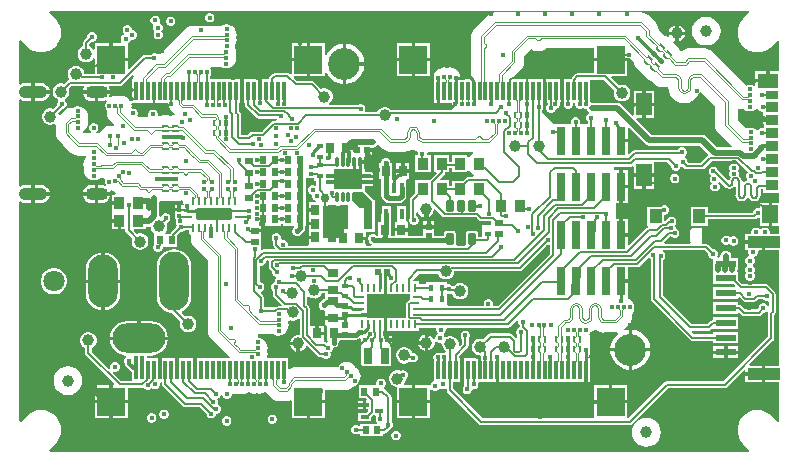
<source format=gbl>
G04*
G04 #@! TF.GenerationSoftware,Altium Limited,Altium Designer,22.0.2 (36)*
G04*
G04 Layer_Physical_Order=6*
G04 Layer_Color=16711680*
%FSLAX44Y44*%
%MOMM*%
G71*
G04*
G04 #@! TF.SameCoordinates,D01F8FAE-FFB4-4AF5-8BE6-84F8A2F6CE60*
G04*
G04*
G04 #@! TF.FilePolarity,Positive*
G04*
G01*
G75*
%ADD10C,0.2000*%
%ADD11C,0.2500*%
%ADD13C,0.3000*%
%ADD15C,0.5000*%
%ADD17C,0.1016*%
%ADD22R,0.5200X0.5200*%
%ADD23R,0.4500X0.5500*%
%ADD28R,0.6500X0.5500*%
G04:AMPARAMS|DCode=29|XSize=0.2mm|YSize=0.565mm|CornerRadius=0.05mm|HoleSize=0mm|Usage=FLASHONLY|Rotation=270.000|XOffset=0mm|YOffset=0mm|HoleType=Round|Shape=RoundedRectangle|*
%AMROUNDEDRECTD29*
21,1,0.2000,0.4650,0,0,270.0*
21,1,0.1000,0.5650,0,0,270.0*
1,1,0.1000,-0.2325,-0.0500*
1,1,0.1000,-0.2325,0.0500*
1,1,0.1000,0.2325,0.0500*
1,1,0.1000,0.2325,-0.0500*
%
%ADD29ROUNDEDRECTD29*%
G04:AMPARAMS|DCode=30|XSize=0.4mm|YSize=0.565mm|CornerRadius=0.05mm|HoleSize=0mm|Usage=FLASHONLY|Rotation=270.000|XOffset=0mm|YOffset=0mm|HoleType=Round|Shape=RoundedRectangle|*
%AMROUNDEDRECTD30*
21,1,0.4000,0.4650,0,0,270.0*
21,1,0.3000,0.5650,0,0,270.0*
1,1,0.1000,-0.2325,-0.1500*
1,1,0.1000,-0.2325,0.1500*
1,1,0.1000,0.2325,0.1500*
1,1,0.1000,0.2325,-0.1500*
%
%ADD30ROUNDEDRECTD30*%
%ADD31R,0.5500X0.6500*%
%ADD44R,0.7100X0.3000*%
%ADD88C,0.0889*%
%ADD89C,1.0000*%
%ADD90C,0.1270*%
%ADD91C,0.1500*%
%ADD92C,0.4000*%
%ADD96O,1.9000X1.1000*%
%ADD97O,2.4000X1.1000*%
%ADD98C,1.8000*%
%ADD99O,4.5000X2.5000*%
%ADD100O,2.5000X5.0000*%
%ADD101O,2.5000X4.5000*%
%ADD103C,0.4064*%
%ADD117C,2.7000*%
%ADD120R,1.7000X0.6000*%
%ADD121R,0.8000X2.0000*%
%ADD122R,0.3200X0.3600*%
%ADD123R,0.7000X0.9000*%
%ADD124R,0.5500X0.4500*%
G04:AMPARAMS|DCode=125|XSize=0.28mm|YSize=0.8mm|CornerRadius=0.0084mm|HoleSize=0mm|Usage=FLASHONLY|Rotation=90.000|XOffset=0mm|YOffset=0mm|HoleType=Round|Shape=RoundedRectangle|*
%AMROUNDEDRECTD125*
21,1,0.2800,0.7832,0,0,90.0*
21,1,0.2632,0.8000,0,0,90.0*
1,1,0.0168,0.3916,0.1316*
1,1,0.0168,0.3916,-0.1316*
1,1,0.0168,-0.3916,-0.1316*
1,1,0.0168,-0.3916,0.1316*
%
%ADD125ROUNDEDRECTD125*%
G04:AMPARAMS|DCode=126|XSize=0.28mm|YSize=0.85mm|CornerRadius=0.0504mm|HoleSize=0mm|Usage=FLASHONLY|Rotation=180.000|XOffset=0mm|YOffset=0mm|HoleType=Round|Shape=RoundedRectangle|*
%AMROUNDEDRECTD126*
21,1,0.2800,0.7492,0,0,180.0*
21,1,0.1792,0.8500,0,0,180.0*
1,1,0.1008,-0.0896,0.3746*
1,1,0.1008,0.0896,0.3746*
1,1,0.1008,0.0896,-0.3746*
1,1,0.1008,-0.0896,-0.3746*
%
%ADD126ROUNDEDRECTD126*%
G04:AMPARAMS|DCode=127|XSize=1.65mm|YSize=2.4mm|CornerRadius=0.0495mm|HoleSize=0mm|Usage=FLASHONLY|Rotation=270.000|XOffset=0mm|YOffset=0mm|HoleType=Round|Shape=RoundedRectangle|*
%AMROUNDEDRECTD127*
21,1,1.6500,2.3010,0,0,270.0*
21,1,1.5510,2.4000,0,0,270.0*
1,1,0.0990,-1.1505,-0.7755*
1,1,0.0990,-1.1505,0.7755*
1,1,0.0990,1.1505,0.7755*
1,1,0.0990,1.1505,-0.7755*
%
%ADD127ROUNDEDRECTD127*%
%ADD128C,0.7500*%
G04:AMPARAMS|DCode=129|XSize=0.25mm|YSize=0.6mm|CornerRadius=0.025mm|HoleSize=0mm|Usage=FLASHONLY|Rotation=0.000|XOffset=0mm|YOffset=0mm|HoleType=Round|Shape=RoundedRectangle|*
%AMROUNDEDRECTD129*
21,1,0.2500,0.5500,0,0,0.0*
21,1,0.2000,0.6000,0,0,0.0*
1,1,0.0500,0.1000,-0.2750*
1,1,0.0500,-0.1000,-0.2750*
1,1,0.0500,-0.1000,0.2750*
1,1,0.0500,0.1000,0.2750*
%
%ADD129ROUNDEDRECTD129*%
G04:AMPARAMS|DCode=130|XSize=0.25mm|YSize=0.6mm|CornerRadius=0.025mm|HoleSize=0mm|Usage=FLASHONLY|Rotation=90.000|XOffset=0mm|YOffset=0mm|HoleType=Round|Shape=RoundedRectangle|*
%AMROUNDEDRECTD130*
21,1,0.2500,0.5500,0,0,90.0*
21,1,0.2000,0.6000,0,0,90.0*
1,1,0.0500,0.2750,0.1000*
1,1,0.0500,0.2750,-0.1000*
1,1,0.0500,-0.2750,-0.1000*
1,1,0.0500,-0.2750,0.1000*
%
%ADD130ROUNDEDRECTD130*%
G04:AMPARAMS|DCode=131|XSize=1mm|YSize=3mm|CornerRadius=0.05mm|HoleSize=0mm|Usage=FLASHONLY|Rotation=90.000|XOffset=0mm|YOffset=0mm|HoleType=Round|Shape=RoundedRectangle|*
%AMROUNDEDRECTD131*
21,1,1.0000,2.9000,0,0,90.0*
21,1,0.9000,3.0000,0,0,90.0*
1,1,0.1000,1.4500,0.4500*
1,1,0.1000,1.4500,-0.4500*
1,1,0.1000,-1.4500,-0.4500*
1,1,0.1000,-1.4500,0.4500*
%
%ADD131ROUNDEDRECTD131*%
%ADD132R,2.4000X2.4000*%
%ADD133R,0.3000X1.6000*%
%ADD134R,2.4000X2.4000*%
%ADD135R,1.3500X1.9000*%
%ADD136R,1.3500X1.5500*%
%ADD137R,1.1000X0.8500*%
%ADD138R,1.8000X1.1700*%
%ADD139R,1.0000X1.2000*%
%ADD140R,1.1000X0.8750*%
%ADD141R,1.1000X0.7500*%
G04:AMPARAMS|DCode=142|XSize=0.2mm|YSize=0.565mm|CornerRadius=0.05mm|HoleSize=0mm|Usage=FLASHONLY|Rotation=0.000|XOffset=0mm|YOffset=0mm|HoleType=Round|Shape=RoundedRectangle|*
%AMROUNDEDRECTD142*
21,1,0.2000,0.4650,0,0,0.0*
21,1,0.1000,0.5650,0,0,0.0*
1,1,0.1000,0.0500,-0.2325*
1,1,0.1000,-0.0500,-0.2325*
1,1,0.1000,-0.0500,0.2325*
1,1,0.1000,0.0500,0.2325*
%
%ADD142ROUNDEDRECTD142*%
G04:AMPARAMS|DCode=143|XSize=0.4mm|YSize=0.565mm|CornerRadius=0.05mm|HoleSize=0mm|Usage=FLASHONLY|Rotation=0.000|XOffset=0mm|YOffset=0mm|HoleType=Round|Shape=RoundedRectangle|*
%AMROUNDEDRECTD143*
21,1,0.4000,0.4650,0,0,0.0*
21,1,0.3000,0.5650,0,0,0.0*
1,1,0.1000,0.1500,-0.2325*
1,1,0.1000,-0.1500,-0.2325*
1,1,0.1000,-0.1500,0.2325*
1,1,0.1000,0.1500,0.2325*
%
%ADD143ROUNDEDRECTD143*%
G04:AMPARAMS|DCode=144|XSize=0.6mm|YSize=1mm|CornerRadius=0.051mm|HoleSize=0mm|Usage=FLASHONLY|Rotation=180.000|XOffset=0mm|YOffset=0mm|HoleType=Round|Shape=RoundedRectangle|*
%AMROUNDEDRECTD144*
21,1,0.6000,0.8980,0,0,180.0*
21,1,0.4980,1.0000,0,0,180.0*
1,1,0.1020,-0.2490,0.4490*
1,1,0.1020,0.2490,0.4490*
1,1,0.1020,0.2490,-0.4490*
1,1,0.1020,-0.2490,-0.4490*
%
%ADD144ROUNDEDRECTD144*%
%ADD145R,2.7000X1.0000*%
%ADD146R,0.9000X1.0000*%
%ADD147R,0.4000X0.9000*%
%ADD148R,0.5200X0.5200*%
G04:AMPARAMS|DCode=149|XSize=0.2mm|YSize=0.565mm|CornerRadius=0.05mm|HoleSize=0mm|Usage=FLASHONLY|Rotation=225.000|XOffset=0mm|YOffset=0mm|HoleType=Round|Shape=RoundedRectangle|*
%AMROUNDEDRECTD149*
21,1,0.2000,0.4650,0,0,225.0*
21,1,0.1000,0.5650,0,0,225.0*
1,1,0.1000,-0.1998,0.1291*
1,1,0.1000,-0.1291,0.1998*
1,1,0.1000,0.1998,-0.1291*
1,1,0.1000,0.1291,-0.1998*
%
%ADD149ROUNDEDRECTD149*%
G04:AMPARAMS|DCode=150|XSize=0.4mm|YSize=0.565mm|CornerRadius=0.05mm|HoleSize=0mm|Usage=FLASHONLY|Rotation=225.000|XOffset=0mm|YOffset=0mm|HoleType=Round|Shape=RoundedRectangle|*
%AMROUNDEDRECTD150*
21,1,0.4000,0.4650,0,0,225.0*
21,1,0.3000,0.5650,0,0,225.0*
1,1,0.1000,-0.2705,0.0583*
1,1,0.1000,-0.0583,0.2705*
1,1,0.1000,0.2705,-0.0583*
1,1,0.1000,0.0583,-0.2705*
%
%ADD150ROUNDEDRECTD150*%
%ADD151R,0.7600X2.4000*%
%ADD152R,0.9000X0.7000*%
%ADD153R,0.7500X1.4000*%
%ADD154R,0.2500X0.6750*%
%ADD155R,0.5750X0.2500*%
%ADD156R,0.3600X0.3200*%
G36*
X620576Y376870D02*
X621092Y376719D01*
X621521Y375353D01*
X616271Y370125D01*
X616211Y370036D01*
X616127Y369972D01*
X614941Y368619D01*
X614788Y368354D01*
X614586Y368124D01*
X612792Y365016D01*
X612661Y364631D01*
X612481Y364266D01*
X611552Y360799D01*
X611526Y360393D01*
X611446Y359995D01*
Y356405D01*
X611526Y356007D01*
X611552Y355601D01*
X612481Y352134D01*
X612661Y351769D01*
X612792Y351384D01*
X614586Y348276D01*
X614854Y347970D01*
X615080Y347632D01*
X617618Y345094D01*
X617956Y344868D01*
X618262Y344600D01*
X621371Y342805D01*
X621756Y342675D01*
X622120Y342495D01*
X625587Y341566D01*
X625993Y341539D01*
X626391Y341460D01*
X629981D01*
X630380Y341539D01*
X630785Y341566D01*
X634252Y342495D01*
X634617Y342675D01*
X635002Y342805D01*
X638111Y344600D01*
X638341Y344802D01*
X638606Y344955D01*
X639958Y346141D01*
X640021Y346223D01*
X640106Y346280D01*
X645381Y351555D01*
X646734Y351112D01*
X646892Y350570D01*
Y325450D01*
X638500D01*
Y317600D01*
X637000D01*
Y316100D01*
X626000D01*
Y313862D01*
X624944Y313157D01*
X624304Y313422D01*
X622100Y313712D01*
X621389D01*
X619184Y313422D01*
X618788Y313258D01*
X589773Y342273D01*
X588009Y343626D01*
X585955Y344477D01*
X583750Y344767D01*
X569750D01*
X567546Y344477D01*
X565491Y343626D01*
X564148Y342596D01*
X563387Y342603D01*
X563027Y342710D01*
X562621Y342963D01*
X562167Y344061D01*
X560813Y345825D01*
X558274Y348363D01*
X556972Y349362D01*
X556876Y349822D01*
X557970Y350797D01*
X558500Y350655D01*
Y356000D01*
X553155D01*
X553419Y355015D01*
X552949Y354545D01*
X552370Y354268D01*
X550606Y355621D01*
X548552Y356472D01*
X548097Y356532D01*
X544570Y360059D01*
Y360698D01*
X544280Y362902D01*
X543429Y364956D01*
X542075Y366720D01*
X535836Y372959D01*
X534072Y374313D01*
X532018Y375164D01*
X529813Y375454D01*
X405939D01*
X403735Y375164D01*
X401681Y374313D01*
X399917Y372959D01*
X388375Y361418D01*
X387021Y359654D01*
X386170Y357599D01*
X385880Y355395D01*
Y351750D01*
Y319873D01*
X385601Y319509D01*
X385286Y318750D01*
X377163D01*
X376471Y319539D01*
Y320250D01*
X376181Y322455D01*
X375330Y324509D01*
X373976Y326273D01*
X372212Y327626D01*
X370158Y328477D01*
X367954Y328768D01*
X365749Y328477D01*
X365477Y328365D01*
X365205Y328477D01*
X363001Y328768D01*
X360796Y328477D01*
X358742Y327626D01*
X356978Y326273D01*
X355624Y324509D01*
X354773Y322455D01*
X354483Y320250D01*
Y319539D01*
X354573Y318859D01*
X354477Y318750D01*
X354477D01*
Y315382D01*
X354460Y315250D01*
Y307856D01*
X354477Y307724D01*
Y298750D01*
X369608D01*
Y298000D01*
X369898Y295796D01*
X370557Y294207D01*
X369895Y292937D01*
X317963D01*
X317298Y293601D01*
X315702Y294523D01*
X313922Y295000D01*
X312078D01*
X310298Y294523D01*
X308702Y293601D01*
X307399Y292298D01*
X306477Y290702D01*
X306473Y290687D01*
X296548D01*
X295871Y291957D01*
X296282Y292948D01*
Y294552D01*
X295668Y296034D01*
X294534Y297168D01*
X293052Y297782D01*
X291448D01*
X289966Y297168D01*
X289554Y296756D01*
X265493D01*
X265153Y298026D01*
X265798Y298399D01*
X267101Y299702D01*
X268023Y301298D01*
X268500Y303078D01*
Y304922D01*
X268023Y306702D01*
X267101Y308298D01*
X265798Y309601D01*
X264202Y310523D01*
X262422Y311000D01*
X260578D01*
X258798Y310523D01*
X258573Y310393D01*
X252733Y316233D01*
X251823Y316840D01*
X250750Y317054D01*
X238661D01*
X235639Y320077D01*
X236125Y321250D01*
X246500D01*
Y333750D01*
X234000D01*
Y323375D01*
X232827Y322889D01*
X232233Y323483D01*
X231323Y324090D01*
X230250Y324304D01*
X219750D01*
X218677Y324090D01*
X217767Y323483D01*
X215017Y320733D01*
X214410Y319823D01*
X214196Y318750D01*
X208500D01*
Y308750D01*
X205501D01*
Y318750D01*
X193500D01*
Y308750D01*
Y298750D01*
X194314D01*
Y297250D01*
X194518Y296222D01*
X195100Y295350D01*
X204350Y286100D01*
X205222Y285518D01*
X206250Y285313D01*
X221232D01*
X221471Y284957D01*
X220792Y283687D01*
X219209D01*
X218180Y283482D01*
X217309Y282900D01*
X208779Y274370D01*
X200853D01*
X199825Y274165D01*
X198953Y273583D01*
X196920Y271550D01*
X191299D01*
Y275900D01*
X191105Y276875D01*
X190937Y277127D01*
Y278373D01*
X191105Y278625D01*
X191299Y279600D01*
Y284250D01*
X191105Y285225D01*
X190937Y285477D01*
Y289250D01*
X190732Y290278D01*
X190150Y291150D01*
X189687Y291613D01*
Y298750D01*
X190501D01*
Y308750D01*
Y318750D01*
X164719D01*
X164560Y319066D01*
X164376Y319509D01*
X164260Y319661D01*
X164184Y319810D01*
X164353Y320030D01*
X165204Y322084D01*
X165494Y324289D01*
Y325000D01*
X165204Y327204D01*
X164832Y328101D01*
X165681Y329371D01*
X173304D01*
X173638Y329115D01*
X175692Y328264D01*
X177896Y327974D01*
X178608D01*
X180812Y328264D01*
X182866Y329115D01*
X184630Y330469D01*
X185984Y332233D01*
X186835Y334287D01*
X187125Y336492D01*
X186835Y338696D01*
X186722Y338968D01*
X186835Y339240D01*
X187125Y341445D01*
X186835Y343649D01*
X185984Y345703D01*
X185499Y346335D01*
X186225Y347282D01*
X187076Y349336D01*
X187366Y351541D01*
X187076Y353745D01*
X186952Y354044D01*
X187072Y354335D01*
X187363Y356539D01*
X187072Y358744D01*
X186222Y360798D01*
X184868Y362562D01*
X183104Y363915D01*
X181050Y364766D01*
X178845Y365057D01*
X178157D01*
X175952Y364766D01*
X173898Y363915D01*
X173535Y363637D01*
X149816D01*
X147612Y363347D01*
X145557Y362496D01*
X143793Y361142D01*
X122328Y339676D01*
X120253D01*
X119886Y340043D01*
X118404Y340657D01*
X116800D01*
X115318Y340043D01*
X114586Y339312D01*
X109375D01*
X108347Y339107D01*
X107475Y338525D01*
X96173Y327223D01*
X95000Y327709D01*
Y333750D01*
X81000D01*
Y335250D01*
X79500D01*
Y349250D01*
X67000D01*
Y343982D01*
X65730Y343642D01*
X65351Y344298D01*
X64048Y345601D01*
X62452Y346523D01*
X62437Y346527D01*
Y348160D01*
X64744Y350468D01*
X65779D01*
X67261Y351082D01*
X68395Y352216D01*
X69009Y353698D01*
Y355302D01*
X68395Y356784D01*
X67261Y357918D01*
X65779Y358532D01*
X64175D01*
X62693Y357918D01*
X61559Y356784D01*
X60945Y355302D01*
Y354268D01*
X57850Y351173D01*
X57268Y350301D01*
X57063Y349273D01*
Y346527D01*
X57048Y346523D01*
X55452Y345601D01*
X54149Y344298D01*
X53227Y342702D01*
X52750Y340922D01*
Y339078D01*
X53227Y337298D01*
X54149Y335702D01*
X55452Y334399D01*
X57048Y333477D01*
X58828Y333000D01*
X60672D01*
X62452Y333477D01*
X64048Y334399D01*
X65351Y335702D01*
X65730Y336358D01*
X67000Y336018D01*
Y322889D01*
X58250D01*
Y323922D01*
X57773Y325702D01*
X56851Y327298D01*
X55548Y328601D01*
X53952Y329523D01*
X52172Y330000D01*
X50328D01*
X48548Y329523D01*
X46952Y328601D01*
X45649Y327298D01*
X44727Y325702D01*
X44250Y323922D01*
Y322078D01*
X44727Y320298D01*
X45177Y319518D01*
X45219Y318330D01*
X44714Y317893D01*
X44350Y317650D01*
X41466Y314765D01*
X41452Y314773D01*
X39672Y315250D01*
X37828D01*
X36048Y314773D01*
X34452Y313851D01*
X33149Y312548D01*
X32227Y310952D01*
X31750Y309172D01*
Y307328D01*
X32227Y305548D01*
X33149Y303952D01*
X34452Y302649D01*
X36048Y301727D01*
X36373Y300325D01*
X35832Y299784D01*
X35218Y298302D01*
Y296698D01*
X35271Y296570D01*
X32216Y293515D01*
X32202Y293523D01*
X30422Y294000D01*
X28578D01*
X26798Y293523D01*
X25202Y292601D01*
X23899Y291298D01*
X22977Y289702D01*
X22500Y287922D01*
Y286078D01*
X22977Y284298D01*
X23899Y282702D01*
X25202Y281399D01*
X26798Y280477D01*
X28578Y280000D01*
X30422D01*
X32202Y280477D01*
X32867Y280861D01*
X34137Y280128D01*
Y272908D01*
X34429Y270687D01*
X35286Y268618D01*
X36650Y266840D01*
X40495Y262995D01*
X40495Y262995D01*
X41090Y262400D01*
X41090Y262400D01*
X41090Y262400D01*
X47090Y256400D01*
X47090Y256400D01*
X48868Y255036D01*
X50937Y254179D01*
X53158Y253887D01*
X53158Y253887D01*
X59672D01*
X59954Y252617D01*
X58698Y250979D01*
X57840Y248910D01*
X57548Y246689D01*
X57840Y244468D01*
X58002Y244078D01*
X57952Y243958D01*
X57660Y241737D01*
X57952Y239516D01*
X58809Y237446D01*
X60173Y235669D01*
X61950Y234305D01*
X64020Y233448D01*
X66241Y233155D01*
X66845D01*
X69066Y233448D01*
X71135Y234305D01*
X71612Y234671D01*
X72959D01*
X74752Y234907D01*
X75682Y234212D01*
X75896Y233889D01*
X75898Y233883D01*
X75761Y232842D01*
X76053Y230621D01*
X76547Y229428D01*
X75575Y228456D01*
X74608Y228857D01*
X72650Y229115D01*
X70150D01*
Y223050D01*
X80017D01*
X79957Y223508D01*
X79783Y223927D01*
X80083Y224343D01*
X80782Y224835D01*
X82587Y224088D01*
X83093Y224021D01*
X84497Y222617D01*
X84968Y222256D01*
X84537Y220986D01*
X81477D01*
Y215486D01*
X87977D01*
Y212486D01*
X81477D01*
Y206986D01*
X81477D01*
X81477Y205736D01*
X81477D01*
Y200236D01*
X87977D01*
Y198736D01*
X89477D01*
Y191736D01*
X92946D01*
Y190977D01*
X93160Y189904D01*
X93767Y188995D01*
X98924Y183838D01*
X98477Y182172D01*
Y180329D01*
X98954Y178548D01*
X99876Y176952D01*
X101179Y175649D01*
X102775Y174727D01*
X104555Y174250D01*
X106398D01*
X108179Y174727D01*
X109775Y175649D01*
X111078Y176952D01*
X112000Y178548D01*
X112477Y180329D01*
Y182172D01*
X112000Y183952D01*
X111078Y185548D01*
X109775Y186852D01*
X108179Y187773D01*
X106398Y188250D01*
X104555D01*
X102889Y187803D01*
X100130Y190562D01*
X100616Y191736D01*
X110477D01*
Y193912D01*
X113227D01*
X113745Y194015D01*
X114727Y193209D01*
Y193078D01*
X115204Y191298D01*
X116126Y189702D01*
X117187Y188640D01*
X117500Y187500D01*
X117500Y187500D01*
X117500D01*
X117500Y187500D01*
Y178702D01*
X117332Y178534D01*
X116718Y177052D01*
Y175448D01*
X117332Y173966D01*
X118466Y172832D01*
X119948Y172218D01*
X121552D01*
X123034Y172832D01*
X124168Y173966D01*
X124782Y175448D01*
Y177000D01*
X127000D01*
Y177000D01*
X127500D01*
Y177000D01*
X137000D01*
Y186588D01*
X140130Y189717D01*
X141164D01*
X142646Y190331D01*
X143378Y191063D01*
X146975D01*
X147244Y189022D01*
X148101Y186952D01*
X148435Y186517D01*
Y183211D01*
X148728Y180989D01*
X149585Y178920D01*
X150949Y177143D01*
X162896Y165196D01*
Y105485D01*
X163188Y103264D01*
X164045Y101194D01*
X165409Y99417D01*
X181402Y83423D01*
X180916Y82250D01*
X153499D01*
Y72250D01*
X150500D01*
Y82250D01*
X138499D01*
Y72250D01*
X135500D01*
Y82250D01*
X123499D01*
Y72250D01*
X120500D01*
Y82250D01*
X111032D01*
Y83552D01*
X111025Y83569D01*
X111731Y84625D01*
X114500D01*
X118285Y85123D01*
X121813Y86584D01*
X124841Y88909D01*
X127166Y91938D01*
X128627Y95465D01*
X128928Y97750D01*
X104500D01*
X80072D01*
X80373Y95465D01*
X81834Y91938D01*
X84158Y88909D01*
X87187Y86584D01*
X90715Y85123D01*
X93422Y84767D01*
X93586Y84446D01*
X93757Y83442D01*
X92849Y82534D01*
X92235Y81052D01*
Y79448D01*
X92698Y78329D01*
Y77983D01*
X92970Y76617D01*
X93744Y75460D01*
X98500Y70703D01*
Y63041D01*
X89259D01*
X82182Y70118D01*
X82901Y71195D01*
X83448Y70968D01*
X85052D01*
X86534Y71582D01*
X87668Y72716D01*
X88282Y74198D01*
Y75802D01*
X87668Y77284D01*
X86534Y78418D01*
X85052Y79032D01*
X83448D01*
X81966Y78418D01*
X80832Y77284D01*
X80218Y75802D01*
Y74198D01*
X80445Y73651D01*
X79368Y72931D01*
X64437Y87863D01*
Y90973D01*
X64452Y90977D01*
X66048Y91899D01*
X67351Y93202D01*
X68273Y94798D01*
X68750Y96578D01*
Y98422D01*
X68273Y100202D01*
X67351Y101798D01*
X66048Y103101D01*
X64452Y104023D01*
X62672Y104500D01*
X60828D01*
X59048Y104023D01*
X57452Y103101D01*
X56149Y101798D01*
X55227Y100202D01*
X54750Y98422D01*
Y96578D01*
X55227Y94798D01*
X56149Y93202D01*
X57452Y91899D01*
X59048Y90977D01*
X59063Y90973D01*
Y86750D01*
X59268Y85722D01*
X59850Y84850D01*
X83777Y60923D01*
X83291Y59750D01*
X82500D01*
Y47250D01*
X95000D01*
Y57668D01*
X107396D01*
X108414Y57870D01*
X108582Y57466D01*
X109716Y56332D01*
X111198Y55718D01*
X112802D01*
X114284Y56332D01*
X115418Y57466D01*
X116027Y57021D01*
X116216Y56832D01*
X117698Y56218D01*
X119302D01*
X120784Y56832D01*
X121918Y57966D01*
X122532Y59448D01*
Y60991D01*
X122811Y61406D01*
X123301Y62026D01*
X124313Y61941D01*
Y60500D01*
X124518Y59472D01*
X125100Y58600D01*
X141850Y41850D01*
X142722Y41268D01*
X143750Y41063D01*
X155887D01*
X161892Y35059D01*
Y34698D01*
X162506Y33216D01*
X163640Y32082D01*
X165122Y31468D01*
X166726D01*
X168208Y32082D01*
X169342Y33216D01*
X169956Y34698D01*
Y35468D01*
X170529D01*
X172011Y36082D01*
X173145Y37216D01*
X173759Y38698D01*
Y40302D01*
X173145Y41784D01*
X172011Y42918D01*
X170671Y43473D01*
X171282Y44948D01*
Y46552D01*
X170668Y48034D01*
X171670Y48681D01*
X172034Y48832D01*
X173168Y49966D01*
X173782Y51448D01*
X174968D01*
X175582Y49966D01*
X176716Y48832D01*
X178198Y48218D01*
X179802D01*
X181284Y48832D01*
X182418Y49966D01*
X183032Y51448D01*
Y51888D01*
X184302Y52737D01*
X184819Y52523D01*
X187023Y52233D01*
X189062Y52501D01*
X191100Y52233D01*
X191976D01*
X194181Y52523D01*
X196235Y53374D01*
X197163Y54086D01*
X197765Y53624D01*
X199819Y52773D01*
X202023Y52483D01*
X204228Y52773D01*
X204500Y52885D01*
X204772Y52773D01*
X206976Y52483D01*
X209181Y52773D01*
X211235Y53624D01*
X211909Y54141D01*
X212398Y53504D01*
X217083Y48818D01*
X218847Y47465D01*
X220901Y46614D01*
X223106Y46324D01*
X229735D01*
X231940Y46614D01*
X232730Y46941D01*
X234000Y46093D01*
Y31750D01*
X246500D01*
Y45750D01*
X248000D01*
Y47250D01*
X262000D01*
Y55664D01*
X278933D01*
X281138Y55954D01*
X283192Y56805D01*
X284956Y58158D01*
X285137Y58340D01*
X285554Y58394D01*
X287608Y59245D01*
X289372Y60599D01*
X289875Y61102D01*
X291229Y62866D01*
X292080Y64920D01*
X292370Y67125D01*
X292080Y69329D01*
X291229Y71383D01*
X289875Y73147D01*
X288111Y74501D01*
X287839Y74613D01*
X287726Y74886D01*
X286373Y76650D01*
X284609Y78003D01*
X282555Y78854D01*
X280350Y79144D01*
X278146Y78854D01*
X276091Y78003D01*
X274328Y76650D01*
X273825Y76147D01*
X272835Y74858D01*
X236037D01*
X233832Y74567D01*
X231778Y73716D01*
X231639Y73610D01*
X230500Y74171D01*
Y82250D01*
X213742D01*
X213036Y83306D01*
X213333Y84023D01*
X213626Y86244D01*
X213333Y88465D01*
X213216Y88749D01*
X213335Y89037D01*
X213627Y91258D01*
X213335Y93479D01*
X212478Y95548D01*
X211114Y97326D01*
X209337Y98689D01*
X207267Y99547D01*
X205767Y99744D01*
X205312Y101085D01*
X205630Y101403D01*
Y102949D01*
X205862Y103153D01*
X206887Y103153D01*
X216750D01*
X216750Y103153D01*
X217446D01*
X217851Y102842D01*
X219920Y101985D01*
X222141Y101692D01*
X222800D01*
X225021Y101985D01*
X227091Y102842D01*
X228868Y104206D01*
X230232Y105983D01*
X231089Y108053D01*
X231381Y110274D01*
X231089Y112494D01*
X230983Y112750D01*
X231089Y113006D01*
X231206Y113891D01*
X231702Y114271D01*
X232586Y114650D01*
X234078Y114250D01*
X235922D01*
X237702Y114727D01*
X239298Y115649D01*
X239543Y115894D01*
X240813Y115368D01*
Y102318D01*
X240399Y102000D01*
X238555D01*
X236775Y101523D01*
X235179Y100602D01*
X233876Y99298D01*
X232954Y97702D01*
X232632Y96500D01*
X239477D01*
Y95000D01*
X240977D01*
Y88155D01*
X242179Y88477D01*
X243775Y89399D01*
X245078Y90702D01*
X246000Y92298D01*
X246049Y92480D01*
X247275Y92808D01*
X255983Y84100D01*
X256855Y83518D01*
X257883Y83313D01*
X259912D01*
X260644Y82582D01*
X262126Y81968D01*
X263730D01*
X265212Y82582D01*
X266346Y83716D01*
X266960Y85198D01*
Y86802D01*
X266747Y87317D01*
X266784Y87332D01*
X267918Y88466D01*
X268532Y89948D01*
Y90545D01*
X268565Y90813D01*
X269477Y91672D01*
X269710Y91718D01*
X270279D01*
X270805Y91936D01*
X271038Y91982D01*
X271235Y92114D01*
X271761Y92332D01*
X272163Y92734D01*
X272361Y92866D01*
X272493Y93064D01*
X272895Y93466D01*
X273113Y93992D01*
X273245Y94189D01*
X273291Y94423D01*
X273509Y94948D01*
Y95517D01*
X273555Y95750D01*
Y97000D01*
X274977D01*
Y97650D01*
X283577D01*
Y98172D01*
X288227D01*
X288227Y98172D01*
X289788Y98482D01*
X291111Y99366D01*
X291131Y99386D01*
X292401Y98860D01*
Y94939D01*
X292401Y94336D01*
X292401D01*
X292404Y93670D01*
X292404D01*
Y75670D01*
X303904D01*
Y76000D01*
X307004D01*
Y75670D01*
X318504D01*
Y93670D01*
X318504D01*
X318555Y94336D01*
X318555D01*
X318555Y94919D01*
Y96436D01*
X314755D01*
Y97936D01*
X313255D01*
Y101536D01*
X311404D01*
Y105714D01*
X311781D01*
Y111089D01*
Y116464D01*
X297531D01*
Y117714D01*
X292656D01*
Y120714D01*
X297531D01*
Y125964D01*
Y136964D01*
X311781D01*
Y142339D01*
X314781D01*
Y136964D01*
X334031D01*
Y131819D01*
X333413Y131696D01*
X332541Y131114D01*
X331327Y129900D01*
X330745Y129028D01*
X330540Y128000D01*
Y117500D01*
X329451Y116464D01*
X314781D01*
Y111089D01*
Y105714D01*
X341531D01*
Y108403D01*
X355921D01*
X356480Y107565D01*
Y105962D01*
X357094Y104480D01*
X357432Y104142D01*
X357193Y102668D01*
X356059Y101534D01*
X355445Y100052D01*
Y98968D01*
X354175Y98628D01*
X353472Y99846D01*
X352169Y101149D01*
X350572Y102070D01*
X349370Y102393D01*
Y95548D01*
Y88702D01*
X350572Y89024D01*
X352169Y89946D01*
X353472Y91249D01*
X354393Y92846D01*
X354870Y94626D01*
Y96469D01*
X354834Y96604D01*
X356039Y97013D01*
X356059Y96966D01*
X357193Y95832D01*
X358675Y95218D01*
X360037D01*
X360288Y95208D01*
X361227Y94236D01*
Y93329D01*
X361704Y91548D01*
X362626Y89952D01*
X363929Y88649D01*
X364264Y88455D01*
X363779Y87282D01*
X362175D01*
X360693Y86668D01*
X360477Y86452D01*
X360261Y86668D01*
X358779Y87282D01*
X357175D01*
X355693Y86668D01*
X354559Y85534D01*
X353945Y84052D01*
Y82448D01*
X354477Y81164D01*
Y62761D01*
X354469D01*
X352987Y62147D01*
X351853Y61013D01*
X351727Y60710D01*
X350977Y59750D01*
X350059Y59750D01*
X338477D01*
Y47250D01*
X350977D01*
Y55525D01*
X352247Y56051D01*
X352987Y55311D01*
X354469Y54697D01*
X356073D01*
X357555Y55311D01*
X358689Y56445D01*
X360149Y56652D01*
X361198Y56218D01*
X362802D01*
X364020Y56723D01*
X365290Y56179D01*
Y55273D01*
X365495Y54245D01*
X366077Y53373D01*
X392538Y26913D01*
X393409Y26330D01*
X394437Y26126D01*
X520062D01*
X521091Y26330D01*
X521962Y26913D01*
X552488Y57438D01*
X600375D01*
X601403Y57643D01*
X602275Y58225D01*
X616777Y72727D01*
X617950Y72241D01*
Y70500D01*
X631950D01*
Y76000D01*
X621709D01*
X621223Y77173D01*
X641400Y97350D01*
X641982Y98222D01*
X642187Y99250D01*
Y119262D01*
X642900Y119975D01*
X643482Y120847D01*
X643687Y121875D01*
Y137000D01*
X643482Y138028D01*
X642900Y138900D01*
X637083Y144717D01*
X636211Y145299D01*
X635183Y145504D01*
X615246D01*
X611950Y148799D01*
Y155000D01*
X611741D01*
X610935Y155982D01*
X611088Y156750D01*
Y157500D01*
X611950D01*
Y167500D01*
X606038D01*
Y168800D01*
X605689Y170556D01*
X604694Y172044D01*
X604494Y172244D01*
X603006Y173239D01*
X601250Y173588D01*
X599494Y173239D01*
X598006Y172244D01*
X597011Y170756D01*
X596662Y169000D01*
X596708Y168770D01*
X595800Y167526D01*
X594593Y167579D01*
X594085Y168770D01*
X594591Y169991D01*
Y171595D01*
X593977Y173077D01*
X592843Y174212D01*
X591361Y174825D01*
X590326D01*
X586502Y178650D01*
X585631Y179232D01*
X584603Y179437D01*
X581477D01*
Y193000D01*
X573477D01*
X571388Y190911D01*
Y181089D01*
X571867Y180610D01*
X571381Y179437D01*
X550060D01*
X549534Y180707D01*
X554461Y185634D01*
X555055D01*
X555786Y184902D01*
X557268Y184288D01*
X558872D01*
X560354Y184902D01*
X561488Y186036D01*
X562102Y187518D01*
Y189122D01*
X561488Y190604D01*
X560354Y191738D01*
X559391Y192137D01*
Y193267D01*
X558777Y194749D01*
X558251Y195276D01*
X559073Y196098D01*
X559687Y197580D01*
Y199184D01*
X559073Y200666D01*
X557939Y201800D01*
X556457Y202414D01*
X554853D01*
X553371Y201800D01*
X552237Y200666D01*
X552114Y200370D01*
X551982Y200282D01*
X550270Y198569D01*
X549000Y199095D01*
Y203968D01*
X550302D01*
X551784Y204582D01*
X552918Y205716D01*
X553532Y207198D01*
Y208802D01*
X552918Y210284D01*
X551784Y211418D01*
X550302Y212032D01*
X548698D01*
X547216Y211418D01*
X546484Y210687D01*
X546365D01*
X546181Y210650D01*
X535000D01*
Y194650D01*
X535771D01*
X535896Y193380D01*
X535210Y193244D01*
X534339Y192661D01*
X519850Y178173D01*
X518677Y178659D01*
Y185250D01*
X512877D01*
Y186750D01*
X511377D01*
Y200750D01*
X508477D01*
Y213750D01*
X511127D01*
Y227750D01*
Y241750D01*
X507747D01*
X506477Y242875D01*
Y244714D01*
X521000D01*
X522028Y244919D01*
X522230Y245054D01*
X523500Y244375D01*
Y239150D01*
X532250D01*
X541000D01*
Y248563D01*
X551866D01*
X554946Y245483D01*
Y244449D01*
X555559Y242967D01*
X556694Y241833D01*
X558176Y241219D01*
X559780D01*
X561261Y241833D01*
X562396Y242967D01*
X562812Y243971D01*
X564183Y244778D01*
X564191Y244775D01*
X565226D01*
X566900Y243100D01*
X567772Y242518D01*
X568800Y242313D01*
X581250D01*
X582278Y242518D01*
X583150Y243100D01*
X589613Y249563D01*
X610607D01*
X619984Y240186D01*
X619082Y239284D01*
X618468Y237802D01*
Y236198D01*
X619082Y234716D01*
X619422Y234376D01*
X619003Y232998D01*
X618206Y232840D01*
X616463Y231675D01*
X615281Y232192D01*
X615095Y232354D01*
X614686Y234410D01*
X613522Y236153D01*
X611995Y237174D01*
X612283Y237870D01*
Y239474D01*
X611669Y240956D01*
X611441Y241184D01*
X611597Y241340D01*
X612211Y242822D01*
Y244426D01*
X611597Y245908D01*
X610463Y247043D01*
X608981Y247656D01*
X607377D01*
X605895Y247043D01*
X604761Y245908D01*
X604147Y244426D01*
Y242822D01*
X604761Y241340D01*
X604989Y241112D01*
X604833Y240956D01*
X604219Y239474D01*
Y237870D01*
X604833Y236388D01*
X605580Y235641D01*
X604758Y234410D01*
X604580Y233516D01*
X603202Y233097D01*
X595032Y241267D01*
Y241552D01*
X594418Y243034D01*
X593284Y244168D01*
X591802Y244782D01*
X590198D01*
X588716Y244168D01*
X587582Y243034D01*
X586968Y241552D01*
Y239948D01*
X587582Y238466D01*
X588716Y237332D01*
X588826Y236778D01*
X588332Y236284D01*
X587718Y234802D01*
Y233198D01*
X588332Y231716D01*
X589423Y230625D01*
X588832Y230034D01*
X588218Y228552D01*
Y226948D01*
X588832Y225466D01*
X589966Y224332D01*
X591448Y223718D01*
X593052D01*
X594534Y224332D01*
X595668Y225466D01*
X596282Y226948D01*
Y228552D01*
X595668Y230034D01*
X594877Y230825D01*
X595401Y231799D01*
X596687Y232014D01*
X601917Y226783D01*
X602789Y226201D01*
X603817Y225996D01*
X604452D01*
Y225945D01*
X606508Y226354D01*
X608252Y227519D01*
X608400Y227741D01*
X609670Y227356D01*
Y220759D01*
X609619D01*
X610028Y218702D01*
X611193Y216959D01*
X612936Y215794D01*
X614992Y215385D01*
X617048Y215794D01*
X618792Y216959D01*
X619506Y218028D01*
X621018D01*
X621733Y216959D01*
X623476Y215794D01*
X625532Y215385D01*
X627588Y215794D01*
X629332Y216959D01*
X630496Y218702D01*
X630905Y220759D01*
X630854D01*
Y225932D01*
X630899Y225951D01*
X630918Y225996D01*
X633000D01*
Y222750D01*
X646892D01*
Y214150D01*
X640750D01*
Y204400D01*
Y194650D01*
X646892D01*
Y188000D01*
X638696D01*
X638532Y188246D01*
Y189850D01*
X637918Y191332D01*
X636784Y192466D01*
X635302Y193080D01*
X633698D01*
X632216Y192466D01*
X631580Y191830D01*
X630750Y191474D01*
X629920Y191830D01*
X629284Y192466D01*
X627802Y193080D01*
X626198D01*
X624716Y192466D01*
X623582Y191332D01*
X622968Y189850D01*
Y188246D01*
X622804Y188000D01*
X617950D01*
Y182500D01*
X633450D01*
Y181000D01*
X634950D01*
Y174000D01*
X646892D01*
X646892Y76000D01*
X634950D01*
Y69000D01*
Y62000D01*
X646892D01*
Y30050D01*
X646873Y29457D01*
X646707Y28886D01*
X645345Y28450D01*
X640068Y33702D01*
X639985Y33758D01*
X639924Y33837D01*
X638572Y35022D01*
X638307Y35175D01*
X638077Y35377D01*
X634968Y37172D01*
X634583Y37302D01*
X634219Y37482D01*
X630752Y38411D01*
X630346Y38438D01*
X629947Y38517D01*
X626358D01*
X625959Y38438D01*
X625554Y38411D01*
X622086Y37482D01*
X621722Y37302D01*
X621337Y37172D01*
X618228Y35377D01*
X617923Y35109D01*
X617585Y34883D01*
X615047Y32345D01*
X614821Y32007D01*
X614553Y31702D01*
X612758Y28593D01*
X612627Y28208D01*
X612448Y27843D01*
X611519Y24376D01*
X611492Y23971D01*
X611413Y23572D01*
Y19983D01*
X611492Y19584D01*
X611519Y19178D01*
X612448Y15711D01*
X612627Y15346D01*
X612758Y14962D01*
X614553Y11853D01*
X614754Y11623D01*
X614908Y11358D01*
X616093Y10006D01*
X616175Y9943D01*
X616232Y9857D01*
X621463Y4627D01*
X621041Y3253D01*
X620543Y3108D01*
X619972D01*
X29977Y3108D01*
X29407D01*
X28886Y3260D01*
X28449Y4622D01*
X33702Y9899D01*
X33757Y9981D01*
X33836Y10042D01*
X35022Y11394D01*
X35175Y11659D01*
X35377Y11889D01*
X37172Y14998D01*
X37302Y15383D01*
X37482Y15748D01*
X38411Y19215D01*
X38438Y19620D01*
X38517Y20019D01*
Y23608D01*
X38438Y24007D01*
X38411Y24413D01*
X37482Y27880D01*
X37302Y28245D01*
X37172Y28629D01*
X35377Y31738D01*
X35109Y32044D01*
X34883Y32382D01*
X32345Y34920D01*
X32007Y35145D01*
X31701Y35414D01*
X28593Y37208D01*
X28208Y37339D01*
X27843Y37519D01*
X24376Y38448D01*
X23970Y38474D01*
X23572Y38554D01*
X19982D01*
X19584Y38474D01*
X19178Y38448D01*
X15711Y37519D01*
X15346Y37339D01*
X14962Y37208D01*
X11853Y35414D01*
X11623Y35212D01*
X11358Y35059D01*
X10006Y33873D01*
X9943Y33791D01*
X9857Y33734D01*
X4627Y28504D01*
X3253Y28926D01*
X3108Y29424D01*
X3108Y29995D01*
X3108Y29995D01*
X3108Y29995D01*
X3094Y214682D01*
X4364Y215308D01*
X4768Y214999D01*
X6592Y214243D01*
X8550Y213985D01*
X13550D01*
Y221550D01*
Y229115D01*
X8550D01*
X6592Y228857D01*
X4768Y228101D01*
X4363Y227791D01*
X3093Y228417D01*
X3088Y301087D01*
X4358Y301713D01*
X4768Y301399D01*
X6592Y300643D01*
X8550Y300385D01*
X13550D01*
Y307950D01*
Y315515D01*
X8550D01*
X6592Y315257D01*
X4768Y314501D01*
X4357Y314186D01*
X3087Y314813D01*
X3085Y349964D01*
X3097Y350519D01*
X3258Y351070D01*
X4624Y351497D01*
X9852Y346248D01*
X9941Y346189D01*
X10005Y346104D01*
X11358Y344918D01*
X11623Y344765D01*
X11853Y344563D01*
X14961Y342769D01*
X15346Y342638D01*
X15711Y342458D01*
X19178Y341529D01*
X19584Y341503D01*
X19982Y341423D01*
X23572D01*
X23970Y341503D01*
X24376Y341529D01*
X27843Y342458D01*
X28208Y342638D01*
X28593Y342769D01*
X31701Y344563D01*
X32007Y344832D01*
X32345Y345057D01*
X34883Y347595D01*
X35109Y347933D01*
X35377Y348239D01*
X37172Y351348D01*
X37302Y351733D01*
X37482Y352097D01*
X38411Y355564D01*
X38438Y355970D01*
X38517Y356369D01*
Y359958D01*
X38438Y360357D01*
X38411Y360762D01*
X37482Y364229D01*
X37302Y364594D01*
X37172Y364979D01*
X35377Y368088D01*
X35175Y368318D01*
X35022Y368583D01*
X33836Y369935D01*
X33754Y369998D01*
X33697Y370083D01*
X28422Y375358D01*
X28865Y376711D01*
X29407Y376869D01*
X29977D01*
X620005Y376870D01*
X620576Y376870D01*
D02*
G37*
G36*
X489977Y336750D02*
X503977D01*
X518254D01*
X519150Y337121D01*
X523918Y332353D01*
X523978Y331898D01*
X524829Y329844D01*
X526183Y328080D01*
X528721Y325541D01*
X530485Y324188D01*
X530661Y324115D01*
X530733Y323940D01*
X532087Y322176D01*
X534626Y319637D01*
X536390Y318284D01*
X538444Y317433D01*
X538899Y317373D01*
X539981Y316290D01*
X539982Y316290D01*
X541703Y314568D01*
X543467Y313215D01*
X545522Y312364D01*
X547726Y312074D01*
X551442D01*
X552705Y312057D01*
X553171Y308520D01*
X554536Y305225D01*
X556708Y302395D01*
X559538Y300223D01*
X562833Y298858D01*
X566370Y298392D01*
X569907Y298858D01*
X573203Y300223D01*
X576033Y302395D01*
X578204Y305225D01*
X579077Y307332D01*
X580575Y307630D01*
X592233Y295972D01*
Y279776D01*
X592523Y277572D01*
X593374Y275518D01*
X594727Y273754D01*
X606318Y262162D01*
X605832Y260989D01*
X593999D01*
X584744Y270244D01*
X583256Y271239D01*
X581500Y271588D01*
X538651D01*
X525562Y284677D01*
X526048Y285850D01*
X530750D01*
Y295850D01*
X523500D01*
Y288398D01*
X522327Y287912D01*
X512744Y297494D01*
X511256Y298489D01*
X509500Y298838D01*
X488500D01*
X487019Y298544D01*
X487009Y298552D01*
X486477Y299837D01*
Y318313D01*
X498364D01*
X506962Y309716D01*
X506954Y309702D01*
X506477Y307922D01*
Y306078D01*
X506954Y304298D01*
X507876Y302702D01*
X509179Y301399D01*
X510775Y300477D01*
X512555Y300000D01*
X514398D01*
X516179Y300477D01*
X517775Y301399D01*
X519078Y302702D01*
X520000Y304298D01*
X520477Y306078D01*
Y307922D01*
X520000Y309702D01*
X519078Y311298D01*
X517775Y312602D01*
X516179Y313523D01*
X514398Y314000D01*
X512555D01*
X510775Y313523D01*
X510761Y313515D01*
X504200Y320077D01*
X504686Y321250D01*
X517977D01*
Y333750D01*
X503977D01*
X489977D01*
Y323687D01*
X475750D01*
X474722Y323482D01*
X473850Y322900D01*
X471077Y320127D01*
X470495Y319255D01*
X470394Y318750D01*
X464476D01*
Y308750D01*
X461477D01*
Y318750D01*
X449476D01*
Y308750D01*
Y298750D01*
X450613D01*
Y297026D01*
X450204Y296617D01*
X449590Y295135D01*
Y293531D01*
X450204Y292049D01*
X451338Y290915D01*
X452820Y290301D01*
X454424D01*
X455906Y290915D01*
X457040Y292049D01*
X457654Y293531D01*
Y293803D01*
X457926D01*
X459408Y294417D01*
X460542Y295551D01*
X461156Y297033D01*
Y298637D01*
X461231Y298750D01*
X463859D01*
X464131Y298344D01*
Y296740D01*
X464745Y295258D01*
X465879Y294124D01*
X467361Y293510D01*
X468965D01*
X470447Y294124D01*
X471581Y295258D01*
X472195Y296740D01*
Y298344D01*
X472466Y298750D01*
X473836D01*
X473957Y298569D01*
Y296965D01*
X474571Y295483D01*
X475705Y294349D01*
X477187Y293735D01*
X478791D01*
X480273Y294349D01*
X480475Y294550D01*
X480693Y294332D01*
X482175Y293718D01*
X483779D01*
X484046Y293575D01*
X484261Y292494D01*
X485256Y291006D01*
X485428Y290890D01*
X485287Y289457D01*
X485193Y289418D01*
X484059Y288284D01*
X483445Y286802D01*
Y285198D01*
X484059Y283716D01*
X484790Y282985D01*
Y280750D01*
X481427D01*
Y280750D01*
X480327D01*
Y280750D01*
X478725D01*
X478259Y281448D01*
Y283052D01*
X477645Y284534D01*
X476511Y285668D01*
X475029Y286282D01*
X473425D01*
X471943Y285668D01*
X470809Y284534D01*
X470195Y283052D01*
Y281448D01*
X469894Y280998D01*
X468727Y280750D01*
X467627D01*
Y280750D01*
X456027D01*
X446102Y290675D01*
X446026D01*
X445832Y291651D01*
X445664Y291903D01*
Y292235D01*
X446395Y292966D01*
X447009Y294448D01*
Y296052D01*
X446395Y297534D01*
X446477Y297706D01*
Y298750D01*
X446478D01*
Y308750D01*
Y318750D01*
X421898D01*
X421372Y320020D01*
X428440Y327089D01*
X429794Y328853D01*
X430645Y330907D01*
X430935Y333111D01*
Y338110D01*
X437031Y344206D01*
X437650Y343731D01*
X439997Y342758D01*
X442517Y342427D01*
X445036Y342758D01*
X447384Y343731D01*
X448846Y344852D01*
X489977D01*
Y336750D01*
D02*
G37*
G36*
X100118Y321772D02*
X99903Y320144D01*
Y319873D01*
X99624Y319509D01*
X99310Y318750D01*
X98500D01*
Y315382D01*
X98483Y315250D01*
Y308750D01*
X98500Y308618D01*
Y300563D01*
X97230Y300310D01*
X97135Y300541D01*
X95771Y302318D01*
X93994Y303682D01*
X91924Y304539D01*
X89703Y304832D01*
X87482Y304539D01*
X87253Y304444D01*
X86933Y304577D01*
X84712Y304869D01*
X82491Y304577D01*
X80421Y303720D01*
X80376Y303685D01*
X79333Y304485D01*
X79957Y305992D01*
X80017Y306450D01*
X70150D01*
Y300385D01*
X72650D01*
X74608Y300643D01*
X76267Y301330D01*
X76793Y300970D01*
X77202Y300390D01*
X76423Y298509D01*
X76131Y296288D01*
X76423Y294067D01*
X77280Y291997D01*
X77637Y291533D01*
Y289908D01*
X77929Y287687D01*
X78786Y285618D01*
X80150Y283840D01*
X83409Y280581D01*
X83167Y279107D01*
X82405Y278713D01*
X82221Y278789D01*
X80000Y279081D01*
X77779Y278789D01*
X75709Y277932D01*
X73932Y276568D01*
X72568Y274791D01*
X72131Y273735D01*
X71095Y272789D01*
X68874Y273081D01*
X68811D01*
X68533Y274240D01*
X68530Y274351D01*
X69645Y275466D01*
X70259Y276948D01*
Y278552D01*
X69645Y280034D01*
X68511Y281168D01*
X67029Y281782D01*
X65425D01*
X63943Y281168D01*
X62809Y280034D01*
X62195Y278552D01*
Y276948D01*
X62809Y275466D01*
X63924Y274351D01*
X63921Y274240D01*
X63643Y273081D01*
X58077D01*
X57716Y273381D01*
X57179Y274196D01*
X57449Y274983D01*
X59043Y276206D01*
X60407Y277983D01*
X61264Y280053D01*
X61557Y282274D01*
X61264Y284494D01*
X61158Y284750D01*
X61264Y285005D01*
X61557Y287227D01*
X61264Y289447D01*
X60407Y291517D01*
X59043Y293295D01*
X57266Y294658D01*
X55196Y295515D01*
X52975Y295808D01*
X52316D01*
X50095Y295515D01*
X48026Y294658D01*
X47600Y294331D01*
X47126D01*
X44905Y294039D01*
X42836Y293182D01*
X41058Y291818D01*
X37821Y288580D01*
X36602Y288906D01*
X36305Y290005D01*
X39767Y293468D01*
X40052D01*
X41534Y294082D01*
X42668Y295216D01*
X43282Y296698D01*
Y298302D01*
X42668Y299784D01*
X41877Y300575D01*
X41858Y300629D01*
X41939Y301833D01*
X42043Y302068D01*
X43048Y302649D01*
X44351Y303952D01*
X45273Y305548D01*
X45750Y307328D01*
Y309172D01*
X45273Y310952D01*
X45265Y310966D01*
X47363Y313063D01*
X57684D01*
X58246Y311924D01*
X58099Y311732D01*
X57343Y309908D01*
X57283Y309450D01*
X80017D01*
X79957Y309908D01*
X79201Y311732D01*
X79054Y311924D01*
X79616Y313063D01*
X88500D01*
X89528Y313268D01*
X90400Y313850D01*
X98915Y322365D01*
X100118Y321772D01*
D02*
G37*
G36*
X628987Y293454D02*
X629049Y293399D01*
X629332Y292716D01*
X630466Y291582D01*
X631948Y290968D01*
X633000D01*
Y285500D01*
X640500D01*
Y282500D01*
X633000D01*
Y277032D01*
X631448D01*
X629966Y276418D01*
X629594Y276046D01*
X628737Y275339D01*
X627785Y275896D01*
X626864Y276603D01*
X624810Y277454D01*
X622606Y277744D01*
X621894D01*
X619690Y277454D01*
X618616Y277009D01*
X611426Y284198D01*
Y292963D01*
X611845Y293243D01*
X612696Y293580D01*
X613104Y293411D01*
X615308Y293121D01*
X616796D01*
X617130Y292865D01*
X619184Y292014D01*
X621389Y291724D01*
X622100D01*
X624304Y292014D01*
X626359Y292865D01*
X627545Y293775D01*
X628987Y293454D01*
D02*
G37*
G36*
X129624Y297991D02*
X129940Y297580D01*
X130194Y295651D01*
X131044Y293597D01*
X132398Y291833D01*
X134880Y289352D01*
X134359Y288081D01*
X133502D01*
X131281Y287789D01*
X131152Y287736D01*
X131023Y287789D01*
X128802Y288081D01*
X125152D01*
X122931Y287789D01*
X121583Y287231D01*
X121002Y287669D01*
X120536Y288172D01*
Y289624D01*
X119922Y291106D01*
X118787Y292241D01*
X117306Y292854D01*
X115702D01*
X114220Y292241D01*
X113085Y291106D01*
X112472Y289624D01*
Y288020D01*
X112624Y287654D01*
X111918Y286597D01*
X104538D01*
X103315Y287821D01*
X103782Y288948D01*
Y290552D01*
X103168Y292034D01*
X102034Y293168D01*
X100552Y293782D01*
X99204D01*
X98411Y294424D01*
X98094Y294803D01*
X98285Y296250D01*
X98101Y297645D01*
X99186Y298750D01*
X129310D01*
X129624Y297991D01*
D02*
G37*
G36*
X311200Y259755D02*
X312964Y258401D01*
X315018Y257550D01*
X317222Y257260D01*
X328594D01*
Y257216D01*
X332130Y257682D01*
X335426Y259047D01*
X336642Y259980D01*
X337857Y259047D01*
X340129Y258106D01*
X340210Y258035D01*
X340737Y256509D01*
X340445Y255802D01*
Y254250D01*
X338477D01*
Y240250D01*
X351477D01*
Y254250D01*
X348509D01*
Y255802D01*
X348342Y256204D01*
X349048Y257260D01*
X387078D01*
X387564Y256087D01*
X383900Y252423D01*
X382727Y252910D01*
Y254250D01*
X369727D01*
Y248937D01*
X367477D01*
Y254250D01*
X354477D01*
Y240250D01*
X356041D01*
X356527Y239077D01*
X351100Y233650D01*
X350666Y233000D01*
X338477D01*
Y222300D01*
X334827Y218650D01*
X334245Y217778D01*
X334040Y216750D01*
Y201490D01*
X333445Y200052D01*
Y198448D01*
X334059Y196966D01*
X335193Y195832D01*
X336675Y195218D01*
X338279D01*
X339761Y195832D01*
X340895Y196966D01*
X341509Y198448D01*
Y200052D01*
X340895Y201534D01*
X339761Y202668D01*
X339414Y202812D01*
Y205707D01*
X340684Y205875D01*
X340704Y205798D01*
X341626Y204202D01*
X342929Y202899D01*
X344525Y201977D01*
X345727Y201655D01*
Y208500D01*
X348727D01*
Y201655D01*
X349929Y201977D01*
X351525Y202899D01*
X352828Y204202D01*
X353750Y205798D01*
X354227Y207579D01*
Y208428D01*
X355497Y208954D01*
X362001Y202449D01*
X362873Y201867D01*
X363901Y201663D01*
X389953D01*
X392464Y199151D01*
X393336Y198569D01*
X394364Y198365D01*
X395000D01*
Y198250D01*
X399750D01*
Y195250D01*
X395000D01*
Y192500D01*
X395000Y192500D01*
Y192000D01*
X395000D01*
X395000Y191230D01*
Y185187D01*
X391776D01*
Y187990D01*
X391581Y188969D01*
X391026Y189800D01*
X390196Y190354D01*
X389217Y190549D01*
X384237D01*
X383258Y190354D01*
X382427Y189800D01*
X381873Y188969D01*
X381678Y187990D01*
Y179010D01*
X381709Y178853D01*
X380761Y177583D01*
X373693D01*
X372745Y178853D01*
X372776Y179010D01*
Y187990D01*
X372581Y188969D01*
X372027Y189800D01*
X371196Y190354D01*
X370217Y190549D01*
X365237D01*
X364258Y190354D01*
X363427Y189800D01*
X362873Y188969D01*
X362678Y187990D01*
Y186329D01*
X354577D01*
Y192250D01*
X349977D01*
X345377D01*
Y186329D01*
X332365D01*
Y189856D01*
X326865D01*
X321365D01*
Y186329D01*
X318365D01*
Y197856D01*
X318065D01*
Y204830D01*
X317987Y205224D01*
Y211330D01*
X309987D01*
Y205224D01*
X309909Y204830D01*
Y197856D01*
X307365D01*
Y186328D01*
X305457D01*
X305401Y186384D01*
X305151Y186551D01*
X304784Y186918D01*
X304304Y187117D01*
X304078Y187268D01*
X303812Y187321D01*
X303302Y187532D01*
X302750D01*
X302517Y187578D01*
X302517Y187578D01*
X302500D01*
X302267Y187532D01*
X301698D01*
X301172Y187314D01*
X300939Y187268D01*
X300742Y187136D01*
X300216Y186918D01*
X299814Y186516D01*
X299616Y186384D01*
X299484Y186186D01*
X299082Y185784D01*
X298864Y185258D01*
X298732Y185061D01*
X298686Y184828D01*
X298468Y184302D01*
Y183733D01*
X298422Y183500D01*
X298468Y183267D01*
Y182698D01*
X298686Y182172D01*
X298732Y181939D01*
X298864Y181742D01*
X299082Y181216D01*
X299484Y180814D01*
X299616Y180616D01*
X299668Y180581D01*
X300883Y179366D01*
X300884Y179366D01*
X301652Y178853D01*
X301267Y177583D01*
X296750D01*
Y182500D01*
X291250D01*
Y185500D01*
X296750D01*
Y189750D01*
X304250D01*
Y210803D01*
X304289Y211000D01*
X304289Y215250D01*
X304134Y216030D01*
X303692Y216692D01*
X295942Y224442D01*
X295795Y225181D01*
X295855Y225271D01*
X296049Y226245D01*
Y228059D01*
X300916D01*
X301729Y228221D01*
X302418Y228682D01*
X302879Y229371D01*
X303004Y230000D01*
X297000D01*
Y233000D01*
X303004D01*
X302879Y233629D01*
X302631Y234000D01*
X302879Y234371D01*
X303004Y235000D01*
X297000D01*
Y238000D01*
X303004D01*
X302879Y238629D01*
X302418Y239318D01*
X301729Y239779D01*
X300916Y239941D01*
X296049D01*
Y241755D01*
X295855Y242729D01*
X295304Y243554D01*
X295220Y243975D01*
X295255Y244027D01*
X295449Y245004D01*
Y247250D01*
X292000D01*
Y250250D01*
X295449D01*
Y252496D01*
X295373Y252880D01*
X295750Y253450D01*
Y258750D01*
X297250D01*
Y260250D01*
X301850D01*
Y260662D01*
X302488D01*
X304244Y261011D01*
X305732Y262006D01*
X306301Y262857D01*
X307846Y263108D01*
X311200Y259755D01*
D02*
G37*
G36*
X533506Y263756D02*
X534994Y262761D01*
X536750Y262412D01*
X579599D01*
X586713Y255298D01*
X586600Y254150D01*
X580137Y247687D01*
X569913D01*
X569025Y248574D01*
Y249609D01*
X568411Y251091D01*
X567277Y252225D01*
X567155Y252276D01*
X567014Y252614D01*
X566953Y253734D01*
X567801Y254582D01*
X568415Y256063D01*
Y257667D01*
X567801Y259149D01*
X566667Y260284D01*
X565185Y260897D01*
X563581D01*
X562099Y260284D01*
X560965Y259149D01*
X560910Y259017D01*
X524413D01*
X523385Y258813D01*
X522514Y258230D01*
X519600Y255317D01*
X518427Y255803D01*
Y265250D01*
X512627D01*
Y268250D01*
X518427D01*
Y277175D01*
X519600Y277661D01*
X533506Y263756D01*
D02*
G37*
G36*
X252750Y232500D02*
X254696D01*
Y229482D01*
X253426Y228698D01*
X252619Y229032D01*
X251015D01*
X249533Y228418D01*
X248399Y227284D01*
X247785Y225802D01*
Y224198D01*
X248399Y222716D01*
X249533Y221582D01*
X251015Y220968D01*
X251190D01*
X251468Y220552D01*
Y218948D01*
X252082Y217466D01*
X253216Y216332D01*
X254698Y215718D01*
X254572Y214500D01*
X248250D01*
Y209500D01*
X253750D01*
Y206500D01*
X248250D01*
Y201500D01*
Y198000D01*
X253750D01*
Y195000D01*
X248250D01*
Y190000D01*
Y186250D01*
X253750D01*
Y183250D01*
X248250D01*
Y178250D01*
X247256Y177583D01*
X230662D01*
X230532Y177777D01*
Y179381D01*
X229918Y180863D01*
X228784Y181997D01*
X227302Y182611D01*
X225956D01*
X225285Y183286D01*
X225032Y183698D01*
Y185302D01*
X224418Y186784D01*
X223284Y187918D01*
X221802Y188532D01*
X220198D01*
X218716Y187918D01*
X217582Y186784D01*
X216968Y185302D01*
Y183698D01*
X217582Y182216D01*
X218313Y181485D01*
Y178000D01*
X218518Y176972D01*
X219100Y176100D01*
X219465Y175736D01*
X218979Y174562D01*
X209885D01*
X208857Y174358D01*
X208546Y174150D01*
X207387Y174574D01*
X208013Y175750D01*
X208227D01*
Y185250D01*
X208227D01*
Y185750D01*
X208227D01*
Y189000D01*
X202977D01*
Y192000D01*
X208227D01*
Y194750D01*
X208500D01*
Y200000D01*
X211500D01*
Y194750D01*
X214750D01*
Y194750D01*
X215250D01*
Y194750D01*
X224750D01*
Y195968D01*
X226250D01*
Y194750D01*
X235750D01*
X235750Y194750D01*
X235897Y194720D01*
X236096Y193565D01*
X236100Y193419D01*
X235728Y193047D01*
X235530Y192915D01*
X235530Y192915D01*
X235518Y192903D01*
X235386Y192705D01*
X234984Y192303D01*
X234766Y191777D01*
X234634Y191580D01*
X234588Y191347D01*
X234370Y190821D01*
Y190252D01*
X234324Y190019D01*
X234370Y189786D01*
Y189217D01*
X234588Y188691D01*
X234634Y188458D01*
X234766Y188261D01*
X234984Y187735D01*
X235386Y187333D01*
X235518Y187135D01*
X235716Y187003D01*
X236118Y186601D01*
X236644Y186383D01*
X236841Y186251D01*
X237074Y186205D01*
X237600Y185987D01*
X238169D01*
X238402Y185941D01*
X238464Y185953D01*
X238639D01*
X238640Y185953D01*
X238811Y185987D01*
X239204D01*
X239567Y186137D01*
X240200Y186263D01*
X241523Y187147D01*
X243884Y189508D01*
X243884Y189508D01*
X244768Y190831D01*
X245078Y192392D01*
X245078Y192392D01*
Y194750D01*
X245750D01*
Y204750D01*
Y214750D01*
Y224750D01*
Y233649D01*
X246400Y234650D01*
X252750D01*
Y232500D01*
D02*
G37*
G36*
X369727Y240250D02*
X382727D01*
Y240890D01*
X383900Y241376D01*
X387922Y237354D01*
X387436Y236181D01*
X383471D01*
X382443Y235976D01*
X381572Y235394D01*
X378927Y232750D01*
X369727D01*
Y228687D01*
X367477D01*
Y233000D01*
X359709D01*
X359223Y234173D01*
X362877Y237827D01*
X363459Y238699D01*
X363664Y239727D01*
Y240250D01*
X367477D01*
Y243563D01*
X369727D01*
Y240250D01*
D02*
G37*
G36*
X141001Y216188D02*
X142018Y215485D01*
X142244Y213772D01*
X142474Y213215D01*
X141561Y212100D01*
X140000D01*
Y208300D01*
X138500D01*
Y206800D01*
X134900D01*
Y204500D01*
Y198900D01*
X135371D01*
Y197964D01*
X135985Y196482D01*
X136795Y195672D01*
X136330Y194551D01*
Y193517D01*
X131374Y188561D01*
X130792Y187689D01*
X130754Y187500D01*
X127500D01*
Y187500D01*
X127000D01*
X126485Y188557D01*
X126396Y188770D01*
X127328Y189702D01*
X128250Y191298D01*
X128727Y193078D01*
Y194922D01*
X128397Y196154D01*
X128250Y196702D01*
X129125Y197726D01*
X129485Y197875D01*
X130619Y199009D01*
X131233Y200491D01*
Y202095D01*
X130619Y203577D01*
X129485Y204711D01*
X128003Y205325D01*
X126399D01*
X124917Y204711D01*
X123783Y203577D01*
X123232Y202246D01*
X123147Y202213D01*
X122782Y202334D01*
X122118Y202840D01*
X121933Y203165D01*
Y214933D01*
X123203Y215675D01*
X125152Y215419D01*
X128802D01*
X131023Y215711D01*
X131152Y215765D01*
X131281Y215711D01*
X133502Y215419D01*
X137152D01*
X139373Y215711D01*
X140681Y216253D01*
X141001Y216188D01*
D02*
G37*
G36*
X294500Y223000D02*
X302250Y215250D01*
X302250Y211000D01*
X300750Y209500D01*
X291500D01*
X285750Y215250D01*
X286000Y223000D01*
X294500Y223000D01*
D02*
G37*
G36*
X276750Y210500D02*
X278250Y200750D01*
Y184250D01*
X260000D01*
Y211250D01*
X276000D01*
X276750Y210500D01*
D02*
G37*
G36*
X452540Y178005D02*
Y170863D01*
X408578Y126901D01*
X405042D01*
X404509Y127698D01*
Y129302D01*
X403895Y130784D01*
X402761Y131918D01*
X401279Y132532D01*
X399675D01*
X398193Y131918D01*
X397059Y130784D01*
X396445Y129302D01*
Y127698D01*
X395912Y126901D01*
X365889D01*
X365477Y128000D01*
X365477Y128171D01*
Y136576D01*
X366046Y136956D01*
X367650D01*
X368461Y137292D01*
X369894Y136724D01*
X369941Y136548D01*
X370863Y134952D01*
X372166Y133649D01*
X373762Y132727D01*
X375542Y132250D01*
X377386D01*
X379166Y132727D01*
X380762Y133649D01*
X382066Y134952D01*
X382987Y136548D01*
X383464Y138329D01*
Y140172D01*
X382987Y141952D01*
X382066Y143548D01*
X380762Y144852D01*
X379166Y145773D01*
X377386Y146250D01*
X375542D01*
X373762Y145773D01*
X372166Y144852D01*
X370966Y143652D01*
X369886D01*
X369132Y144406D01*
X367650Y145020D01*
X366046D01*
X365477Y145400D01*
Y146750D01*
X357747D01*
X356977Y146750D01*
X355707Y146750D01*
X347977D01*
Y145026D01*
X341531D01*
Y147714D01*
X336675D01*
X336260Y148984D01*
X341340Y154064D01*
X357839D01*
X357977Y153548D01*
X358899Y151952D01*
X360202Y150649D01*
X361798Y149727D01*
X363578Y149250D01*
X365422D01*
X367202Y149727D01*
X368798Y150649D01*
X370101Y151952D01*
X371023Y153548D01*
X371500Y155328D01*
Y156313D01*
X427410D01*
X428438Y156518D01*
X429310Y157100D01*
X450732Y178523D01*
X451766D01*
X452540Y178005D01*
D02*
G37*
G36*
X261977Y133560D02*
X260965Y132884D01*
X260965Y132884D01*
X258098Y130017D01*
X257966Y129819D01*
X257564Y129417D01*
X257346Y128891D01*
X257214Y128694D01*
X257168Y128461D01*
X256950Y127935D01*
Y127366D01*
X256904Y127133D01*
X256950Y126900D01*
Y126331D01*
X257168Y125805D01*
X257214Y125572D01*
X257346Y125375D01*
X257564Y124849D01*
X257966Y124447D01*
X258098Y124249D01*
X258296Y124117D01*
X258698Y123715D01*
X259224Y123497D01*
X259421Y123365D01*
X259655Y123319D01*
X260180Y123101D01*
X260749D01*
X260982Y123055D01*
X261215Y123101D01*
X261569D01*
X261956Y122058D01*
X261977Y121927D01*
Y118000D01*
X268477D01*
Y115000D01*
X261977D01*
Y111000D01*
X263325D01*
X263977Y110000D01*
Y97000D01*
X264814D01*
X264907Y96793D01*
X264096Y95491D01*
X263578Y95471D01*
X263150Y95900D01*
X262278Y96482D01*
X262051Y96527D01*
X260977Y97000D01*
Y102000D01*
X255477D01*
Y103500D01*
X253977D01*
Y110000D01*
X249977D01*
X249187Y110943D01*
Y124750D01*
X248982Y125778D01*
X248400Y126650D01*
X246937Y128113D01*
Y134095D01*
X248207Y134621D01*
X248429Y134399D01*
X250025Y133477D01*
X251805Y133000D01*
X253648D01*
X255429Y133477D01*
X257025Y134399D01*
X258328Y135702D01*
X259250Y137298D01*
X259254Y137313D01*
X261977D01*
Y133560D01*
D02*
G37*
G36*
X213845Y165477D02*
X214632Y164345D01*
X214563Y164000D01*
Y159750D01*
X214768Y158722D01*
X215350Y157850D01*
X217468Y155733D01*
Y154698D01*
X218082Y153216D01*
X219216Y152082D01*
X220389Y151596D01*
X220730Y150618D01*
X220746Y150198D01*
X220082Y149534D01*
X219468Y148052D01*
Y146605D01*
X218414Y146168D01*
X217280Y145034D01*
X216666Y143552D01*
Y141948D01*
X217280Y140466D01*
X218011Y139734D01*
Y136302D01*
X218216Y135274D01*
X218798Y134402D01*
X225408Y127793D01*
X224922Y126620D01*
X221224D01*
X220196Y126415D01*
X219325Y125833D01*
X218929Y125437D01*
X211015D01*
X210687Y125765D01*
Y133250D01*
X210482Y134278D01*
X209900Y135150D01*
X207505Y137545D01*
X207959Y138887D01*
X209034Y139332D01*
X210168Y140466D01*
X210782Y141948D01*
Y143552D01*
X210168Y145034D01*
X209034Y146168D01*
X207552Y146782D01*
X206729D01*
Y160345D01*
X206923Y160475D01*
X208527D01*
X210009Y161089D01*
X211143Y162223D01*
X211757Y163705D01*
Y164631D01*
X212696Y165539D01*
X213845Y165477D01*
D02*
G37*
G36*
X586527Y171026D02*
Y169991D01*
X587141Y168510D01*
X588275Y167375D01*
X589757Y166761D01*
X590950D01*
Y163589D01*
X590761Y163306D01*
X590412Y161550D01*
Y157000D01*
X590761Y155244D01*
X590950Y154962D01*
Y145000D01*
X608150D01*
X609477Y143673D01*
X608991Y142500D01*
X590950D01*
Y132500D01*
X611950D01*
Y133455D01*
X613220Y133981D01*
X616100Y131100D01*
X616972Y130518D01*
X618000Y130313D01*
X625622D01*
X626650Y130518D01*
X627522Y131100D01*
X628735Y132313D01*
X632985D01*
X633716Y131582D01*
X635198Y130968D01*
X636802D01*
X637043Y131068D01*
X638313Y130219D01*
Y126631D01*
X637043Y126378D01*
X636668Y127284D01*
X635534Y128418D01*
X634052Y129032D01*
X632448D01*
X630966Y128418D01*
X629832Y127284D01*
X629218Y125802D01*
Y124767D01*
X628204Y123754D01*
X618046D01*
X614900Y126900D01*
X614028Y127482D01*
X613000Y127687D01*
X611950D01*
Y130000D01*
X590950D01*
Y120000D01*
X611950D01*
Y120591D01*
X613123Y121077D01*
X615033Y119167D01*
X615905Y118585D01*
X616933Y118380D01*
X629317D01*
X630345Y118585D01*
X631217Y119167D01*
X633017Y120968D01*
X634052D01*
X635534Y121582D01*
X636924Y121301D01*
X636985Y121237D01*
X636813Y120375D01*
Y100363D01*
X599262Y62812D01*
X551375D01*
X550347Y62607D01*
X549475Y62025D01*
X519247Y31796D01*
X517977Y32217D01*
X517977Y32769D01*
Y44250D01*
X503977D01*
X489977D01*
Y32769D01*
X489977Y31750D01*
X488811Y31499D01*
X395550D01*
X370664Y56386D01*
Y62250D01*
X376478D01*
Y72250D01*
Y82250D01*
X375664D01*
Y84387D01*
X382877Y91600D01*
X383459Y92472D01*
X383664Y93500D01*
Y98735D01*
X384395Y99466D01*
X385009Y100948D01*
Y102552D01*
X384395Y104034D01*
X383261Y105168D01*
X381779Y105782D01*
X380175D01*
X378693Y105168D01*
X377559Y104034D01*
X376945Y102552D01*
Y100948D01*
X377559Y99466D01*
X378290Y98735D01*
Y94613D01*
X376372Y92694D01*
X375268Y93306D01*
X375227Y93346D01*
Y95172D01*
X374750Y96952D01*
X373828Y98548D01*
X372525Y99852D01*
X370929Y100773D01*
X369148Y101250D01*
X367305D01*
X365525Y100773D01*
X364682Y100287D01*
X363192Y100818D01*
X362895Y101534D01*
X362557Y101872D01*
X362796Y103345D01*
X363930Y104480D01*
X364544Y105962D01*
Y107565D01*
X365104Y108403D01*
X417316D01*
X418344Y108607D01*
X419216Y109190D01*
X424198Y114172D01*
X425468Y113646D01*
Y112698D01*
X426082Y111216D01*
X426813Y110485D01*
Y108727D01*
X426858Y108504D01*
X425443Y107918D01*
X424309Y106784D01*
X423695Y105302D01*
Y103698D01*
X424309Y102216D01*
X425081Y101444D01*
X424928Y100675D01*
Y100145D01*
X423658Y99619D01*
X420627Y102650D01*
X419755Y103232D01*
X418727Y103437D01*
X402316D01*
X401288Y103232D01*
X400416Y102650D01*
X396216Y98449D01*
X396202Y98457D01*
X394422Y98934D01*
X392578D01*
X390798Y98457D01*
X389202Y97535D01*
X387899Y96232D01*
X386977Y94636D01*
X386500Y92856D01*
Y91013D01*
X386977Y89232D01*
X387899Y87636D01*
X389202Y86333D01*
X390798Y85411D01*
X392578Y84934D01*
X393271D01*
X393977Y83878D01*
X393945Y83802D01*
Y82250D01*
X379477D01*
Y72250D01*
Y62250D01*
X380165D01*
Y59141D01*
X379309Y58284D01*
X378695Y56802D01*
Y55198D01*
X379309Y53716D01*
X380443Y52582D01*
X381925Y51968D01*
X383529D01*
X385011Y52582D01*
X386145Y53716D01*
X386759Y55198D01*
Y55199D01*
X386759Y55200D01*
X387175Y56218D01*
X388779D01*
X390261Y56832D01*
X391395Y57966D01*
X392009Y59448D01*
Y61052D01*
X391950Y61194D01*
X392656Y62250D01*
X406477D01*
Y72250D01*
X409476D01*
Y62250D01*
X486477D01*
Y72118D01*
X486494Y72250D01*
Y78750D01*
X486477Y78882D01*
Y82250D01*
X485667D01*
X485353Y83009D01*
X485074Y83373D01*
Y83582D01*
X485353Y83946D01*
X486204Y86001D01*
X486494Y88205D01*
Y91795D01*
X486204Y94000D01*
X486131Y94175D01*
X486204Y94351D01*
X486494Y96555D01*
Y100145D01*
X486204Y102350D01*
X485885Y103120D01*
X486181Y103834D01*
X486270Y104510D01*
X489453Y105829D01*
X490810Y106871D01*
X491884Y106047D01*
X495179Y104682D01*
X498716Y104216D01*
Y104260D01*
X508881D01*
X509569Y104351D01*
X510028Y103130D01*
X509763Y102953D01*
X507395Y100585D01*
X505535Y97801D01*
X504253Y94707D01*
X503600Y91423D01*
Y91249D01*
X519100D01*
Y106749D01*
X518926D01*
X516138Y106194D01*
X515513Y107365D01*
X519936Y111788D01*
X521290Y113552D01*
X522141Y115606D01*
X522431Y117811D01*
Y120197D01*
X522687Y120530D01*
X523538Y122584D01*
X523828Y124789D01*
Y125500D01*
X523538Y127705D01*
X522687Y129759D01*
X521333Y131523D01*
X519569Y132876D01*
X518677Y133750D01*
Y146250D01*
X512877D01*
Y149250D01*
X518677D01*
Y159630D01*
X526544D01*
X527573Y159835D01*
X528444Y160417D01*
X535674Y167647D01*
X536582Y167466D01*
X537716Y166332D01*
X537813Y166292D01*
Y132500D01*
X538018Y131472D01*
X538600Y130600D01*
X571100Y98100D01*
X571972Y97518D01*
X573000Y97313D01*
X590950D01*
Y95000D01*
X611950D01*
Y105000D01*
X590950D01*
Y102687D01*
X574113D01*
X572256Y104543D01*
X572782Y105813D01*
X587000D01*
X588028Y106018D01*
X588900Y106600D01*
X590136Y107837D01*
X590950Y107500D01*
Y107500D01*
X611950D01*
Y117500D01*
X590950D01*
Y115177D01*
X589972Y114982D01*
X589100Y114400D01*
X585887Y111187D01*
X572613D01*
X548437Y135363D01*
Y165791D01*
X548534Y165832D01*
X549668Y166966D01*
X550282Y168448D01*
Y170052D01*
X549668Y171534D01*
X548534Y172668D01*
X548232Y172793D01*
X548484Y174063D01*
X583490D01*
X586527Y171026D01*
D02*
G37*
%LPC*%
G36*
X165302Y374804D02*
X163698D01*
X162216Y374191D01*
X161082Y373056D01*
X160468Y371575D01*
Y369971D01*
X161082Y368489D01*
X162216Y367354D01*
X163698Y366740D01*
X165302D01*
X166784Y367354D01*
X167918Y368489D01*
X168532Y369971D01*
Y371575D01*
X167918Y373056D01*
X166784Y374191D01*
X165302Y374804D01*
D02*
G37*
G36*
X132279Y371782D02*
X130675D01*
X129193Y371168D01*
X128059Y370034D01*
X127445Y368552D01*
Y366948D01*
X128059Y365466D01*
X129193Y364332D01*
X130675Y363718D01*
X132279D01*
X133761Y364332D01*
X134895Y365466D01*
X135509Y366948D01*
Y368552D01*
X134895Y370034D01*
X133761Y371168D01*
X132279Y371782D01*
D02*
G37*
G36*
X561500Y364345D02*
Y359000D01*
X566845D01*
X566523Y360202D01*
X565601Y361798D01*
X564298Y363101D01*
X562702Y364023D01*
X561500Y364345D01*
D02*
G37*
G36*
X558500Y364345D02*
X557298Y364023D01*
X555702Y363101D01*
X554399Y361798D01*
X553477Y360202D01*
X553155Y359000D01*
X558500D01*
Y364345D01*
D02*
G37*
G36*
X119203Y372636D02*
X117599D01*
X116117Y372022D01*
X114983Y370888D01*
X114369Y369406D01*
Y367802D01*
X114983Y366320D01*
X116117Y365186D01*
X116235Y365137D01*
X116789Y363532D01*
X116528Y362903D01*
Y361299D01*
X117142Y359817D01*
X117927Y359031D01*
X117607Y358711D01*
X116993Y357229D01*
Y355625D01*
X117607Y354143D01*
X118741Y353009D01*
X120223Y352395D01*
X121827D01*
X123309Y353009D01*
X124443Y354143D01*
X125057Y355625D01*
Y357229D01*
X124443Y358711D01*
X123658Y359496D01*
X123978Y359817D01*
X124592Y361299D01*
Y362903D01*
X123978Y364384D01*
X122844Y365519D01*
X122726Y365568D01*
X122172Y367172D01*
X122433Y367802D01*
Y369406D01*
X121819Y370888D01*
X120685Y372022D01*
X119203Y372636D01*
D02*
G37*
G36*
X566845Y356000D02*
X561500D01*
Y350655D01*
X562702Y350977D01*
X564298Y351899D01*
X565601Y353202D01*
X566523Y354798D01*
X566845Y356000D01*
D02*
G37*
G36*
X584750Y371730D02*
X581585Y371313D01*
X578635Y370091D01*
X576102Y368148D01*
X574159Y365615D01*
X572937Y362665D01*
X572520Y359500D01*
X572937Y356335D01*
X574159Y353385D01*
X576102Y350852D01*
X578635Y348909D01*
X581585Y347687D01*
X584750Y347270D01*
X587915Y347687D01*
X590865Y348909D01*
X593398Y350852D01*
X595341Y353385D01*
X596563Y356335D01*
X596980Y359500D01*
X596563Y362665D01*
X595341Y365615D01*
X593398Y368148D01*
X590865Y370091D01*
X587915Y371313D01*
X584750Y371730D01*
D02*
G37*
G36*
X350977Y349250D02*
X338477D01*
Y336750D01*
X350977D01*
Y349250D01*
D02*
G37*
G36*
X335477D02*
X322977D01*
Y336750D01*
X335477D01*
Y349250D01*
D02*
G37*
G36*
X246500Y349250D02*
X234000D01*
Y336750D01*
X246500D01*
Y349250D01*
D02*
G37*
G36*
X95529Y364782D02*
X93925D01*
X92443Y364168D01*
X91309Y363034D01*
X90695Y361552D01*
Y359948D01*
X91309Y358466D01*
X91986Y357789D01*
X91765Y356343D01*
X90943Y356002D01*
X89809Y354868D01*
X89195Y353386D01*
Y351782D01*
X89718Y350520D01*
X89200Y349250D01*
X82500D01*
Y336750D01*
X95000D01*
Y348954D01*
X95511Y349166D01*
X96645Y350300D01*
X97044Y351263D01*
X98106Y352198D01*
X99710D01*
X101192Y352812D01*
X102326Y353946D01*
X102940Y355428D01*
Y357032D01*
X102326Y358514D01*
X101192Y359648D01*
X99710Y360262D01*
X98759D01*
Y361552D01*
X98145Y363034D01*
X97011Y364168D01*
X95529Y364782D01*
D02*
G37*
G36*
X280224Y348749D02*
X280050D01*
Y333249D01*
X295550D01*
Y333423D01*
X294897Y336707D01*
X293615Y339801D01*
X291755Y342585D01*
X289387Y344953D01*
X286602Y346814D01*
X283509Y348095D01*
X280224Y348749D01*
D02*
G37*
G36*
X350977Y333750D02*
X338477D01*
Y321250D01*
X350977D01*
Y333750D01*
D02*
G37*
G36*
X335477D02*
X322977D01*
Y321250D01*
X335477D01*
Y333750D01*
D02*
G37*
G36*
X635500Y325450D02*
X626000D01*
Y319100D01*
X635500D01*
Y325450D01*
D02*
G37*
G36*
X295550Y330249D02*
X280050D01*
Y314749D01*
X280224D01*
X283509Y315402D01*
X286602Y316683D01*
X289387Y318544D01*
X291755Y320912D01*
X293615Y323696D01*
X294897Y326790D01*
X295550Y330074D01*
Y330249D01*
D02*
G37*
G36*
X262000Y349250D02*
X249500D01*
Y335250D01*
Y321250D01*
X262000D01*
Y323962D01*
X263270Y324215D01*
X263485Y323696D01*
X265345Y320912D01*
X267713Y318544D01*
X270497Y316683D01*
X273591Y315402D01*
X276876Y314749D01*
X277050D01*
Y331749D01*
Y348749D01*
X276876D01*
X273591Y348095D01*
X270497Y346814D01*
X267713Y344953D01*
X265345Y342585D01*
X263485Y339801D01*
X263270Y339282D01*
X262000Y339535D01*
Y349250D01*
D02*
G37*
G36*
X21550Y315515D02*
X16550D01*
Y309450D01*
X28917D01*
X28857Y309908D01*
X28101Y311732D01*
X26899Y313299D01*
X25332Y314501D01*
X23508Y315257D01*
X21550Y315515D01*
D02*
G37*
G36*
X28917Y306450D02*
X16550D01*
Y300385D01*
X21550D01*
X23508Y300643D01*
X25332Y301399D01*
X26899Y302601D01*
X28101Y304168D01*
X28857Y305992D01*
X28917Y306450D01*
D02*
G37*
G36*
X558904Y238637D02*
X557300D01*
X555818Y238023D01*
X554684Y236889D01*
X554070Y235407D01*
Y233803D01*
X554684Y232321D01*
X555818Y231187D01*
X557300Y230573D01*
X558904D01*
X560386Y231187D01*
X561520Y232321D01*
X562134Y233803D01*
Y235407D01*
X561520Y236889D01*
X560386Y238023D01*
X558904Y238637D01*
D02*
G37*
G36*
X518427Y241750D02*
X514127D01*
Y229250D01*
X518427D01*
Y241750D01*
D02*
G37*
G36*
X541000Y236150D02*
X533750D01*
Y226150D01*
X541000D01*
Y236150D01*
D02*
G37*
G36*
X530750D02*
X523500D01*
Y226150D01*
X530750D01*
Y236150D01*
D02*
G37*
G36*
X67150Y229115D02*
X64650D01*
X62692Y228857D01*
X60868Y228101D01*
X59301Y226899D01*
X58099Y225332D01*
X57343Y223508D01*
X57283Y223050D01*
X67150D01*
Y229115D01*
D02*
G37*
G36*
X21550D02*
X16550D01*
Y223050D01*
X28917D01*
X28857Y223508D01*
X28101Y225332D01*
X26899Y226899D01*
X25332Y228101D01*
X23508Y228857D01*
X21550Y229115D01*
D02*
G37*
G36*
X80017Y220050D02*
X70150D01*
Y213985D01*
X72650D01*
X74608Y214243D01*
X76432Y214999D01*
X77999Y216201D01*
X79201Y217768D01*
X79957Y219592D01*
X80017Y220050D01*
D02*
G37*
G36*
X67150D02*
X57283D01*
X57343Y219592D01*
X58099Y217768D01*
X59301Y216201D01*
X60868Y214999D01*
X62692Y214243D01*
X64650Y213985D01*
X67150D01*
Y220050D01*
D02*
G37*
G36*
X28917D02*
X16550D01*
Y213985D01*
X21550D01*
X23508Y214243D01*
X25332Y214999D01*
X26899Y216201D01*
X28101Y217768D01*
X28857Y219592D01*
X28917Y220050D01*
D02*
G37*
G36*
X518427Y226250D02*
X514127D01*
Y213750D01*
X518427D01*
Y226250D01*
D02*
G37*
G36*
X637750Y214150D02*
X630500D01*
Y210179D01*
X629444Y209473D01*
X629302Y209532D01*
X627698D01*
X626216Y208918D01*
X625082Y207784D01*
X624468Y206302D01*
Y205337D01*
X586000D01*
Y210650D01*
X572000D01*
Y194650D01*
X586000D01*
Y199963D01*
X625650D01*
X626678Y200168D01*
X627550Y200750D01*
X628267Y201468D01*
X629302D01*
X629444Y201527D01*
X630500Y200821D01*
Y194650D01*
X637750D01*
Y204400D01*
Y214150D01*
D02*
G37*
G36*
X86477Y197236D02*
X81477D01*
Y191736D01*
X86477D01*
Y197236D01*
D02*
G37*
G36*
X518677Y200750D02*
X514377D01*
Y188250D01*
X518677D01*
Y200750D01*
D02*
G37*
G36*
X602620Y186350D02*
X601016D01*
X599534Y185736D01*
X598400Y184602D01*
X597786Y183120D01*
Y181516D01*
X598400Y180034D01*
X599534Y178900D01*
X601016Y178286D01*
X602620D01*
X604102Y178900D01*
X604445Y179243D01*
X604582Y179216D01*
X605716Y178082D01*
X607198Y177468D01*
X608802D01*
X610284Y178082D01*
X611418Y179216D01*
X612032Y180698D01*
Y182302D01*
X611418Y183784D01*
X610284Y184918D01*
X608802Y185532D01*
X607198D01*
X605716Y184918D01*
X605373Y184575D01*
X605236Y184602D01*
X604102Y185736D01*
X602620Y186350D01*
D02*
G37*
G36*
X75750Y171928D02*
Y149000D01*
X88875D01*
Y157500D01*
X88377Y161285D01*
X86916Y164813D01*
X84592Y167841D01*
X81563Y170166D01*
X78035Y171627D01*
X75750Y171928D01*
D02*
G37*
G36*
X72750D02*
X70465Y171627D01*
X66937Y170166D01*
X63909Y167841D01*
X61584Y164813D01*
X60123Y161285D01*
X59625Y157500D01*
Y149000D01*
X72750D01*
Y171928D01*
D02*
G37*
G36*
X631950Y179500D02*
X617950D01*
Y174000D01*
X619835D01*
X620468Y173052D01*
Y171448D01*
X621082Y169966D01*
X621080Y169918D01*
X620636Y168616D01*
X619555Y168168D01*
X618421Y167034D01*
X617807Y165552D01*
Y163948D01*
X618421Y162466D01*
X619063Y161824D01*
X619418Y161007D01*
X619063Y160165D01*
X618432Y159534D01*
X617818Y158052D01*
Y156448D01*
X618432Y154966D01*
X618648Y154750D01*
X618432Y154534D01*
X617818Y153052D01*
Y151448D01*
X618432Y149966D01*
X619566Y148832D01*
X621048Y148218D01*
X622652D01*
X624134Y148832D01*
X625268Y149966D01*
X625882Y151448D01*
Y153052D01*
X625268Y154534D01*
X625052Y154750D01*
X625268Y154966D01*
X625882Y156448D01*
Y158052D01*
X625268Y159534D01*
X624626Y160176D01*
X624271Y160993D01*
X624626Y161835D01*
X625257Y162466D01*
X625871Y163948D01*
Y165552D01*
X625257Y167034D01*
X625259Y167082D01*
X625703Y168384D01*
X626784Y168832D01*
X627918Y169966D01*
X628532Y171448D01*
Y173052D01*
X629165Y174000D01*
X631950D01*
Y179500D01*
D02*
G37*
G36*
X33948Y158500D02*
X31052D01*
X28254Y157750D01*
X25746Y156302D01*
X23698Y154254D01*
X22250Y151746D01*
X21500Y148948D01*
Y146052D01*
X22250Y143254D01*
X23698Y140746D01*
X25746Y138698D01*
X28254Y137250D01*
X31052Y136500D01*
X33948D01*
X36746Y137250D01*
X39254Y138698D01*
X41302Y140746D01*
X42750Y143254D01*
X43500Y146052D01*
Y148948D01*
X42750Y151746D01*
X41302Y154254D01*
X39254Y156302D01*
X36746Y157750D01*
X33948Y158500D01*
D02*
G37*
G36*
X88875Y146000D02*
X75750D01*
Y123072D01*
X78035Y123373D01*
X81563Y124834D01*
X84592Y127158D01*
X86916Y130188D01*
X88377Y133715D01*
X88875Y137500D01*
Y146000D01*
D02*
G37*
G36*
X72750D02*
X59625D01*
Y137500D01*
X60123Y133715D01*
X61584Y130188D01*
X63909Y127158D01*
X66937Y124834D01*
X70465Y123373D01*
X72750Y123072D01*
Y146000D01*
D02*
G37*
G36*
X134250Y174625D02*
X130465Y174127D01*
X126937Y172666D01*
X123909Y170341D01*
X121584Y167313D01*
X120123Y163785D01*
X119625Y160000D01*
Y135000D01*
X120123Y131215D01*
X121584Y127688D01*
X123909Y124658D01*
X126937Y122334D01*
X130465Y120873D01*
X132925Y120549D01*
X139660Y113814D01*
X139289Y112432D01*
Y110589D01*
X139766Y108809D01*
X140688Y107213D01*
X141991Y105909D01*
X143587Y104988D01*
X145368Y104511D01*
X147211D01*
X148991Y104988D01*
X150587Y105909D01*
X151891Y107213D01*
X152812Y108809D01*
X153289Y110589D01*
Y112432D01*
X152812Y114213D01*
X151891Y115809D01*
X150587Y117112D01*
X148991Y118034D01*
X147211Y118511D01*
X145368D01*
X143985Y118140D01*
X141221Y120905D01*
X141364Y122176D01*
X141577Y122345D01*
X144592Y124658D01*
X146916Y127688D01*
X148377Y131215D01*
X148875Y135000D01*
Y160000D01*
X148377Y163785D01*
X146916Y167313D01*
X144592Y170341D01*
X141563Y172666D01*
X138035Y174127D01*
X134250Y174625D01*
D02*
G37*
G36*
X114500Y113875D02*
X106000D01*
Y100750D01*
X128928D01*
X128627Y103035D01*
X127166Y106563D01*
X124841Y109592D01*
X121813Y111916D01*
X118285Y113377D01*
X114500Y113875D01*
D02*
G37*
G36*
X103000D02*
X94500D01*
X90715Y113377D01*
X87187Y111916D01*
X84158Y109592D01*
X81834Y106563D01*
X80373Y103035D01*
X80072Y100750D01*
X103000D01*
Y113875D01*
D02*
G37*
G36*
X318555Y101536D02*
X316255D01*
Y99436D01*
X318555D01*
Y101536D01*
D02*
G37*
G36*
X346370Y102393D02*
X345168Y102070D01*
X343572Y101149D01*
X342269Y99846D01*
X341348Y98249D01*
X341025Y97048D01*
X346370D01*
Y102393D01*
D02*
G37*
G36*
Y94047D02*
X341025D01*
X341348Y92846D01*
X342269Y91249D01*
X343572Y89946D01*
X345168Y89024D01*
X346370Y88702D01*
Y94047D01*
D02*
G37*
G36*
X237977Y93500D02*
X232632D01*
X232954Y92298D01*
X233876Y90702D01*
X235179Y89399D01*
X236775Y88477D01*
X237977Y88155D01*
Y93500D01*
D02*
G37*
G36*
X330151Y92000D02*
X328308D01*
X326527Y91523D01*
X324931Y90602D01*
X323628Y89298D01*
X322706Y87702D01*
X322229Y85922D01*
Y84079D01*
X322706Y82298D01*
X323628Y80702D01*
X324931Y79399D01*
X326527Y78477D01*
X328308Y78000D01*
X330151D01*
X331931Y78477D01*
X333527Y79399D01*
X334202Y80073D01*
X334693Y79582D01*
X336175Y78968D01*
X337779D01*
X339261Y79582D01*
X340395Y80716D01*
X341009Y82198D01*
Y83802D01*
X340395Y85284D01*
X339261Y86418D01*
X337779Y87032D01*
X336175D01*
X335895Y87170D01*
X335752Y87702D01*
X334831Y89298D01*
X333527Y90602D01*
X331931Y91523D01*
X330151Y92000D01*
D02*
G37*
G36*
X328779Y72282D02*
X327175D01*
X326037Y71811D01*
X324398Y72250D01*
X322555D01*
X320775Y71773D01*
X319179Y70851D01*
X317876Y69548D01*
X316954Y67952D01*
X316477Y66172D01*
Y64328D01*
X316954Y62548D01*
X317876Y60952D01*
X319179Y59649D01*
X320775Y58727D01*
X322555Y58250D01*
X322977D01*
Y47250D01*
X335477D01*
Y59750D01*
X329536D01*
X329288Y60349D01*
X329118Y61020D01*
X330000Y62548D01*
X330477Y64328D01*
Y65048D01*
X331395Y65966D01*
X332009Y67448D01*
Y69052D01*
X331395Y70534D01*
X330261Y71668D01*
X328779Y72282D01*
D02*
G37*
G36*
X631950Y67500D02*
X617950D01*
Y62000D01*
X631950D01*
Y67500D01*
D02*
G37*
G36*
X310241Y65123D02*
X308637D01*
X307155Y64510D01*
X306021Y63375D01*
X305407Y61893D01*
Y60289D01*
X304880Y59500D01*
X300477D01*
X300477Y59500D01*
X299977D01*
Y59500D01*
X299207Y59500D01*
X290477D01*
Y49000D01*
X296012D01*
X297338Y47673D01*
X297127Y47163D01*
Y43000D01*
Y39500D01*
X298805D01*
Y38093D01*
X297212Y36500D01*
X290077D01*
Y29500D01*
X301177D01*
Y32535D01*
X303142Y34500D01*
X304637D01*
X304837Y34315D01*
X305380Y33230D01*
X304941Y32169D01*
Y30566D01*
X305555Y29084D01*
X306369Y28270D01*
X305915Y27000D01*
X301727Y27000D01*
X300457Y27000D01*
X291727D01*
Y25998D01*
X290511Y25418D01*
X289029Y26032D01*
X287425D01*
X285943Y25418D01*
X284809Y24284D01*
X284195Y22802D01*
Y21198D01*
X284809Y19716D01*
X285943Y18582D01*
X287425Y17968D01*
X289029D01*
X290511Y18582D01*
X291727Y18002D01*
Y16500D01*
X300457D01*
X301227Y16500D01*
X302497Y16500D01*
X311227D01*
Y17948D01*
X312227Y18691D01*
X313398Y18924D01*
X314390Y19587D01*
X317299Y22496D01*
X317455Y22730D01*
X317815Y22879D01*
X318949Y24013D01*
X319563Y25495D01*
Y27099D01*
X318949Y28581D01*
X318589Y28941D01*
Y49446D01*
X318357Y50617D01*
X317694Y51609D01*
X317694Y51609D01*
X312890Y56413D01*
X312452Y56705D01*
X312257Y58160D01*
X312281Y58231D01*
X312857Y58807D01*
X313471Y60289D01*
Y61893D01*
X312857Y63375D01*
X311723Y64510D01*
X310241Y65123D01*
D02*
G37*
G36*
X44500Y75730D02*
X41335Y75313D01*
X38385Y74091D01*
X35852Y72148D01*
X33909Y69615D01*
X32687Y66665D01*
X32270Y63500D01*
X32687Y60335D01*
X33909Y57385D01*
X35852Y54852D01*
X38385Y52909D01*
X41335Y51687D01*
X44500Y51270D01*
X47665Y51687D01*
X50615Y52909D01*
X53148Y54852D01*
X55091Y57385D01*
X56313Y60335D01*
X56730Y63500D01*
X56313Y66665D01*
X55091Y69615D01*
X53148Y72148D01*
X50615Y74091D01*
X47665Y75313D01*
X44500Y75730D01*
D02*
G37*
G36*
X79500Y59750D02*
X67000D01*
Y47250D01*
X79500D01*
Y59750D01*
D02*
G37*
G36*
X294127Y46500D02*
X290077D01*
Y44500D01*
X294127D01*
Y46500D01*
D02*
G37*
G36*
Y41500D02*
X290077D01*
Y39500D01*
X294127D01*
Y41500D01*
D02*
G37*
G36*
X350977Y44250D02*
X338477D01*
Y31750D01*
X350977D01*
Y44250D01*
D02*
G37*
G36*
X335477D02*
X322977D01*
Y31750D01*
X335477D01*
Y44250D01*
D02*
G37*
G36*
X95000D02*
X82500D01*
Y31750D01*
X95000D01*
Y44250D01*
D02*
G37*
G36*
X79500D02*
X67000D01*
Y31750D01*
X79500D01*
Y44250D01*
D02*
G37*
G36*
X262000Y44250D02*
X249500D01*
Y31750D01*
X262000D01*
Y44250D01*
D02*
G37*
G36*
X126694Y38924D02*
X125090D01*
X123608Y38310D01*
X122474Y37176D01*
X121860Y35694D01*
Y34090D01*
X122474Y32608D01*
X123608Y31474D01*
X125090Y30860D01*
X126694D01*
X128176Y31474D01*
X129310Y32608D01*
X129924Y34090D01*
Y35694D01*
X129310Y37176D01*
X128176Y38310D01*
X126694Y38924D01*
D02*
G37*
G36*
X116052Y35782D02*
X114448D01*
X112966Y35168D01*
X111832Y34034D01*
X111218Y32552D01*
Y30948D01*
X111832Y29466D01*
X112966Y28332D01*
X114448Y27718D01*
X116052D01*
X117534Y28332D01*
X118668Y29466D01*
X119282Y30948D01*
Y32552D01*
X118668Y34034D01*
X117534Y35168D01*
X116052Y35782D01*
D02*
G37*
G36*
X218279Y34782D02*
X216675D01*
X215193Y34168D01*
X214059Y33034D01*
X213445Y31552D01*
Y29948D01*
X214059Y28466D01*
X215193Y27332D01*
X216675Y26718D01*
X218279D01*
X219761Y27332D01*
X220895Y28466D01*
X221509Y29948D01*
Y31552D01*
X220895Y33034D01*
X219761Y34168D01*
X218279Y34782D01*
D02*
G37*
G36*
X179571Y33366D02*
X177967D01*
X176485Y32752D01*
X175350Y31618D01*
X174737Y30136D01*
Y28532D01*
X175350Y27050D01*
X176485Y25916D01*
X177967Y25302D01*
X179571D01*
X181053Y25916D01*
X182187Y27050D01*
X182801Y28532D01*
Y30136D01*
X182187Y31618D01*
X181053Y32752D01*
X179571Y33366D01*
D02*
G37*
G36*
X323052Y21032D02*
X321448D01*
X319966Y20418D01*
X318832Y19284D01*
X318218Y17802D01*
Y16198D01*
X318832Y14716D01*
X319966Y13582D01*
X321448Y12968D01*
X323052D01*
X324534Y13582D01*
X325668Y14716D01*
X326282Y16198D01*
Y17802D01*
X325668Y19284D01*
X324534Y20418D01*
X323052Y21032D01*
D02*
G37*
G36*
X534227Y31980D02*
X531062Y31563D01*
X528112Y30341D01*
X525579Y28398D01*
X523636Y25865D01*
X522414Y22915D01*
X521997Y19750D01*
X522414Y16585D01*
X523636Y13635D01*
X525579Y11102D01*
X528112Y9159D01*
X531062Y7937D01*
X534227Y7520D01*
X537392Y7937D01*
X540342Y9159D01*
X542875Y11102D01*
X544818Y13635D01*
X546040Y16585D01*
X546457Y19750D01*
X546040Y22915D01*
X544818Y25865D01*
X542875Y28398D01*
X540342Y30341D01*
X537392Y31563D01*
X534227Y31980D01*
D02*
G37*
G36*
X541000Y308850D02*
X533750D01*
Y298850D01*
X541000D01*
Y308850D01*
D02*
G37*
G36*
X530750D02*
X523500D01*
Y298850D01*
X530750D01*
Y308850D01*
D02*
G37*
G36*
X541000Y295850D02*
X533750D01*
Y285850D01*
X541000D01*
Y295850D01*
D02*
G37*
G36*
X67150Y306450D02*
X57283D01*
X57343Y305992D01*
X58099Y304168D01*
X59301Y302601D01*
X60868Y301399D01*
X62692Y300643D01*
X64650Y300385D01*
X67150D01*
Y306450D01*
D02*
G37*
G36*
X301850Y257250D02*
X298750D01*
Y254150D01*
X301850D01*
Y257250D01*
D02*
G37*
G36*
X333250Y247500D02*
X329250D01*
Y242500D01*
X333250D01*
Y247500D01*
D02*
G37*
G36*
X326250D02*
X322250D01*
Y242500D01*
X326250D01*
Y247500D01*
D02*
G37*
G36*
X313487Y252078D02*
X313254Y252032D01*
X312685D01*
X312159Y251814D01*
X311926Y251768D01*
X311729Y251636D01*
X311203Y251418D01*
X310801Y251016D01*
X310603Y250884D01*
X310471Y250686D01*
X310069Y250284D01*
X309851Y249758D01*
X309719Y249561D01*
X309673Y249328D01*
X309455Y248802D01*
Y248233D01*
X309409Y248000D01*
X308303Y247500D01*
X308250D01*
Y234500D01*
X309909D01*
Y226830D01*
Y220093D01*
X309909Y220093D01*
X310219Y218533D01*
X311103Y217209D01*
X313446Y214866D01*
X313446Y214866D01*
X314769Y213982D01*
X316330Y213672D01*
X324644D01*
X324644Y213672D01*
X326205Y213982D01*
X327528Y214866D01*
X329871Y217209D01*
X329871Y217209D01*
X330755Y218533D01*
X331065Y220093D01*
Y226830D01*
X330987Y227224D01*
Y233230D01*
X330987Y233330D01*
X331228Y234500D01*
X333250D01*
Y239500D01*
X327750D01*
X322250D01*
Y234600D01*
X322250Y234500D01*
X322009Y233330D01*
X319491D01*
X319250Y234500D01*
X319250D01*
Y247500D01*
X318663D01*
X317578Y247988D01*
X317519Y248283D01*
Y248802D01*
X317320Y249282D01*
X317267Y249548D01*
X317116Y249774D01*
X316905Y250284D01*
X316515Y250674D01*
X316383Y250872D01*
X316383Y250872D01*
X316371Y250884D01*
X316173Y251016D01*
X315771Y251418D01*
X315245Y251636D01*
X315048Y251768D01*
X314815Y251814D01*
X314289Y252032D01*
X313720D01*
X313487Y252078D01*
D02*
G37*
G36*
X354577Y198350D02*
X351477D01*
Y195250D01*
X354577D01*
Y198350D01*
D02*
G37*
G36*
X348477D02*
X345377D01*
Y195250D01*
X348477D01*
Y198350D01*
D02*
G37*
G36*
X330987Y211330D02*
X322987D01*
Y199126D01*
X322987Y198330D01*
X321913Y197856D01*
X321365D01*
Y192856D01*
X326865D01*
X332365D01*
Y197856D01*
X332061D01*
X330987Y198330D01*
X330987Y199126D01*
Y211330D01*
D02*
G37*
G36*
X137000Y212100D02*
X134900D01*
Y209800D01*
X137000D01*
Y212100D01*
D02*
G37*
G36*
X256977Y110000D02*
Y105000D01*
X260977D01*
Y110000D01*
X256977D01*
D02*
G37*
G36*
X522274Y106749D02*
X522100D01*
Y91249D01*
X537600D01*
Y91423D01*
X536947Y94707D01*
X535665Y97801D01*
X533805Y100585D01*
X531437Y102953D01*
X528652Y104814D01*
X525559Y106095D01*
X522274Y106749D01*
D02*
G37*
G36*
X611950Y92500D02*
X602950D01*
Y89000D01*
X611950D01*
Y92500D01*
D02*
G37*
G36*
X599950D02*
X590950D01*
Y89000D01*
X599950D01*
Y92500D01*
D02*
G37*
G36*
X611950Y86000D02*
X602950D01*
Y82500D01*
X611950D01*
Y86000D01*
D02*
G37*
G36*
X599950D02*
X590950D01*
Y82500D01*
X599950D01*
Y86000D01*
D02*
G37*
G36*
X537600Y88249D02*
X522100D01*
Y72749D01*
X522274D01*
X525559Y73402D01*
X528652Y74683D01*
X531437Y76544D01*
X533805Y78912D01*
X535665Y81696D01*
X536947Y84790D01*
X537600Y88074D01*
Y88249D01*
D02*
G37*
G36*
X519100D02*
X503600D01*
Y88074D01*
X504253Y84790D01*
X505535Y81696D01*
X507395Y78912D01*
X509763Y76544D01*
X512547Y74683D01*
X515641Y73402D01*
X518926Y72749D01*
X519100D01*
Y88249D01*
D02*
G37*
G36*
X517977Y59750D02*
X505477D01*
Y47250D01*
X517977D01*
Y59750D01*
D02*
G37*
G36*
X502477D02*
X489977D01*
Y47250D01*
X502477D01*
Y59750D01*
D02*
G37*
%LPD*%
D10*
X361227Y140407D02*
X362203Y141383D01*
X360227Y132750D02*
X361227Y133750D01*
X279103Y143771D02*
Y148126D01*
Y143771D02*
X284956D01*
X286477Y142250D01*
X257500Y245750D02*
X271600D01*
X272000Y246150D02*
Y248750D01*
X271600Y245750D02*
X272000Y246150D01*
X257000Y245750D02*
X257500D01*
X250000Y244050D02*
X255300D01*
X257000Y245750D01*
X257500D02*
Y253250D01*
X366848Y140988D02*
X367243Y140593D01*
X366453Y141383D02*
X366848Y140988D01*
X147000Y325000D02*
X147000Y325000D01*
Y308750D02*
Y325000D01*
X109750Y294500D02*
X109977Y294727D01*
X134227Y123573D02*
X146289Y111511D01*
X367243Y140593D02*
X375121D01*
X362203Y141383D02*
X366453D01*
X375121Y140593D02*
X376464Y139250D01*
X361227Y133750D02*
Y140407D01*
X280977Y150000D02*
X283414D01*
X283675Y150260D01*
X279103Y148126D02*
X280977Y150000D01*
X315531Y26297D02*
Y49446D01*
X306477Y21750D02*
X312227D01*
X310727Y54250D02*
X315531Y49446D01*
X312227Y21750D02*
X315136Y24659D01*
X305227Y54250D02*
X310727D01*
X286477Y135500D02*
Y142250D01*
X287763Y134214D02*
X292656D01*
X286477Y135500D02*
X287763Y134214D01*
D11*
X272500Y229750D02*
Y230250D01*
X267000Y231500D02*
X271250D01*
X272500Y230250D01*
X267000Y236500D02*
X271750D01*
X272500Y237250D01*
X285000Y234000D02*
X292000Y241000D01*
X282000Y234000D02*
X285000D01*
X292000Y241000D02*
Y248750D01*
X282000Y234000D02*
X287000Y239000D01*
Y248750D01*
X265299Y252299D02*
Y259299D01*
X265000Y252000D02*
X265299Y252299D01*
Y259299D02*
X266250Y260250D01*
X252001Y257251D02*
X257000Y262250D01*
X252001Y254799D02*
Y257251D01*
X251702Y254500D02*
X252001Y254799D01*
X257000Y262250D02*
X257500D01*
X298600Y254573D02*
Y257400D01*
X299250Y253500D02*
Y253923D01*
X297250Y258750D02*
X298600Y257400D01*
Y254573D02*
X299250Y253923D01*
X145582Y206993D02*
Y210888D01*
X512727Y212250D02*
Y227650D01*
X122125Y72375D02*
Y82738D01*
X122250Y82863D01*
X122000Y72250D02*
X122125Y72375D01*
X222000Y297750D02*
Y308750D01*
X227000Y297882D02*
Y308750D01*
X482981Y89228D02*
X483095Y89114D01*
X400649Y196947D02*
X400885Y196711D01*
X392784Y196947D02*
X400649D01*
X389137Y200594D02*
X392784Y196947D01*
X387326Y211599D02*
X393215D01*
X386727Y211000D02*
X387326Y211599D01*
X508540Y281028D02*
Y281317D01*
X477989Y297767D02*
Y302000D01*
X477977Y308750D02*
X477989Y302000D01*
X482977Y297750D02*
Y308750D01*
X313281Y153304D02*
X315477Y155500D01*
X313281Y142339D02*
Y153304D01*
X316327Y151869D02*
X317758Y150439D01*
X316327Y151869D02*
Y154150D01*
X317758Y150015D02*
Y150439D01*
X527227Y353250D02*
Y353500D01*
X528727Y351723D02*
Y351750D01*
Y351723D02*
X540546Y339904D01*
X527227Y353250D02*
X528727Y351750D01*
X292227Y104500D02*
X295114D01*
X298281Y107667D02*
Y111089D01*
X295114Y104500D02*
X298281Y107667D01*
X357977Y297260D02*
Y308750D01*
X359441Y295796D02*
X369898D01*
X357977Y297260D02*
X359441Y295796D01*
X369898D02*
X372103Y298000D01*
X372477D01*
X372727Y298250D01*
Y308500D02*
X372977Y308750D01*
X372727Y298250D02*
Y308500D01*
X373276Y320049D02*
X378699D01*
X380650Y322000D02*
X383477D01*
X372977Y319750D02*
X373276Y320049D01*
X378699D02*
X380650Y322000D01*
X387727Y309000D02*
Y317750D01*
Y309000D02*
X387977Y308750D01*
X383477Y322000D02*
X387727Y317750D01*
X540546Y339904D02*
X546450Y334000D01*
X145582Y206993D02*
X146533D01*
X145283Y211187D02*
X145582Y210888D01*
X146533Y206993D02*
X154283D01*
X467977Y72250D02*
Y98350D01*
X467977Y72250D02*
X467977Y72250D01*
X387977Y308750D02*
X388001Y308726D01*
Y297772D02*
X388025Y297748D01*
X388001Y297772D02*
Y308726D01*
X512877Y178285D02*
X513186Y177976D01*
X512877Y178285D02*
Y186750D01*
X510077Y277500D02*
Y279491D01*
Y277500D02*
X512627Y274950D01*
Y266750D02*
Y274950D01*
X508540Y281028D02*
X510077Y279491D01*
X314977Y155500D02*
X316327Y154150D01*
X474744Y177280D02*
Y186717D01*
X474777Y186750D01*
X357977Y308750D02*
Y319750D01*
X377977Y72250D02*
Y83250D01*
X348662Y201738D02*
Y207065D01*
X349977Y200000D02*
Y200423D01*
X347227Y208500D02*
X348662Y207065D01*
Y201738D02*
X349977Y200423D01*
X326865Y191356D02*
X326971Y191250D01*
X333477D01*
X327740Y249774D02*
X327750Y249764D01*
Y241000D02*
Y249764D01*
X320487Y233976D02*
X324237Y237726D01*
X325237D02*
X327487Y239976D01*
X320487Y226830D02*
Y233976D01*
X324237Y237726D02*
X325237D01*
X327487Y239976D02*
Y240976D01*
X349977Y193750D02*
Y200000D01*
X512627Y227750D02*
X512727Y227650D01*
Y131250D02*
Y147600D01*
X512877Y147750D01*
X447977Y297750D02*
Y308750D01*
X462977Y297750D02*
Y308750D01*
X372977D02*
Y319750D01*
X402977Y297750D02*
Y308750D01*
X392727Y72500D02*
X392977Y72250D01*
X391410Y83203D02*
X392727Y81886D01*
Y72500D02*
Y81886D01*
X391410Y83203D02*
Y83626D01*
X357977Y72250D02*
Y83250D01*
X362977Y72250D02*
Y83250D01*
X482981Y78228D02*
Y89228D01*
X407977Y72250D02*
Y83250D01*
X452977Y72250D02*
Y84750D01*
X467977Y98350D02*
X467977Y98350D01*
X437727Y98850D02*
X437852Y98725D01*
Y72375D02*
X437977Y72250D01*
X437852Y72375D02*
Y98725D01*
X307477Y155500D02*
X308281Y154696D01*
Y142339D02*
Y154696D01*
X283672Y125942D02*
X285399Y124214D01*
X278977Y126750D02*
X279785Y125942D01*
X285399Y124214D02*
X292656D01*
X279785Y125942D02*
X283672D01*
X278977Y118750D02*
X279441Y119214D01*
X278977Y110250D02*
Y118750D01*
X268477Y116500D02*
X276727D01*
X278977Y118750D01*
X279441Y119214D02*
X292656D01*
D13*
X282100Y248850D02*
Y257400D01*
X280750Y258750D02*
X282100Y257400D01*
X280750Y258750D02*
Y259750D01*
X280250Y260250D02*
X280750Y259750D01*
X282000Y248750D02*
X282100Y248850D01*
X277000Y248750D02*
Y256000D01*
X281000Y260250D02*
X287250D01*
X279750D02*
X281000D01*
X277000Y256000D02*
X279750Y258750D01*
X287250Y260250D02*
X288750Y258750D01*
X107000Y82750D02*
X107000Y82750D01*
Y72250D02*
Y82750D01*
X101954Y75759D02*
Y82204D01*
Y75759D02*
X101997Y75715D01*
Y72253D02*
Y75715D01*
X101954Y82204D02*
X102000Y82250D01*
X96267Y77983D02*
Y80250D01*
Y77983D02*
X101997Y72253D01*
X102000Y72250D01*
X632250Y261000D02*
X633250Y262000D01*
X640500D01*
X126977Y234000D02*
X135327D01*
X119477D02*
X126977D01*
X119477Y234000D02*
X119477Y234000D01*
X135327Y269500D02*
X141439D01*
X126977D02*
X135327D01*
X141439D02*
X141939Y269000D01*
X142227D01*
X165630Y186347D02*
Y192896D01*
X165533Y192993D02*
X165630Y192896D01*
Y186347D02*
X165727Y186250D01*
X503977Y45750D02*
X503977Y45750D01*
X486477Y45750D02*
X503977D01*
X482977Y49250D02*
Y72250D01*
Y49250D02*
X486477Y45750D01*
X255477Y110750D02*
X261227Y116500D01*
X255477Y103500D02*
Y110750D01*
X261227Y116500D02*
X268477D01*
D15*
X595000Y157000D02*
Y161550D01*
X595950Y162500D01*
X600950Y162000D02*
X601450Y162500D01*
X600750Y162000D02*
X600950D01*
X600750Y157000D02*
Y162000D01*
X287250Y265250D02*
X297750D01*
X297750Y265250D02*
X302488D01*
X297750Y265250D02*
X297750Y265250D01*
X284750Y265250D02*
X287250D01*
X302488Y265250D02*
X302488Y265250D01*
X287250Y260250D02*
X288750Y258750D01*
X287250Y260250D02*
Y265250D01*
X279750Y260250D02*
X284750Y265250D01*
X592099Y256401D02*
X613439D01*
X581500Y267000D02*
X592099Y256401D01*
X616067Y253773D02*
X625023D01*
X632250Y261000D01*
X613439Y256401D02*
X616067Y253773D01*
X601450Y162500D02*
Y168800D01*
X601250Y169000D02*
X601450Y168800D01*
X595950Y162500D02*
X601450D01*
X606500Y156750D02*
Y162000D01*
X601450Y162500D02*
X606000D01*
X606500Y162000D01*
X488500Y294250D02*
X509500D01*
X536750Y267000D01*
X581500D01*
X117345Y202618D02*
Y218135D01*
X112727Y210000D02*
Y215750D01*
X503977Y335250D02*
X504356Y334870D01*
X105741Y215750D02*
X112727D01*
X103977Y213986D02*
X105741Y215750D01*
X113227Y198500D02*
X117345Y202618D01*
X104213Y198500D02*
X113227D01*
X103977Y198736D02*
X104213Y198500D01*
D17*
X98073Y256250D02*
X99831Y258008D01*
X101589Y259770D02*
X99831Y258012D01*
X103347D02*
X101589Y259770D01*
X103347Y258008D02*
X105105Y256250D01*
X118121Y275984D02*
X116363Y274226D01*
X114605Y272468D02*
X116363Y274226D01*
X112847D02*
X114605Y272468D01*
X112847Y274226D02*
X111089Y275984D01*
X142557Y239468D02*
X141541Y240484D01*
X146367D02*
X145351Y239468D01*
X142557Y238934D02*
X143535Y237956D01*
X144373D02*
X145351Y238934D01*
X197565Y125096D02*
X197565Y126856D01*
X196811Y127610D02*
X195051D01*
X197349Y124880D02*
Y123120D01*
X193075Y127395D02*
X194835D01*
X185498Y96529D02*
X185498Y98289D01*
X185282Y96313D02*
Y94553D01*
X184743Y99043D02*
X182983D01*
X181008Y98828D02*
X182768D01*
X115384Y225484D02*
X114368Y224468D01*
X113390Y222943D02*
X114368Y223921D01*
X111574Y224468D02*
X110558Y225484D01*
X111574Y223921D02*
X112552Y222943D01*
X92304Y256250D02*
X98073D01*
X99831Y258008D02*
Y258012D01*
X101589Y259770D02*
X101589D01*
X103347Y258008D02*
Y258012D01*
X105105Y256250D02*
X107484D01*
X108250Y257016D01*
X77124Y256250D02*
X92304D01*
X108250Y257016D02*
X114250Y263016D01*
X124065D01*
X118121Y275984D02*
X122500D01*
X116363Y274226D02*
Y274226D01*
X114605Y272468D02*
X114605D01*
X112847Y274226D02*
Y274226D01*
X107065Y275984D02*
X111089D01*
X100142D02*
X107065D01*
X122500D02*
X124065D01*
X124660Y275389D01*
X81892Y243734D02*
X81892Y243734D01*
X82734D01*
X85718Y246718D01*
X106516D01*
X84876Y248750D02*
X107358D01*
X73440Y243734D02*
X81892D01*
X72599Y245766D02*
X81892D01*
X84876Y248750D01*
X107358D02*
X109858Y246250D01*
X106516Y246718D02*
X112750Y240484D01*
X109858Y246250D02*
X109858D01*
X113592Y242516D01*
X85488Y260612D02*
Y261219D01*
X87000Y262731D02*
Y270750D01*
X85488Y261219D02*
X87000Y262731D01*
X80000Y263500D02*
Y270500D01*
Y263500D02*
X80250Y263250D01*
X66845Y246689D02*
X68249Y245285D01*
X72117D01*
X66845Y241737D02*
X68360Y243253D01*
X72959D02*
X73440Y243734D01*
X66241Y241737D02*
X66845D01*
X72117Y245285D02*
X72599Y245766D01*
X66129Y246689D02*
X66845D01*
X68360Y243253D02*
X72959D01*
X133502Y244000D02*
X135327D01*
X137152D01*
X137644Y243111D02*
Y243508D01*
X137152Y244000D02*
X137644Y243508D01*
X133010D02*
X133502Y244000D01*
X133010Y243111D02*
Y243508D01*
X129294Y243111D02*
Y243508D01*
X129889Y242516D02*
X132415D01*
X129294Y243111D02*
X129889Y242516D01*
X164644Y232582D02*
X164941D01*
X164049Y233177D02*
X164644Y232582D01*
X166033Y231290D02*
Y231490D01*
X164941Y232582D02*
X166033Y231490D01*
X137644Y243111D02*
X138239Y242516D01*
X157366D01*
X132415D02*
X133010Y243111D01*
X164049Y233177D02*
Y235833D01*
X157366Y242516D02*
X164049Y235833D01*
X125152Y244000D02*
X126977D01*
X124660Y243508D02*
X125152Y244000D01*
X128802D02*
X129294Y243508D01*
X126977Y244000D02*
X128802D01*
X124660Y243111D02*
Y243508D01*
X124065Y242516D02*
X124660Y243111D01*
X113592Y242516D02*
X124065D01*
X138239Y240484D02*
X141541D01*
X137644Y239889D02*
X138239Y240484D01*
X146367D02*
X152876D01*
X156524D01*
X137152Y239000D02*
X137644Y239492D01*
X133010D02*
Y239889D01*
X137644Y239492D02*
Y239889D01*
X132415Y240484D02*
X133010Y239889D01*
X133502Y239000D02*
X135327D01*
X137152D01*
X133010Y239492D02*
X133502Y239000D01*
X162017Y233177D02*
Y234992D01*
X161421Y232582D02*
X162017Y233177D01*
X156524Y240484D02*
X162017Y234992D01*
X161125Y232582D02*
X161421D01*
X160033Y231490D02*
X161125Y232582D01*
X145351Y238934D02*
Y239468D01*
X142557Y238934D02*
Y239468D01*
X160033Y231290D02*
Y231490D01*
X143535Y237956D02*
X144373D01*
X112750Y240484D02*
X124065D01*
X129889D02*
X132415D01*
X129294Y239889D02*
X129889Y240484D01*
X129294Y239492D02*
Y239889D01*
X128802Y239000D02*
X129294Y239492D01*
X124065Y240484D02*
X124660Y239889D01*
Y239492D02*
Y239889D01*
X125152Y239000D02*
X126977D01*
X128802D01*
X124660Y239492D02*
X125152Y239000D01*
X202927Y87734D02*
X204417Y86244D01*
X205044D01*
X171477Y105485D02*
X189228Y87734D01*
X202085Y87734D02*
X202927D01*
Y89766D02*
X204418Y91258D01*
X189228Y87734D02*
X202085D01*
X190069Y89766D02*
X202927D01*
X204418Y91258D02*
X205046D01*
X202085Y87734D02*
X202085Y87734D01*
X202927Y89766D02*
X202927Y89766D01*
X133502Y224000D02*
X137152D01*
X133502Y229000D02*
X137152D01*
X141416Y227516D02*
X141488Y227588D01*
X138239Y225484D02*
X142258D01*
X142330Y225556D01*
X138239Y227516D02*
X141416D01*
X148070Y227588D02*
X154049Y221609D01*
X141488Y227588D02*
X148070D01*
X142330Y225556D02*
X147228D01*
X152017Y220768D01*
X154049Y219080D02*
Y221609D01*
X152017Y219080D02*
Y220768D01*
X151421Y218485D02*
X152017Y219080D01*
X151275Y218485D02*
X151421D01*
X150533Y217743D02*
X151275Y218485D01*
X154049Y219080D02*
X154644Y218485D01*
X150533Y215993D02*
Y217743D01*
X154644Y218485D02*
X154791D01*
X48565Y285766D02*
X50856D01*
X47968Y283718D02*
X49391D01*
X68032Y262468D02*
X76282Y254218D01*
X108326D02*
X115092Y260984D01*
X76282Y254218D02*
X108326D01*
X138239Y260984D02*
X142743D01*
X137644Y260389D02*
X138239Y260984D01*
X132415D02*
X133010Y260389D01*
Y259992D02*
Y260389D01*
X137644Y259992D02*
Y260389D01*
X135327Y259500D02*
X137152D01*
X133010Y259992D02*
X133502Y259500D01*
X135327D01*
X129889Y260984D02*
X132415D01*
X129294Y259992D02*
Y260389D01*
X129889Y260984D01*
X124660Y259992D02*
X125152Y259500D01*
X126977D02*
X128802D01*
X129294Y259992D01*
X125152Y259500D02*
X126977D01*
X172017Y219080D02*
Y238179D01*
X171421Y218485D02*
X172017Y219080D01*
X161977Y248218D02*
X172017Y238179D01*
X171275Y218485D02*
X171421D01*
X170533Y215993D02*
Y217743D01*
X171275Y218485D01*
X142743Y260984D02*
X149727Y254000D01*
X151164Y252563D01*
X137152Y259500D02*
X137644Y259992D01*
X151164Y252563D02*
X155509Y248218D01*
X161977D01*
X151164Y252563D02*
X151164D01*
X42718Y272908D02*
Y281342D01*
X115092Y260984D02*
X124065D01*
X124660Y260389D01*
Y259992D02*
Y260389D01*
X46563Y269063D02*
X47158Y268468D01*
X47158D01*
X42718Y272908D02*
X46563Y269063D01*
Y269063D02*
Y269063D01*
X53158Y262468D02*
X68032D01*
X47158Y268468D02*
X53158Y262468D01*
X68874Y264500D02*
X77124Y256250D01*
X133502Y264500D02*
X135327D01*
X137152D01*
X133010Y264008D02*
X133502Y264500D01*
X137152D02*
X137644Y264008D01*
Y263611D02*
Y264008D01*
X133010Y263611D02*
Y264008D01*
X126977Y264500D02*
X128802D01*
X129294Y264008D01*
X125152Y264500D02*
X126977D01*
X124660Y264008D02*
X125152Y264500D01*
X124660Y263611D02*
Y264008D01*
X129294Y263611D02*
Y264008D01*
X124065Y263016D02*
X124660Y263611D01*
X174049Y219080D02*
X174644Y218485D01*
X162819Y250250D02*
X174049Y239020D01*
Y219080D02*
Y239020D01*
X174791Y218485D02*
X175533Y217743D01*
Y215993D02*
Y217743D01*
X174644Y218485D02*
X174791D01*
X132415Y263016D02*
X133010Y263611D01*
X137644D02*
X138239Y263016D01*
X129294Y263611D02*
X129889Y263016D01*
X132415D01*
X143585D02*
X156351Y250250D01*
X162819D01*
X138239Y263016D02*
X143585D01*
X54000Y264500D02*
X68874D01*
X44750Y273750D02*
X46875Y271625D01*
Y271625D02*
Y271625D01*
X44750Y273750D02*
Y280500D01*
X48000Y270500D02*
X48000D01*
X54000Y264500D01*
X46875Y271625D02*
X48000Y270500D01*
X44750Y280500D02*
X47968Y283718D01*
X42718Y281342D02*
X47126Y285750D01*
X48549D01*
X49391Y283718D02*
X49407Y283734D01*
X50856D01*
X52316Y287227D02*
X52975D01*
X48549Y285750D02*
X48565Y285766D01*
X52316Y282274D02*
X52975D01*
X50856Y285766D02*
X52316Y287227D01*
X50856Y283734D02*
X52316Y282274D01*
X137644Y278611D02*
X138239Y278016D01*
Y275984D02*
X141382D01*
X133502Y279500D02*
X135327D01*
X138239Y278016D02*
X142224D01*
X135327Y274500D02*
X137152D01*
X142224Y278016D02*
X161579Y258661D01*
X141382Y275984D02*
X160737Y256629D01*
X135327Y279500D02*
X137152D01*
X137644Y274992D02*
Y275389D01*
X138239Y275984D01*
X133502Y274500D02*
X135327D01*
X217618Y113766D02*
X220681D01*
X216750Y111734D02*
X220681D01*
X222141Y115226D02*
X222800D01*
X220681Y113766D02*
X222141Y115226D01*
X197565Y125096D02*
X197565D01*
X197349Y123120D02*
X200223Y120246D01*
X197349Y124880D02*
X197565Y125096D01*
X200223Y120246D02*
X206703Y113766D01*
X179790Y190501D02*
X180533Y191243D01*
X179049Y184827D02*
X187977Y175898D01*
Y132493D02*
Y133683D01*
Y175898D01*
X180533Y191243D02*
Y192993D01*
X179049Y189906D02*
X179644Y190501D01*
X179790D01*
X179049Y184827D02*
Y189906D01*
X196811Y127610D02*
X197565Y126856D01*
X197349Y123120D02*
X197349Y123120D01*
X194835Y127395D02*
X195051Y127610D01*
X187977Y132493D02*
X193075Y127395D01*
X193075Y127395D02*
X193075Y127395D01*
X220681Y111734D02*
X222141Y110274D01*
X222800D01*
X176421Y190501D02*
X177017Y189906D01*
Y183985D02*
Y189906D01*
X175533Y191243D02*
X176275Y190501D01*
X175533Y191243D02*
Y192993D01*
X176275Y190501D02*
X176421D01*
X185945Y131651D02*
Y175057D01*
X177017Y183985D02*
X185945Y175057D01*
X205862Y111734D02*
X216750D01*
X216750Y111734D01*
X185945Y131651D02*
X205862Y111734D01*
X217618Y113766D02*
X217618Y113766D01*
X206703Y113766D02*
X217618D01*
X185498Y96529D02*
X185498D01*
X185282Y96313D02*
X185498Y96529D01*
X188156Y91679D02*
X190069Y89766D01*
X159791Y190501D02*
X160533Y191243D01*
X159049Y184052D02*
X173509Y169592D01*
Y106326D02*
X174827Y105008D01*
X173509Y106326D02*
Y169592D01*
X160533Y191243D02*
Y192993D01*
X159049Y189906D02*
X159644Y190501D01*
X159791D01*
X159049Y184052D02*
Y189906D01*
X184743Y99043D02*
X185498Y98289D01*
X185282Y94553D02*
X188156Y91679D01*
X185282Y94553D02*
X185282Y94553D01*
X182768Y98828D02*
X182983Y99043D01*
X174827Y105008D02*
X181008Y98828D01*
X181008Y98827D02*
X181008Y98828D01*
X156421Y190501D02*
X157017Y189906D01*
Y183211D02*
Y189906D01*
X155533Y191243D02*
X156275Y190501D01*
X155533Y191243D02*
Y192993D01*
X156275Y190501D02*
X156421D01*
X171477Y105485D02*
Y168750D01*
X157017Y183211D02*
X171477Y168750D01*
X133010Y279008D02*
X133502Y279500D01*
X137152D02*
X137644Y279008D01*
Y278611D02*
Y279008D01*
X133010Y278611D02*
Y279008D01*
X129294Y278611D02*
X129889Y278016D01*
X129294Y278611D02*
Y279008D01*
X132415Y278016D02*
X133010Y278611D01*
X129889Y278016D02*
X132415D01*
X184049Y233177D02*
X184644Y232582D01*
X184049Y233177D02*
Y243146D01*
X184941Y232582D02*
X186033Y231490D01*
Y231290D02*
Y231490D01*
X184644Y232582D02*
X184941D01*
X168533Y258661D02*
X184049Y243146D01*
X161579Y258661D02*
X168533D01*
X88250Y294797D02*
X89703Y296250D01*
X88250Y290750D02*
Y294797D01*
X125152Y279500D02*
X126977D01*
X124660Y279008D02*
X125152Y279500D01*
X128802D02*
X129294Y279008D01*
X126977Y279500D02*
X128802D01*
X124660Y278611D02*
Y279008D01*
X88250Y290750D02*
X100984Y278016D01*
X124065D02*
X124660Y278611D01*
X100984Y278016D02*
X124065D01*
X133010Y274992D02*
X133502Y274500D01*
X129889Y275984D02*
X132415D01*
X133010Y275389D01*
X129294D02*
X129889Y275984D01*
X133010Y274992D02*
Y275389D01*
X129294Y274992D02*
Y275389D01*
X182017Y233177D02*
Y242304D01*
X181421Y232582D02*
X182017Y233177D01*
X167692Y256629D02*
X182017Y242304D01*
X181125Y232582D02*
X181421D01*
X180033Y231490D02*
X181125Y232582D01*
X137152Y274500D02*
X137644Y274992D01*
X180033Y231290D02*
Y231490D01*
X160737Y256629D02*
X167692D01*
X84712Y296288D02*
X86218Y294782D01*
Y289908D02*
Y294782D01*
X124660Y274992D02*
Y275389D01*
Y274992D02*
X125152Y274500D01*
X126977D02*
X128802D01*
X129294Y274992D01*
X125152Y274500D02*
X126977D01*
X86218Y289908D02*
X100142Y275984D01*
X102626Y228685D02*
X105827Y225484D01*
X103467Y230717D02*
X106669Y227516D01*
X132415Y225484D02*
X133010Y224889D01*
X137644D02*
X138239Y225484D01*
X129889D02*
X132415D01*
X129294Y224889D02*
X129889Y225484D01*
X137644Y224492D02*
Y224889D01*
X133010Y224492D02*
Y224889D01*
X124660Y224492D02*
Y224889D01*
X129294Y224492D02*
Y224889D01*
X124152Y225397D02*
X124660Y224889D01*
X125152Y224000D02*
X126977D01*
X128802D01*
X124660Y224492D02*
X125152Y224000D01*
X133010Y224492D02*
X133502Y224000D01*
X128802D02*
X129294Y224492D01*
X137152Y224000D02*
X137644Y224492D01*
X115384Y225484D02*
X124065D01*
X124152Y225397D01*
X114368Y223921D02*
Y224468D01*
X107256Y225484D02*
X110558D01*
X105827D02*
X107256D01*
X112552Y222943D02*
X113390D01*
X111574Y223921D02*
Y224468D01*
X133010Y228508D02*
X133502Y229000D01*
X137152D02*
X137644Y228508D01*
Y228111D02*
Y228508D01*
X129294Y228111D02*
Y228508D01*
X133010Y228111D02*
Y228508D01*
X128802Y229000D02*
X129294Y228508D01*
X129889Y227516D02*
X132415D01*
X129294Y228111D02*
X129889Y227516D01*
X155533Y215993D02*
Y217743D01*
X154791Y218485D02*
X155533Y217743D01*
X137644Y228111D02*
X138239Y227516D01*
X132415D02*
X133010Y228111D01*
X125152Y229000D02*
X126977D01*
X124660Y228508D02*
X125152Y229000D01*
X126977D02*
X128802D01*
X124065Y227516D02*
X124660Y228111D01*
Y228508D01*
X106669Y227516D02*
X124065D01*
X86874Y232377D02*
X90565Y228685D01*
X91406Y230717D02*
X103467D01*
X84808Y232377D02*
X86874D01*
X90565Y228685D02*
X102626D01*
X88310Y233813D02*
X91406Y230717D01*
X88310Y233813D02*
Y235879D01*
X87845Y236345D02*
X88310Y235879D01*
X84342Y232842D02*
X84808Y232377D01*
X184644Y224398D02*
X184941D01*
X184049Y223803D02*
X184644Y224398D01*
X184049Y221016D02*
Y223803D01*
X184049Y221016D02*
X184049Y221016D01*
X184049Y219080D02*
Y221016D01*
Y219080D02*
X184644Y218485D01*
X184790D01*
X185532Y217743D01*
X180533D02*
X181275Y218485D01*
X180033Y225490D02*
Y225690D01*
X182017Y221857D02*
X182017Y221857D01*
X184941Y224398D02*
X186033Y225490D01*
X182017Y221857D02*
Y223803D01*
X181125Y224398D02*
X181421D01*
X181421Y218485D02*
X182017Y219080D01*
X180533Y215993D02*
Y217743D01*
X185532Y215993D02*
Y217743D01*
X181275Y218485D02*
X181421D01*
X180033Y225490D02*
X181125Y224398D01*
X182017Y219080D02*
Y221857D01*
X186033Y225490D02*
Y225690D01*
X181421Y224398D02*
X182017Y223803D01*
X164644Y224398D02*
X164941D01*
X164049Y223803D02*
X164644Y224398D01*
X164049Y219080D02*
Y223803D01*
X166033Y225490D02*
Y225690D01*
X164049Y219080D02*
X164644Y218485D01*
X164941Y224398D02*
X166033Y225490D01*
X164644Y218485D02*
X164791D01*
X165533Y217743D01*
Y215993D02*
Y217743D01*
X160533D02*
X161275Y218485D01*
X161421D02*
X162017Y219080D01*
X161421Y224398D02*
X162017Y223803D01*
X160033Y225490D02*
X161125Y224398D01*
X160533Y215993D02*
Y217743D01*
X161275Y218485D02*
X161421D01*
X162017Y219080D02*
Y223803D01*
X161125Y224398D02*
X161421D01*
X160033Y225490D02*
Y225690D01*
D22*
X289250Y258750D02*
D03*
X297250D02*
D03*
X306977Y155500D02*
D03*
X314977D02*
D03*
D23*
X352227Y132750D02*
D03*
X361227D02*
D03*
X352227Y142000D02*
D03*
X361227D02*
D03*
D28*
X197500Y239250D02*
D03*
X197500Y228000D02*
D03*
Y218000D02*
D03*
X197500Y249250D02*
D03*
X409227Y187250D02*
D03*
Y197250D02*
D03*
X202977Y190500D02*
D03*
Y180500D02*
D03*
D29*
X126977Y259500D02*
D03*
Y264500D02*
D03*
Y274500D02*
D03*
Y279500D02*
D03*
X135327D02*
D03*
Y274500D02*
D03*
Y264500D02*
D03*
Y259500D02*
D03*
X126977Y224000D02*
D03*
Y229000D02*
D03*
Y239000D02*
D03*
Y244000D02*
D03*
X135327D02*
D03*
Y239000D02*
D03*
Y229000D02*
D03*
Y224000D02*
D03*
D30*
X126977Y269500D02*
D03*
X135327D02*
D03*
X126977Y234000D02*
D03*
X135327D02*
D03*
D31*
X122250Y182250D02*
D03*
X132250D02*
D03*
X305227Y54250D02*
D03*
X295227D02*
D03*
X296477Y21750D02*
D03*
X306477D02*
D03*
X210000Y250000D02*
D03*
X220000D02*
D03*
X241000Y250000D02*
D03*
X231000D02*
D03*
X241000Y210000D02*
D03*
X231000D02*
D03*
X241000Y200000D02*
D03*
X231000D02*
D03*
X210000Y210000D02*
D03*
X220000D02*
D03*
X210000Y200000D02*
D03*
X220000D02*
D03*
X210000Y220000D02*
D03*
X220000D02*
D03*
X210000Y230000D02*
D03*
X220000D02*
D03*
X241000Y220000D02*
D03*
X231000D02*
D03*
X241000Y230000D02*
D03*
X231000D02*
D03*
X241000Y240000D02*
D03*
X231000D02*
D03*
X210000Y240000D02*
D03*
X220000D02*
D03*
D44*
X307827Y38000D02*
D03*
X295627Y43000D02*
D03*
Y33000D02*
D03*
D88*
X339586Y270881D02*
X340270Y268329D01*
X342138Y266461D01*
X344690Y265778D01*
X339586Y273507D02*
X338724Y275589D01*
X336642Y276451D01*
X334560Y275589D01*
X333697Y273507D01*
X328594Y265778D02*
X331145Y266461D01*
X333013Y268329D01*
X333697Y270881D01*
X341745D02*
X342608Y268799D01*
X344690Y267937D01*
X341745Y273507D02*
X341061Y276059D01*
X339193Y277927D01*
X336642Y278610D01*
X334090Y277927D01*
X332222Y276059D01*
X331538Y273507D01*
X328594Y267937D02*
X330676Y268799D01*
X331538Y270881D01*
X493613Y117881D02*
X494296Y115329D01*
X496164Y113461D01*
X498716Y112778D01*
X493613Y124271D02*
X492750Y126354D01*
X490668Y127216D01*
X490668D02*
X488586Y126354D01*
X487724Y124271D01*
X482620Y112560D02*
X485172Y113243D01*
X487040Y115111D01*
X487724Y117663D01*
X477517D02*
X478200Y115111D01*
X480068Y113243D01*
X482620Y112560D01*
X477517Y124271D02*
X476654Y126354D01*
X474572Y127216D01*
X474572D02*
X472490Y126354D01*
X471628Y124271D01*
X466524Y112778D02*
X469076Y113461D01*
X470944Y115329D01*
X471628Y117881D01*
X495771D02*
X496634Y115799D01*
X498716Y114937D01*
X495771Y124271D02*
X495088Y126823D01*
X493220Y128691D01*
X490668Y129375D01*
X490668D02*
X488116Y128691D01*
X486248Y126823D01*
X485564Y124271D01*
X482620Y114719D02*
X484702Y115581D01*
X485564Y117663D01*
X479675D02*
X480538Y115581D01*
X482620Y114719D01*
X479675Y124271D02*
X478992Y126823D01*
X477124Y128691D01*
X474572Y129375D01*
X474572D02*
X472020Y128691D01*
X470152Y126823D01*
X469469Y124271D01*
X466524Y114937D02*
X468606Y115799D01*
X469469Y117881D01*
X574418Y320591D02*
X572336Y319729D01*
X571474Y317647D01*
X561267Y312057D02*
X561950Y309505D01*
X563818Y307637D01*
X566370Y306954D01*
X568922Y307637D01*
X570790Y309505D01*
X571474Y312057D01*
X561267Y317647D02*
X560404Y319729D01*
X558322Y320591D01*
X574418Y322750D02*
X571866Y322066D01*
X569998Y320198D01*
X569315Y317647D01*
X563426Y312057D02*
X564288Y309975D01*
X566370Y309113D01*
X568452Y309975D01*
X569315Y312057D01*
X563426Y317647D02*
X562742Y320198D01*
X560874Y322066D01*
X558322Y322750D01*
X396557Y349434D02*
X397763Y348227D01*
X398144Y345814D02*
Y348227D01*
X397763Y345814D02*
X396557Y344608D01*
X393810Y269518D02*
X392349Y270979D01*
X390889Y269518D01*
X389428Y267937D02*
X390889Y269397D01*
X393810D02*
X395270Y267937D01*
X444930Y353370D02*
X443723Y352163D01*
X441310Y352161D02*
X440104Y353368D01*
X441310Y352161D02*
X443723D01*
X224389Y261950D02*
X237896D01*
X252856Y276909D01*
X225283Y259790D02*
X238790D01*
X253750Y274750D02*
X308250D01*
X238790Y259790D02*
X253750Y274750D01*
X252856Y276909D02*
X309144D01*
X344690Y265778D02*
X365734D01*
X339586Y270881D02*
Y273507D01*
X333697Y270881D02*
Y273507D01*
X327070Y265778D02*
X328594D01*
X344690Y267937D02*
X365734D01*
X341745Y270881D02*
Y273507D01*
X331538Y270881D02*
Y273507D01*
X327070Y267937D02*
X328594D01*
X317222Y265778D02*
X327070D01*
X318117Y267937D02*
X327070D01*
X365734Y265778D02*
X401340D01*
X365734Y267937D02*
X376306D01*
X308250Y274750D02*
X317222Y265778D01*
X309144Y276909D02*
X318117Y267937D01*
X498716Y112778D02*
X506018D01*
X493613Y117881D02*
Y124271D01*
X490668Y127216D02*
X490668D01*
X487724Y117663D02*
Y124271D01*
X482620Y112560D02*
X482620D01*
X477517Y117663D02*
Y124271D01*
X474572Y127216D02*
X474572D01*
X471628Y117881D02*
Y124271D01*
X465616Y112778D02*
X466524D01*
X465000Y112162D02*
X465616Y112778D01*
X498716Y114937D02*
X506018D01*
X495771Y117881D02*
Y124271D01*
X490668Y129375D02*
X490668D01*
X485564Y117663D02*
Y124271D01*
X482620Y114719D02*
X482620D01*
X479675Y117663D02*
Y124271D01*
X474572Y129375D02*
X474572D01*
X469469Y117881D02*
Y124271D01*
X465000Y114937D02*
X466524D01*
X378126Y298000D02*
Y309496D01*
X382977Y308750D02*
X383079Y308649D01*
Y298000D02*
Y308649D01*
X377977Y309644D02*
X378126Y309496D01*
X579659Y320591D02*
X583750Y316500D01*
X574418Y320591D02*
X579659D01*
X571474Y312057D02*
Y317647D01*
X561267Y312057D02*
Y317647D01*
X548750Y320591D02*
X558322D01*
X580553Y322750D02*
X583750Y319553D01*
X574418Y322750D02*
X580553D01*
X569315Y312057D02*
Y317647D01*
X563426Y312057D02*
Y317647D01*
X548750Y322750D02*
X558322D01*
X427977Y288350D02*
Y290145D01*
Y302250D02*
Y308750D01*
Y286555D02*
Y288350D01*
Y278205D02*
Y280000D01*
X427426Y282346D02*
X427977Y281795D01*
Y280000D02*
Y281795D01*
X427953Y273000D02*
Y273711D01*
X427426Y277654D02*
X427977Y278205D01*
X426557Y300830D02*
X427977Y302250D01*
X427426Y290696D02*
X427977Y290145D01*
X427426Y286004D02*
X427977Y286555D01*
X426557Y291251D02*
X427112Y290696D01*
X426557Y291251D02*
Y300830D01*
X427112Y290696D02*
X427426D01*
X427112Y286004D02*
X427426D01*
X426557Y285449D02*
X427112Y286004D01*
Y282346D02*
X427426D01*
X427112Y277654D02*
X427426D01*
X426557Y275108D02*
X427953Y273711D01*
X426557Y282901D02*
X427112Y282346D01*
X426557Y282901D02*
Y285449D01*
Y277099D02*
X427112Y277654D01*
X426557Y275108D02*
Y277099D01*
X424398Y291251D02*
Y300830D01*
X423842Y286004D02*
X424398Y285449D01*
Y282901D02*
Y285449D01*
X423842Y290696D02*
X424398Y291251D01*
Y275108D02*
Y277099D01*
X423842Y277654D02*
X424398Y277099D01*
X422977Y302250D02*
X424398Y300830D01*
X423528Y282346D02*
X423842D01*
X424398Y282901D01*
X423528Y286004D02*
X423842D01*
X423528Y290696D02*
X423842D01*
X422977Y290145D02*
X423528Y290696D01*
X422977Y302250D02*
Y308750D01*
Y286555D02*
Y288350D01*
Y286555D02*
X423528Y286004D01*
X422977Y288350D02*
Y290145D01*
Y278205D02*
X423528Y277654D01*
X423842D01*
X423000Y273711D02*
X424398Y275108D01*
X422977Y280000D02*
Y281795D01*
Y278205D02*
Y280000D01*
Y281795D02*
X423528Y282346D01*
X423000Y273000D02*
Y273711D01*
X533893Y355637D02*
Y359803D01*
X528919Y364778D02*
X533893Y359803D01*
X529813Y366937D02*
X536052Y360698D01*
X405939Y366937D02*
X529813D01*
X536052Y356531D02*
Y360698D01*
X406834Y364778D02*
X528919D01*
X394398Y351750D02*
Y355395D01*
Y316671D02*
Y351750D01*
X536052Y356531D02*
X544561Y348023D01*
X533893Y355637D02*
X543034Y346496D01*
X394398Y355395D02*
X405939Y366937D01*
X554790Y339022D02*
Y339802D01*
X554568Y338015D02*
X559583Y333000D01*
X554568Y338800D02*
X554790Y339022D01*
X569750Y336250D02*
X583750D01*
X566500Y333000D02*
X569750Y336250D01*
X559583Y333000D02*
X566500D01*
X551472Y342340D02*
X552252D01*
X553521Y341071D01*
X551250Y342118D02*
X551472Y342340D01*
X554568Y338015D02*
Y338800D01*
X553521Y341071D02*
X554790Y339802D01*
X619992Y303798D02*
X621389Y305194D01*
X622100D01*
X583750Y336250D02*
X616203Y303798D01*
X619992D01*
X545568Y348245D02*
X546348D01*
X545346Y348023D02*
X545568Y348245D01*
X546348D02*
X547617Y346976D01*
X548886Y345706D01*
X544561Y348023D02*
X545346D01*
X548886Y344927D02*
Y345706D01*
X548664Y344705D02*
X548886Y344927D01*
X550465Y342118D02*
X551250D01*
X548664Y343920D02*
X550465Y342118D01*
X548664Y343920D02*
Y344705D01*
X392977Y308750D02*
Y315250D01*
X394398Y316671D01*
X396557Y354501D02*
X406834Y364778D01*
X552257Y336489D02*
X553041D01*
X552034Y336266D02*
X552257Y336489D01*
X549986Y337536D02*
X551255Y336266D01*
X570644Y334091D02*
X582856D01*
X553041Y336489D02*
X558689Y330841D01*
X551255Y336266D02*
X552034D01*
X547137Y342393D02*
X548938Y340592D01*
Y339807D02*
Y340592D01*
X546352Y342393D02*
X547137D01*
X546130Y342171D02*
X546352Y342393D01*
X548716Y338805D02*
Y339585D01*
Y338805D02*
X549986Y337536D01*
X548716Y339585D02*
X548938Y339807D01*
X619992Y301639D02*
X621389Y300242D01*
X615308Y301639D02*
X619992D01*
X621389Y300242D02*
X622100D01*
X567394Y330841D02*
X570644Y334091D01*
X582856D02*
X615308Y301639D01*
X558689Y330841D02*
X567394D01*
X396557Y349434D02*
Y351750D01*
Y354501D01*
X397763Y345814D02*
X398144D01*
X397763Y348227D02*
X398144D01*
X543034Y345711D02*
Y346496D01*
X542812Y344709D02*
Y345489D01*
X543034Y345711D01*
X544081Y343440D02*
X545350Y342171D01*
X546130D01*
X542812Y344709D02*
X544081Y343440D01*
X396557Y341750D02*
Y344608D01*
Y316671D02*
Y341750D01*
Y316671D02*
X397977Y315250D01*
Y308750D02*
Y315250D01*
X533893Y355637D02*
X533893Y355637D01*
X363001Y319539D02*
X364398Y318142D01*
Y316671D02*
Y318142D01*
X362977Y315250D02*
X364398Y316671D01*
X363001Y319539D02*
Y320250D01*
X362977Y307856D02*
Y308750D01*
Y315250D01*
X366557Y316671D02*
X367977Y315250D01*
Y308750D02*
Y315250D01*
X367954Y319539D02*
Y320250D01*
X366557Y316671D02*
Y318142D01*
X367954Y319539D01*
X236931Y64181D02*
X278933D01*
X236037Y66340D02*
X278039D01*
X283350Y66622D02*
X283853Y67125D01*
X281374Y66622D02*
X283350D01*
X278933Y64181D02*
X281374Y66622D01*
X218420Y59526D02*
Y64330D01*
X217000Y65750D02*
X218420Y64330D01*
X217000Y65750D02*
Y72250D01*
X218420Y59526D02*
X223106Y54841D01*
X279847Y70124D02*
X280350Y70627D01*
X278039Y66340D02*
X279847Y68148D01*
Y70124D01*
X220579Y64330D02*
X222000Y65750D01*
Y72250D01*
X220579Y60421D02*
Y64330D01*
Y60421D02*
X224000Y57000D01*
X229735Y54841D02*
X233500Y58606D01*
X228841Y57000D02*
X231341Y59500D01*
X224000Y57000D02*
X228841D01*
X223106Y54841D02*
X229735D01*
X231341Y59500D02*
Y61644D01*
X233500Y58606D02*
Y60750D01*
X236931Y64181D01*
X231341Y61644D02*
X236037Y66340D01*
X187000Y65750D02*
Y72250D01*
Y65750D02*
X188420Y64330D01*
X187544Y61271D02*
X188420D01*
Y64330D01*
X187023Y60750D02*
X187544Y61271D01*
X192000Y65750D02*
Y72250D01*
X190579Y61271D02*
X191100Y60750D01*
X190579Y64330D02*
X192000Y65750D01*
X190579Y61271D02*
Y64330D01*
X191100Y60750D02*
X191976D01*
X203420Y62917D02*
Y64330D01*
X202000Y65750D02*
X203420Y64330D01*
X202023Y61520D02*
X203420Y62917D01*
X202023Y61000D02*
Y61520D01*
X202000Y65750D02*
Y72250D01*
X207000Y65750D02*
Y72250D01*
X205579Y64330D02*
X207000Y65750D01*
X205579Y62917D02*
X206976Y61520D01*
X205579Y62917D02*
Y64330D01*
X206976Y61000D02*
Y61520D01*
X157346Y286850D02*
X168743D01*
X138421Y297856D02*
X141271Y295006D01*
X158241Y289009D02*
X169637D01*
X140580Y298750D02*
X142165Y297165D01*
X409565Y282382D02*
Y283000D01*
X408074Y280892D02*
X409565Y282382D01*
X408074Y272512D02*
Y280892D01*
X401340Y265778D02*
X408074Y272512D01*
X169671Y284826D02*
Y285923D01*
X168743Y286850D02*
X169671Y285923D01*
X169115Y284271D02*
X169671Y284826D01*
X168250Y283720D02*
X168801Y284271D01*
X169115D01*
X168250Y280130D02*
X168801Y279579D01*
X168250Y281925D02*
Y283720D01*
Y280130D02*
Y281925D01*
X137000Y302250D02*
X138421Y300830D01*
X137000Y302250D02*
Y308750D01*
X138421Y297856D02*
Y300830D01*
X169115Y275921D02*
X169671Y276476D01*
Y279024D01*
X169115Y271229D02*
X169671Y270674D01*
X169115Y279579D02*
X169671Y279024D01*
X181076Y257099D02*
X222591D01*
X225283Y259790D01*
X169671Y268504D02*
Y270674D01*
Y268504D02*
X181076Y257099D01*
X168801Y279579D02*
X169115D01*
X168801Y275921D02*
X169115D01*
X168250Y275370D02*
X168801Y275921D01*
X168250Y271780D02*
X168801Y271229D01*
X169115D01*
X168250Y273575D02*
Y275370D01*
Y271780D02*
Y273575D01*
X404426Y282382D02*
X405915Y280892D01*
Y273406D02*
Y280892D01*
X404426Y282382D02*
Y283000D01*
X400446Y267937D02*
X405915Y273406D01*
X393810Y269397D02*
Y269518D01*
X398636Y267937D02*
X400446D01*
X395270D02*
X398636D01*
X390889Y269397D02*
Y269518D01*
X376306Y267937D02*
X389428D01*
X172385Y284271D02*
X172699D01*
X171829Y284826D02*
X172385Y284271D01*
X172699D02*
X173250Y283720D01*
X169637Y289009D02*
X171829Y286817D01*
Y284826D02*
Y286817D01*
X173250Y280130D02*
Y281925D01*
Y283720D01*
X172699Y279579D02*
X173250Y280130D01*
X172385Y279579D02*
X172699D01*
X171829Y279024D02*
X172385Y279579D01*
X140580Y300830D02*
X142000Y302250D01*
Y308750D01*
X140580Y298750D02*
Y300830D01*
X172699Y271229D02*
X173250Y271780D01*
X171829Y269398D02*
X181970Y259258D01*
X221697D01*
X224389Y261950D01*
X172699Y275921D02*
X173250Y275370D01*
X172385Y275921D02*
X172699D01*
X173250Y273575D02*
Y275370D01*
X171829Y276476D02*
Y279024D01*
Y276476D02*
X172385Y275921D01*
X173250Y271780D02*
Y273575D01*
X172385Y271229D02*
X172699D01*
X171829Y270674D02*
X172385Y271229D01*
X171829Y269398D02*
Y270674D01*
X150085Y297165D02*
X158241Y289009D01*
X149191Y295006D02*
X157346Y286850D01*
X142165Y297165D02*
X150085D01*
X141271Y295006D02*
X149191D01*
X119435Y331159D02*
X125856D01*
X120330Y329000D02*
X126750D01*
X178157Y356539D02*
X178845D01*
X176737Y355119D02*
X178157Y356539D01*
X149816Y355119D02*
X176737D01*
X125856Y331159D02*
X149816Y355119D01*
X150710Y352960D02*
X176741D01*
X178160Y351541D01*
X178849D01*
X126750Y329000D02*
X150710Y352960D01*
X108421Y320144D02*
X119435Y331159D01*
X108421Y316671D02*
Y320144D01*
X110580Y319250D02*
X120330Y329000D01*
X112000Y308750D02*
Y315250D01*
X107000D02*
X108421Y316671D01*
X107000Y308750D02*
Y315250D01*
X110580Y316670D02*
Y319250D01*
Y316670D02*
X112000Y315250D01*
X127606Y323659D02*
X130106D01*
X128500Y321500D02*
X131000D01*
X177896Y341445D02*
X178608D01*
X176499Y340048D02*
X177896Y341445D01*
X146494Y340048D02*
X176499D01*
X130106Y323659D02*
X146494Y340048D01*
X147389Y337889D02*
X176499D01*
X177896Y336492D01*
X178608D01*
X131000Y321500D02*
X147389Y337889D01*
X125580Y318580D02*
X128500Y321500D01*
X123421Y319474D02*
X127606Y323659D01*
X125580Y316670D02*
Y318580D01*
X123421Y316670D02*
Y319474D01*
X122000Y315250D02*
X123421Y316670D01*
X122000Y308750D02*
Y315250D01*
X125580Y316670D02*
X127000Y315250D01*
Y308750D02*
Y315250D01*
X152024Y324289D02*
Y325000D01*
Y324289D02*
X153421Y322892D01*
Y316670D02*
Y322892D01*
X152000Y308750D02*
Y315250D01*
X153421Y316670D01*
X156977Y324289D02*
Y325000D01*
X155580Y316670D02*
Y322892D01*
X156977Y324289D01*
X157000Y308750D02*
Y315250D01*
X155580Y316670D02*
X157000Y315250D01*
X172170Y296750D02*
Y297268D01*
X170580Y298858D02*
Y300830D01*
Y298858D02*
X172170Y297268D01*
X167217Y296750D02*
Y297609D01*
X168421Y298813D01*
Y300830D01*
X167000Y302250D02*
X168421Y300830D01*
X167000Y302250D02*
Y308750D01*
X172000Y302250D02*
Y308750D01*
X170580Y300830D02*
X172000Y302250D01*
X506018Y112778D02*
X508881D01*
X506018Y114937D02*
X507986D01*
X461557Y108719D02*
X465000Y112162D01*
X464721Y114937D02*
X465000D01*
X476557Y101251D02*
Y104642D01*
Y101251D02*
X477112Y100696D01*
X447953Y109683D02*
Y110394D01*
X447977Y98350D02*
Y100145D01*
X447426Y100696D02*
X447977Y100145D01*
Y88205D02*
Y90000D01*
X447426Y87654D02*
X447977Y88205D01*
Y96555D02*
Y98350D01*
X447426Y92346D02*
X447977Y91795D01*
X447426Y96004D02*
X447977Y96555D01*
Y90000D02*
Y91795D01*
X447977Y72250D02*
Y78750D01*
X447112Y87654D02*
X447426D01*
X446557Y108286D02*
X447953Y109683D01*
X447112Y96004D02*
X447426D01*
X446557Y101251D02*
Y108286D01*
Y101251D02*
X447112Y100696D01*
X447426D01*
X447112Y92346D02*
X447426D01*
X446557Y87099D02*
X447112Y87654D01*
X446556Y80171D02*
X447977Y78750D01*
X446557Y92901D02*
Y95449D01*
Y92901D02*
X447112Y92346D01*
X446557Y95449D02*
X447112Y96004D01*
X446557Y82395D02*
Y87099D01*
X446556Y80171D02*
Y82395D01*
X446557Y82395D01*
X444398Y101251D02*
Y108286D01*
X443842Y96004D02*
X444398Y95449D01*
X443842Y100696D02*
X444398Y101251D01*
Y92901D02*
Y95449D01*
X443842Y87654D02*
X444398Y87099D01*
X443842Y92346D02*
X444398Y92901D01*
Y83289D02*
Y87099D01*
X444397Y80171D02*
Y83289D01*
X444398Y83289D01*
X443000Y109683D02*
X444398Y108286D01*
X443528Y100696D02*
X443842D01*
X442977Y96555D02*
X443528Y96004D01*
X443000Y109683D02*
Y110394D01*
X442977Y98350D02*
Y100145D01*
Y96555D02*
Y98350D01*
Y100145D02*
X443528Y100696D01*
Y92346D02*
X443842D01*
X443528Y87654D02*
X443842D01*
X442977Y78750D02*
X444397Y80171D01*
X443528Y96004D02*
X443842D01*
X442977Y90000D02*
Y91795D01*
X443528Y92346D01*
X442977Y88205D02*
Y90000D01*
Y88205D02*
X443528Y87654D01*
X442977Y72250D02*
Y78750D01*
X507986Y114937D02*
X511754Y118705D01*
X508881Y112778D02*
X513913Y117811D01*
X547726Y320591D02*
X548750D01*
X546250Y325120D02*
X548620Y322750D01*
X583750Y316500D02*
X600750Y299500D01*
X583750Y319553D02*
X602909Y300394D01*
X548620Y322750D02*
X548750D01*
X546004Y322313D02*
X547726Y320591D01*
X546250Y325120D02*
X546250D01*
X543961Y327409D02*
X546250Y325120D01*
X614856Y265671D02*
X620492D01*
X615750Y267829D02*
X620497D01*
X542435Y325882D02*
X546004Y322313D01*
X546004D01*
X541650Y325882D02*
X542435D01*
X541428Y325660D02*
X541650Y325882D01*
X538332Y329200D02*
Y329985D01*
X538110Y328198D02*
Y328978D01*
X536531Y331786D02*
X538332Y329985D01*
X538110Y328978D02*
X538332Y329200D01*
X539379Y326929D02*
X540648Y325660D01*
X541428D01*
X538110Y328198D02*
X539379Y326929D01*
X620492Y265671D02*
X621889Y264273D01*
X622600D01*
X449227Y353370D02*
X514947D01*
X532428Y335889D01*
X444930Y353370D02*
X449227D01*
X532428Y335104D02*
Y335889D01*
X532205Y334103D02*
Y334882D01*
X532428Y335104D01*
X437246Y353368D02*
X440104D01*
X434148D02*
X437246D01*
X422418Y341637D02*
X434148Y353368D01*
X443723Y352161D02*
Y352163D01*
X441310Y352161D02*
Y352161D01*
X533475Y332833D02*
X534744Y331564D01*
X535523D02*
X535746Y331786D01*
X532205Y334103D02*
X533475Y332833D01*
X535746Y331786D02*
X536531D01*
X534744Y331564D02*
X535523D01*
X422418Y333111D02*
Y341637D01*
X411557Y316671D02*
Y322250D01*
X422418Y333111D01*
X411557Y316671D02*
X412977Y315250D01*
Y312000D02*
Y315250D01*
X541645Y331734D02*
X542915Y330465D01*
X544184Y329195D01*
X540866Y331734D02*
X541645D01*
X544184Y328416D02*
Y329195D01*
X543961Y327409D02*
Y328194D01*
X544184Y328416D01*
X620497Y267829D02*
X621894Y269226D01*
X622606D01*
X534961Y337638D02*
X535741D01*
X537010Y336369D01*
X534739Y337416D02*
X534961Y337638D01*
X538279Y334320D02*
Y335100D01*
X538057Y334098D02*
X538279Y334320D01*
X537010Y336369D02*
X538279Y335100D01*
X439452Y355529D02*
X515841D01*
X533954Y337416D01*
X439450Y355527D02*
X439452Y355529D01*
X433254Y355527D02*
X439450D01*
X533954Y337416D02*
X534739D01*
X420259Y342532D02*
X433254Y355527D01*
X538057Y333313D02*
Y334098D01*
X539859Y331512D02*
X540643D01*
X540866Y331734D01*
X538057Y333313D02*
X539859Y331512D01*
X420259Y334006D02*
Y342532D01*
X409398Y316671D02*
Y323144D01*
X420259Y334006D01*
X407977Y315250D02*
X409398Y316671D01*
X407977Y312894D02*
Y315250D01*
X602909Y280671D02*
X615750Y267829D01*
X614856Y265671D02*
Y265671D01*
X600750Y279776D02*
X614856Y265671D01*
X602909Y280671D02*
Y300394D01*
X600750Y279776D02*
Y299500D01*
X477953Y106039D02*
Y106750D01*
X477426Y100696D02*
X477977Y100145D01*
Y98350D02*
Y100145D01*
Y88205D02*
Y90000D01*
X477426Y87654D02*
X477977Y88205D01*
Y96555D02*
Y98350D01*
X477426Y92346D02*
X477977Y91795D01*
X477426Y96004D02*
X477977Y96555D01*
Y90000D02*
Y91795D01*
X477977Y72250D02*
Y78750D01*
X476557Y104642D02*
X477953Y106039D01*
X477112Y100696D02*
X477426D01*
X477112Y96004D02*
X477426D01*
X476557Y95449D02*
X477112Y96004D01*
X476557Y92901D02*
X477112Y92346D01*
X476557Y92901D02*
Y95449D01*
X477112Y92346D02*
X477426D01*
X477112Y87654D02*
X477426D01*
X476556Y80171D02*
X477977Y78750D01*
X476557Y87099D02*
X477112Y87654D01*
X476557Y82395D02*
Y87099D01*
X476556Y80171D02*
Y82395D01*
X476557Y82395D01*
X474398Y101251D02*
Y104642D01*
X473842Y100696D02*
X474398Y101251D01*
X473842Y96004D02*
X474398Y95449D01*
Y92901D02*
Y95449D01*
Y83289D02*
Y87099D01*
X473842Y92346D02*
X474398Y92901D01*
X474397Y80171D02*
Y83289D01*
X474398Y83289D01*
X473000Y106039D02*
X474398Y104642D01*
X473528Y100696D02*
X473842D01*
X473528Y96004D02*
X473842D01*
X473000Y106039D02*
Y106750D01*
X472977Y98350D02*
Y100145D01*
X473528Y100696D01*
X472977Y96555D02*
X473528Y96004D01*
X472977Y96555D02*
Y98350D01*
X473528Y92346D02*
X473842D01*
X473528Y87654D02*
X473842D01*
X474398Y87099D01*
X472977Y78750D02*
X474397Y80171D01*
X472977Y90000D02*
Y91795D01*
Y88205D02*
Y90000D01*
Y91795D02*
X473528Y92346D01*
X472977Y88205D02*
X473528Y87654D01*
X472977Y72250D02*
Y78750D01*
X459398Y109613D02*
X464721Y114937D01*
X511754Y118705D02*
Y123392D01*
X510358Y124789D02*
Y125500D01*
Y124789D02*
X511754Y123392D01*
X459398Y83289D02*
Y87099D01*
Y92901D02*
Y95449D01*
Y101251D02*
Y109613D01*
X458842Y100696D02*
X459398Y101251D01*
X458842Y96004D02*
X459398Y95449D01*
X458842Y92346D02*
X459398Y92901D01*
X458528Y92346D02*
X458842D01*
X458528Y100696D02*
X458842D01*
X457977Y98350D02*
Y100145D01*
X458528Y100696D01*
X457977Y96555D02*
X458528Y96004D01*
X458842D01*
X457977Y96555D02*
Y98350D01*
X458842Y87654D02*
X459398Y87099D01*
X459397Y83289D02*
X459398Y83289D01*
X459397Y80171D02*
Y83289D01*
X457977Y78750D02*
X459397Y80171D01*
X457977Y90000D02*
Y91795D01*
Y88205D02*
Y90000D01*
Y91795D02*
X458528Y92346D01*
X457977Y88205D02*
X458528Y87654D01*
X458842D01*
X457977Y72250D02*
Y78750D01*
X513913Y117811D02*
Y123392D01*
X515311Y124789D02*
Y125500D01*
X513913Y123392D02*
X515311Y124789D01*
X462977Y90000D02*
Y91795D01*
Y88205D02*
Y90000D01*
Y96555D02*
Y98350D01*
X462426Y100696D02*
X462977Y100145D01*
Y98350D02*
Y100145D01*
X462426Y96004D02*
X462977Y96555D01*
X462112Y96004D02*
X462426D01*
X461557Y101251D02*
X462112Y100696D01*
X462426D01*
X461557Y101251D02*
Y108719D01*
Y92901D02*
Y95449D01*
Y92901D02*
X462112Y92346D01*
X461557Y95449D02*
X462112Y96004D01*
X462426Y92346D02*
X462977Y91795D01*
X462426Y87654D02*
X462977Y88205D01*
X461556Y80171D02*
X462977Y78750D01*
Y72250D02*
Y78750D01*
X462112Y92346D02*
X462426D01*
X462112Y87654D02*
X462426D01*
X461557Y87099D02*
X462112Y87654D01*
X461557Y82395D02*
Y87099D01*
X461556Y80171D02*
Y82395D01*
X461557Y82395D01*
D89*
X368227Y94250D02*
D03*
X261500Y304000D02*
D03*
X105477Y181250D02*
D03*
X38750Y308250D02*
D03*
X59750Y340000D02*
D03*
X29500Y287000D02*
D03*
X534227Y19750D02*
D03*
X44500Y63500D02*
D03*
X61750Y97500D02*
D03*
X422750Y261875D02*
D03*
X313000Y288000D02*
D03*
X393500Y91934D02*
D03*
X329229Y85000D02*
D03*
X347870Y95548D02*
D03*
X252727Y140000D02*
D03*
X364500Y156250D02*
D03*
X241750Y152250D02*
D03*
X234000Y137750D02*
D03*
X513477Y307000D02*
D03*
X442977Y261875D02*
D03*
X239477Y95000D02*
D03*
X235000Y121250D02*
D03*
X51250Y323000D02*
D03*
X146289Y111511D02*
D03*
X414039Y91934D02*
D03*
X121727Y194000D02*
D03*
X376464Y139250D02*
D03*
X560000Y357500D02*
D03*
X347227Y208500D02*
D03*
X323477Y65250D02*
D03*
X584750Y359500D02*
D03*
D90*
X630802Y228683D02*
X628939Y227911D01*
X628167Y226048D01*
X622897Y220759D02*
X624215Y218477D01*
X626850D01*
X628167Y220759D01*
X622897Y227875D02*
X621580Y230157D01*
X618945D01*
X617627Y227875D01*
X612357Y220759D02*
X613675Y218477D01*
X616310D01*
X617627Y220759D01*
X612357Y232354D02*
X611040Y234636D01*
X608405D01*
X607087Y232354D01*
X604452Y228683D02*
X606315Y229455D01*
X607087Y231318D01*
X218682Y165432D02*
X421909D01*
X223223Y162966D02*
X425301D01*
X571500Y108500D02*
X587000D01*
X591000Y112500D01*
X601450D01*
X545750Y134250D02*
Y168750D01*
Y134250D02*
X571500Y108500D01*
X573000Y100000D02*
X601450D01*
X540500Y132500D02*
X573000Y100000D01*
X540500Y132500D02*
Y169250D01*
X540000Y169750D02*
X540500Y169250D01*
X545750Y168750D02*
X546250Y169250D01*
X427410Y159000D02*
X450964Y182555D01*
X369089Y159000D02*
X427410D01*
X526544Y162317D02*
X540978Y176750D01*
X506544Y162317D02*
X526544D01*
X540978Y176750D02*
X584603D01*
X590559Y170793D01*
X395163Y243814D02*
X397888D01*
X392727Y246250D02*
X395163Y243814D01*
X397888D02*
X409702Y232000D01*
X421477D01*
X399006Y233494D02*
X411227Y221273D01*
X383471Y233494D02*
X399006D01*
X375977Y226000D02*
X383471Y233494D01*
X420250Y195500D02*
X425500Y190250D01*
X410977Y195500D02*
X420250D01*
X409227Y197250D02*
X410977Y195500D01*
X414546Y202806D02*
X414997Y202355D01*
X411227Y211250D02*
Y221273D01*
Y203550D02*
Y211250D01*
Y203550D02*
X411971Y202806D01*
X414546D01*
X414997Y202355D02*
Y202746D01*
X415057Y202806D01*
X360977Y226000D02*
X375977D01*
X367727Y211000D02*
Y218750D01*
X360977Y225500D02*
X367727Y218750D01*
X360977Y225500D02*
Y226000D01*
X378214Y205276D02*
Y215173D01*
X379141Y204349D02*
X391066D01*
X363901D02*
X379141D01*
X360977Y246250D02*
X375727D01*
X360977D02*
Y247250D01*
Y239727D02*
Y246250D01*
X353000Y215250D02*
X363901Y204349D01*
X353000Y215250D02*
Y231750D01*
X360977Y239727D01*
X403529Y168302D02*
X411250Y176023D01*
Y176250D01*
X211520Y168302D02*
X403529D01*
X437727Y187499D02*
X437847Y187379D01*
X437727Y187499D02*
Y204250D01*
X394437Y28812D02*
X520062D01*
X367977Y55273D02*
X394437Y28812D01*
X520062D02*
X551375Y60125D01*
X614133Y142817D02*
X635183D01*
X641000Y121875D02*
Y137000D01*
X635183Y142817D02*
X641000Y137000D01*
X618000Y133000D02*
X625622D01*
X613500Y137500D02*
X618000Y133000D01*
X627622Y135000D02*
X636000D01*
X625622Y133000D02*
X627622Y135000D01*
X601450Y150000D02*
X606950D01*
X614133Y142817D01*
X639500Y120375D02*
X641000Y121875D01*
X639500Y99250D02*
Y120375D01*
X600375Y60125D02*
X639500Y99250D01*
X551375Y60125D02*
X600375D01*
X367977Y55273D02*
Y72250D01*
X197500Y228000D02*
Y239250D01*
X197500Y239250D02*
X197500Y239250D01*
X189250Y247500D02*
X197500Y239250D01*
X189250Y247500D02*
Y250000D01*
X204750Y200000D02*
X210000D01*
Y210000D01*
X221000Y178000D02*
Y184500D01*
Y178000D02*
X224104Y174896D01*
X383123D01*
X209885Y171876D02*
X398615D01*
X386727Y183000D02*
X387227D01*
X204042Y166033D02*
X209885Y171876D01*
X220400Y200000D02*
X230000D01*
X220400Y200000D02*
X220400Y200000D01*
X235084Y158901D02*
X241287D01*
X234933Y158750D02*
X235084Y158901D01*
X233750Y152250D02*
X241750D01*
X241287Y158901D02*
X242819Y160433D01*
X291535Y146210D02*
X293281Y144464D01*
X291000Y148750D02*
X291535Y148215D01*
Y146210D02*
Y148215D01*
X293281Y142339D02*
Y144464D01*
X287000Y219250D02*
X292000D01*
Y213095D02*
X293980Y211115D01*
X294885D02*
X298250Y207750D01*
X292000Y213095D02*
Y219250D01*
X293980Y211115D02*
X294885D01*
X298250Y201750D02*
Y207750D01*
X268230Y220020D02*
X269000Y219250D01*
X267695Y222399D02*
X268230Y221865D01*
X269000Y219250D02*
X272000D01*
X268230Y220020D02*
Y221865D01*
X277000Y245000D02*
Y248750D01*
X383123Y174896D02*
X386727Y178500D01*
X398615Y171876D02*
X408227Y181488D01*
X207725Y164507D02*
X211520Y168302D01*
X421909Y165432D02*
X447227Y190750D01*
X217250Y164000D02*
X218682Y165432D01*
X222006Y161749D02*
X223223Y162966D01*
X221250Y161749D02*
X222006D01*
X425301Y162966D02*
X451477Y189142D01*
X239250Y281000D02*
X246250Y288000D01*
X315362D01*
X399006Y182500D02*
X399750Y183244D01*
X387727Y182500D02*
X399006D01*
X399750Y183244D02*
Y187750D01*
X418727Y100750D02*
X422227Y97250D01*
X402316Y100750D02*
X418727D01*
X393500Y91934D02*
X402316Y100750D01*
X393500Y91934D02*
X397977Y87457D01*
X393500Y91934D02*
Y91934D01*
X397977Y83000D02*
Y87457D01*
X232645Y286544D02*
X233750Y285439D01*
X230391Y288859D02*
X232645Y286605D01*
X230391Y288859D02*
X230391Y288859D01*
X233750Y284683D02*
Y285439D01*
X232645Y286544D02*
Y286605D01*
X227699Y291551D02*
X230391Y288859D01*
X344477Y246750D02*
Y255000D01*
X406477Y290250D02*
X411477Y295250D01*
X315362Y288000D02*
X317612Y290250D01*
X406477D01*
X344477Y246750D02*
X344977Y246250D01*
X219209Y281000D02*
X239250D01*
X209891Y271683D02*
X219209Y281000D01*
X188250Y273575D02*
Y281925D01*
X434227Y262000D02*
Y265500D01*
Y255000D02*
Y262000D01*
X434102Y261875D02*
X434227Y262000D01*
X422750Y261875D02*
X434102D01*
X441826Y247401D02*
X521000D01*
X434227Y255000D02*
X441826Y247401D01*
X413824Y257176D02*
Y274625D01*
Y257176D02*
X426477Y244523D01*
Y237000D02*
Y244523D01*
X206250Y288000D02*
X225118D01*
X225250Y287868D01*
X206949Y291551D02*
X227699D01*
X197000Y297250D02*
X206250Y288000D01*
X188250Y269607D02*
Y273575D01*
X243500Y100383D02*
X257883Y86000D01*
X262928D01*
X261250Y94000D02*
X264500Y90750D01*
X254250Y94000D02*
X261250D01*
X246500Y101750D02*
X254250Y94000D01*
X243500Y100383D02*
Y122750D01*
X246500Y101750D02*
Y124750D01*
X244250Y127000D02*
X246500Y124750D01*
X244250Y127000D02*
Y138750D01*
X237250Y145750D02*
X244250Y138750D01*
X225000Y145750D02*
X237250D01*
X223500Y147250D02*
X225000Y145750D01*
X237750Y128500D02*
X243500Y122750D01*
X228500Y128500D02*
X237750D01*
X220698Y136302D02*
X228500Y128500D01*
X220698Y136302D02*
Y142750D01*
X210000Y210000D02*
Y220000D01*
X625650Y202650D02*
X628500Y205500D01*
X579000Y202650D02*
X625650D01*
X61750Y86750D02*
X88146Y60354D01*
X107396D02*
X111135Y64094D01*
X88146Y60354D02*
X107396D01*
X46250Y315750D02*
X88500D01*
X109375Y336625D01*
X117602D01*
X201756Y139494D02*
Y166980D01*
Y139494D02*
X208000Y133250D01*
Y122750D02*
Y133250D01*
X201756Y139494D02*
Y143750D01*
X204042Y145458D02*
X206750Y142750D01*
X204042Y145458D02*
Y166033D01*
X201756Y166980D02*
X203000Y168224D01*
Y174702D01*
X111135Y71385D02*
X112000Y72250D01*
X111135Y64094D02*
Y71385D01*
X112000Y59750D02*
X116135Y63885D01*
Y71385D01*
X117000Y72250D01*
X143750Y43750D02*
X157000D01*
X127000Y60500D02*
X143750Y43750D01*
X127000Y60500D02*
Y72250D01*
X145500Y48500D02*
X158750D01*
X132000Y62000D02*
X145500Y48500D01*
X132000Y62000D02*
Y72250D01*
X151750Y52750D02*
X160250D01*
X142000Y62500D02*
X151750Y52750D01*
X142000Y62500D02*
Y72250D01*
X147000Y63500D02*
X154000Y56500D01*
X165500D01*
X147000Y63500D02*
Y72250D01*
X39250Y296750D02*
Y297500D01*
X29500Y287000D02*
X39250Y296750D01*
X133274Y183274D02*
Y186661D01*
X140362Y193749D01*
X132250Y182250D02*
X133274Y183274D01*
X38750Y308250D02*
X46250Y315750D01*
X56359Y320202D02*
X73000D01*
X51250Y323000D02*
X53561D01*
X56359Y320202D01*
X59750Y340000D02*
Y349273D01*
X64977Y354500D01*
X182000Y290750D02*
X183250Y289500D01*
X182000Y290750D02*
Y308750D01*
X187000Y290500D02*
X188250Y289250D01*
X187000Y290500D02*
Y308750D01*
X188250Y281925D02*
Y289250D01*
X197000Y297250D02*
Y308750D01*
X202000Y296500D02*
X206949Y291551D01*
X202000Y296500D02*
Y308750D01*
X427852Y90625D02*
Y104375D01*
X230000Y200000D02*
X230000Y200000D01*
X220560Y209750D02*
X229840D01*
X230000Y209910D01*
X220400Y209910D02*
X220560Y209750D01*
X225500Y232750D02*
X225635Y232615D01*
X228885D02*
X230000Y231500D01*
X220000Y229525D02*
Y230500D01*
X225635Y232615D02*
X228885D01*
X222115Y232615D02*
X225365D01*
X225500Y232750D01*
X230000Y230000D02*
Y231500D01*
X220000Y230500D02*
X222115Y232615D01*
X220730Y240000D02*
X229670D01*
X220400Y240330D02*
X220730Y240000D01*
X229670D02*
X230000Y240330D01*
X220000Y250000D02*
X230000D01*
X230000Y250000D01*
X220000Y250000D02*
X220000Y250000D01*
X225469Y220050D02*
X230000D01*
X220400D02*
X225469D01*
X432977Y98350D02*
Y105250D01*
X429500Y108727D02*
Y113500D01*
Y108727D02*
X432977Y105250D01*
X630802Y228683D02*
X636250D01*
X628167Y220759D02*
Y226048D01*
X622897Y220759D02*
Y227875D01*
X617627Y220759D02*
Y227875D01*
X612357Y220759D02*
Y232354D01*
X607087Y231318D02*
Y232354D01*
X603817Y228683D02*
X604452D01*
X636250D02*
X640183D01*
X640500Y229000D01*
X591000Y240750D02*
X591750D01*
X603817Y228683D01*
X621654Y295143D02*
X621809Y295297D01*
X568800Y245000D02*
X581250D01*
X623286Y240683D02*
X625598D01*
X581250Y245000D02*
X588500Y252250D01*
X611719D01*
X623286Y240683D01*
X229955Y123933D02*
X232638Y121250D01*
X235000D01*
X221224Y123933D02*
X229955D01*
X208000Y122750D02*
X220042D01*
X221224Y123933D01*
X626714Y239567D02*
X631338D01*
X631771Y240000D01*
X640500D01*
X625598Y240683D02*
X626714Y239567D01*
X601450Y137500D02*
X613500D01*
X601500Y125000D02*
X602750D01*
X602750Y125000D01*
X601500D02*
X601500Y125000D01*
X601450Y125000D02*
X601500D01*
X183250Y281925D02*
Y289500D01*
X242819Y160433D02*
X261044D01*
X264362Y157115D01*
X165500Y56500D02*
X169750Y52250D01*
X160250Y52750D02*
X167250Y45750D01*
X158750Y48500D02*
X167750Y39500D01*
X169727D01*
X157000Y43750D02*
X165250Y35500D01*
X165924D01*
X61750Y86750D02*
Y97500D01*
X198033Y268863D02*
X200853Y271683D01*
X209891D01*
X188994Y268863D02*
X198033D01*
X188250Y269607D02*
X188994Y268863D01*
X499477Y321000D02*
X513477Y307000D01*
X475750Y321000D02*
X499477D01*
X472977Y318227D02*
X475750Y321000D01*
X472977Y308750D02*
Y318227D01*
X563848Y256331D02*
X564383Y256865D01*
X524413Y256331D02*
X563848D01*
X564993Y248807D02*
X568800Y245000D01*
X616933Y121067D02*
X629317D01*
X613000Y125000D02*
X616933Y121067D01*
X602750Y125000D02*
X613000D01*
X629317Y121067D02*
X633250Y125000D01*
X552978Y251250D02*
X558978Y245251D01*
X521000Y247401D02*
X524849Y251250D01*
X552978D01*
X450560Y251167D02*
X519250D01*
X524413Y256331D01*
X547500Y194999D02*
X550499D01*
X549021Y192465D02*
X555359D01*
X542648Y186092D02*
X549021Y192465D01*
X550499Y194999D02*
X553882Y198382D01*
X555655D01*
X553348Y188320D02*
X558070D01*
X546902Y181874D02*
X553348Y188320D01*
X517629Y172153D02*
X536238Y190762D01*
X543263D01*
X547500Y194999D01*
X521189Y168874D02*
X538408Y186092D01*
X542648D01*
X525098Y165595D02*
X541376Y181874D01*
X546902D01*
X197500Y249250D02*
X201750Y245000D01*
X215000D01*
X220000Y250000D01*
X204193Y224901D02*
X215376D01*
X220000Y229525D01*
X197500Y218209D02*
X204193Y224901D01*
X197500Y218000D02*
Y218209D01*
X204500Y250000D02*
X210000D01*
X204500Y240000D02*
X210000D01*
X204750Y230000D02*
X210000D01*
X204500Y220000D02*
X210000D01*
X183250Y269750D02*
Y273575D01*
Y269750D02*
X189250Y263750D01*
X201500D01*
X183250Y273575D02*
Y281925D01*
X217250Y159750D02*
Y164000D01*
Y159750D02*
X221500Y155500D01*
X241750Y152356D02*
X258371D01*
X227256Y139000D02*
X228506Y137750D01*
X234000D01*
X226500Y139000D02*
X227256D01*
X542000Y203635D02*
X546365Y208000D01*
X549500D01*
X542000Y202650D02*
Y203635D01*
X638750Y285750D02*
X640500Y284000D01*
X633000Y285750D02*
X638750D01*
X632933Y251000D02*
X640500D01*
X632250Y305500D02*
X640500D01*
X632750Y295000D02*
X640500D01*
X632250Y273000D02*
X640500D01*
X185532Y192993D02*
X186148Y192378D01*
Y189516D02*
X195163Y180500D01*
X202977D01*
X186148Y189516D02*
Y192378D01*
X467727Y132250D02*
X471612Y136135D01*
X438477Y132250D02*
X467727D01*
X417316Y111089D02*
X438477Y132250D01*
X462077Y150415D02*
Y155950D01*
X445727Y147250D02*
X458912D01*
X413477Y115000D02*
X445727Y147250D01*
X458912D02*
X462077Y150415D01*
X165311Y206970D02*
X167173Y205109D01*
X167549Y204977D02*
X168033Y204493D01*
X168707Y205167D01*
X153995Y206970D02*
X165311D01*
X167549Y204977D02*
Y205485D01*
X169556Y205250D02*
X181683D01*
X167866Y205167D02*
X168790D01*
X181683Y205250D02*
X181766Y205167D01*
X149918Y193749D02*
X150533Y193134D01*
Y192993D02*
Y193134D01*
X140362Y193749D02*
X149918D01*
X387227Y183000D02*
X387727Y182500D01*
X386727Y183500D02*
X387227Y183000D01*
X386727Y178500D02*
Y183000D01*
X408227Y181488D02*
Y188000D01*
X318814Y160250D02*
X322009Y157055D01*
X262727Y148000D02*
X273477D01*
X285727Y160250D01*
X258371Y152356D02*
X262727Y148000D01*
X285727Y160250D02*
X318814D01*
X264362Y157115D02*
X265612D01*
X322009Y148193D02*
Y157055D01*
X378214Y205276D02*
X379141Y204349D01*
X391066D02*
X394364Y201051D01*
X404676D01*
X401062Y204991D02*
Y216415D01*
X392227Y225250D02*
X401062Y216415D01*
X387977Y60250D02*
Y72250D01*
X387977Y60250D02*
X387977Y60250D01*
X421477Y232000D02*
X426477Y237000D01*
X318281Y144464D02*
X322009Y148193D01*
X303281Y104989D02*
X304160Y104110D01*
X300477Y102347D02*
Y102584D01*
X303281Y104989D02*
Y111089D01*
X304160Y100095D02*
Y104110D01*
X432977Y280000D02*
Y297750D01*
Y280000D02*
X432977Y280000D01*
X432977Y273000D02*
Y280000D01*
X296401Y97936D02*
X298350Y99885D01*
X296201Y97936D02*
X296401D01*
X298350Y99885D02*
Y100220D01*
X302001Y97936D02*
X304160Y100095D01*
X298350Y100220D02*
X300477Y102347D01*
X301801Y97936D02*
X302001D01*
X351066Y142339D02*
X351227Y142500D01*
X338281Y142339D02*
X351066D01*
X432977Y297750D02*
Y308750D01*
X487477Y186750D02*
X490549Y189823D01*
Y199632D01*
X492806Y201888D02*
Y201888D01*
X490549Y199632D02*
X492806Y201888D01*
X498036Y205683D02*
X498184Y205535D01*
X461477Y205683D02*
X498036D01*
X499642Y205535D02*
X500177Y205000D01*
X498184Y205535D02*
X499642D01*
X455227Y199433D02*
X461477Y205683D01*
X429727Y208750D02*
X434727D01*
X427227Y211250D02*
X429727Y208750D01*
X455445Y216385D02*
X458662D01*
X442227Y203167D02*
X455445Y216385D01*
X442227Y192750D02*
Y203167D01*
X456481Y243734D02*
X471743D01*
X452727Y239980D02*
X456481Y243734D01*
X452727Y219250D02*
Y239980D01*
X471743Y243734D02*
X474527Y240950D01*
X442977Y258750D02*
X450560Y251167D01*
X413824Y274625D02*
X418410Y279212D01*
X407727Y198000D02*
X408227D01*
X404676Y201051D02*
X407727Y198000D01*
X447227Y190750D02*
Y202750D01*
X477942Y159465D02*
X487351Y168874D01*
X521189D01*
X500177Y155950D02*
X506544Y162317D01*
X478279Y172153D02*
X517629D01*
X497122Y165595D02*
X525098D01*
X462077Y155950D02*
X478279Y172153D01*
X487477Y155950D02*
X497122Y165595D01*
X121727Y194000D02*
Y195063D01*
X127201Y200537D01*
Y201293D01*
X366839Y156750D02*
X369089Y159000D01*
X318281Y142339D02*
Y144464D01*
X450964Y182555D02*
Y182555D01*
X409691Y124214D02*
X455227Y169750D01*
Y199433D01*
X451477Y189142D02*
Y201250D01*
X397977Y72250D02*
Y83000D01*
X372977Y72250D02*
Y85500D01*
X380977Y93500D02*
Y101750D01*
X372977Y85500D02*
X380977Y93500D01*
X338906Y124214D02*
X409691D01*
X459477Y209250D02*
X489627D01*
X498377Y218000D01*
X451477Y201250D02*
X459477Y209250D01*
X447227Y202750D02*
X456727Y212250D01*
X479927D01*
X474527Y227750D02*
Y240950D01*
X437727Y204250D02*
X452727Y219250D01*
X458662Y216385D02*
X461827Y219550D01*
X324977Y65250D02*
X327977Y68250D01*
X323477Y65250D02*
X324977D01*
X487477Y267000D02*
Y286000D01*
X487227Y266750D02*
X487477Y267000D01*
X410691Y119214D02*
X462077Y170600D01*
X338906Y119214D02*
X410691D01*
X462077Y170600D02*
Y194950D01*
X500177Y186750D02*
Y205000D01*
X442977Y295250D02*
Y308750D01*
Y288350D02*
Y295250D01*
X336727Y199994D02*
Y216750D01*
X345477Y225500D01*
Y226000D01*
X333281Y149804D02*
X340227Y156750D01*
X366839D01*
X498377Y218000D02*
X499927D01*
X479927Y212250D02*
X487227Y219550D01*
X471612Y136135D02*
Y144585D01*
X477942Y150915D01*
X434227Y265500D02*
X437977Y269250D01*
Y280000D01*
X265612Y157115D02*
X268477Y154250D01*
X333281Y142339D02*
Y149804D01*
X500227Y267050D02*
Y283750D01*
X392227Y225250D02*
Y225750D01*
X331442Y83535D02*
X336442D01*
X329977Y85000D02*
X331442Y83535D01*
X336442D02*
X336977Y83000D01*
X474477Y266800D02*
Y282000D01*
X474227Y282250D02*
X474477Y282000D01*
X461827Y266750D02*
Y271177D01*
X455480Y274342D02*
X458662D01*
X461827Y271177D01*
X474477Y266800D02*
X474527Y266750D01*
X467977Y308750D02*
X468070Y308657D01*
Y297635D02*
X468163Y297542D01*
X468070Y297635D02*
Y308657D01*
X457551Y308324D02*
X457977Y308750D01*
X457124Y297835D02*
X457551Y298262D01*
Y308324D01*
X477942Y150915D02*
Y159465D01*
X469127Y202000D02*
X480727D01*
X462077Y194950D02*
X469127Y202000D01*
X487227Y219550D02*
Y227750D01*
X461827Y219550D02*
Y227750D01*
X452977Y308750D02*
X453299Y308428D01*
Y294656D02*
X453622Y294333D01*
X453299Y294656D02*
Y308428D01*
X415227Y289750D02*
X415477Y289500D01*
X415477D01*
X418410Y279212D02*
Y286567D01*
X415477Y289500D02*
X418410Y286567D01*
X314955Y97936D02*
X318977Y93914D01*
X314555Y97936D02*
X314755D01*
X314955D01*
X382852Y56125D02*
Y72125D01*
X382727Y56000D02*
X382852Y56125D01*
Y72125D02*
X382977Y72250D01*
X368102Y72375D02*
Y94125D01*
X367977Y72250D02*
X368102Y72375D01*
Y94125D02*
X368227Y94250D01*
X338281Y111089D02*
X417316D01*
X432977Y90000D02*
Y98350D01*
Y85750D02*
Y90000D01*
X402977Y88000D02*
X406911Y91934D01*
X414039D01*
X415043D01*
X422727Y84250D01*
X431477D01*
X422227Y88500D02*
Y97250D01*
Y88500D02*
X423363Y87364D01*
X426665D02*
X427977Y88675D01*
X423363Y87364D02*
X426665D01*
X431477Y84250D02*
X432977Y85750D01*
X427852Y90625D02*
X427977Y90500D01*
X427727Y104500D02*
X427852Y104375D01*
X427977Y88675D02*
Y90500D01*
X402977Y72250D02*
Y88000D01*
X295036Y96971D02*
X296001Y97936D01*
X291977Y93712D02*
X295036Y96771D01*
X296001Y97936D02*
X296201D01*
X291977Y76750D02*
Y93712D01*
X295036Y96771D02*
Y96971D01*
X375727Y245750D02*
Y246250D01*
X487477Y147750D02*
Y155950D01*
X500177Y147750D02*
Y155950D01*
X437977Y288350D02*
Y308750D01*
X437977Y280000D02*
Y288350D01*
X442977Y258750D02*
Y280000D01*
Y288350D01*
X499927Y266750D02*
X500227Y267050D01*
X334477Y116250D02*
X342691D01*
X343941Y115000D01*
X413477D01*
X333227Y128000D02*
X334441Y129214D01*
X338906D01*
X333227Y117500D02*
Y128000D01*
Y117500D02*
X334477Y116250D01*
X343263Y134214D02*
X344727Y132750D01*
X351227D01*
X338906Y134214D02*
X343263D01*
X268227Y140000D02*
X268477Y140250D01*
X252727Y140000D02*
X268227D01*
X286704Y129214D02*
X292656D01*
X280718Y133156D02*
X282762D01*
X286704Y129214D01*
X271342Y137385D02*
X275989D01*
X278603Y134771D02*
X279103D01*
X268477Y140250D02*
X271342Y137385D01*
X275989D02*
X278603Y134771D01*
X301801Y91567D02*
Y97936D01*
X279103Y134771D02*
X280718Y133156D01*
X291977Y76750D02*
X293727Y75000D01*
X317727D01*
X318977Y76250D01*
Y93914D01*
X313281Y99210D02*
X314555Y97936D01*
X313281Y99210D02*
Y111089D01*
X298154Y87920D02*
X301801Y91567D01*
X298154Y84670D02*
Y87920D01*
X309155Y91519D02*
X312754Y87920D01*
X309155Y91519D02*
Y97936D01*
X312754Y84670D02*
Y87920D01*
X308718Y98373D02*
Y110652D01*
X308281Y111089D02*
X308718Y110652D01*
Y98373D02*
X309155Y97936D01*
X432977Y280000D02*
X432977Y280000D01*
X442977Y308750D02*
X442977Y308750D01*
D91*
X262000Y208750D02*
Y220097D01*
X250000Y238450D02*
X255300D01*
X257000Y236750D01*
X257500D01*
Y224597D02*
Y236750D01*
Y224597D02*
X262000Y220097D01*
X292048Y293952D02*
X292250Y293750D01*
X217952Y293952D02*
X292048D01*
X250750Y314250D02*
X261500Y303500D01*
X196650Y199344D02*
Y200850D01*
X195500Y198194D02*
X196650Y199344D01*
X195500Y197500D02*
Y198194D01*
X196650Y200850D02*
X197500Y201700D01*
X138952Y202248D02*
X139200Y202000D01*
X138500Y202700D02*
X138952Y202248D01*
Y199217D02*
X139403Y198766D01*
X138952Y199217D02*
Y202248D01*
X138500Y208300D02*
X145226D01*
X170533Y206993D02*
X189533D01*
X189686Y207146D02*
X197346D01*
X197500Y207300D01*
X189533Y206993D02*
X189686Y207146D01*
X189679Y201847D02*
X197353D01*
X197500Y201700D01*
X189533Y201993D02*
X189679Y201847D01*
X146526Y202000D02*
X146533Y201993D01*
X139200Y202000D02*
X146526D01*
X137000Y72250D02*
Y82863D01*
X152000Y72250D02*
Y82863D01*
X182000Y60911D02*
Y72250D01*
X197000Y60770D02*
Y72250D01*
X212000Y60770D02*
Y72250D01*
X227000Y62250D02*
Y72250D01*
Y62250D02*
X227000Y62250D01*
X227000Y72250D02*
X227000Y72250D01*
X97750Y309500D02*
X101250D01*
X102000Y308750D01*
X102362Y309112D01*
X120750Y176250D02*
Y176813D01*
X122250Y178313D02*
Y182250D01*
X120750Y176813D02*
X122250Y178313D01*
X102000Y302500D02*
Y308750D01*
X101250Y301750D02*
X102000Y302500D01*
X98000Y301750D02*
X101250D01*
X118589Y297500D02*
X118599Y297491D01*
X118500Y297500D02*
X118589D01*
X120259Y297491D02*
X120750Y297000D01*
X118599Y297491D02*
X120259D01*
X117000Y299000D02*
Y308750D01*
Y299000D02*
X118500Y297500D01*
X120339Y297000D02*
X120750D01*
X117000Y308750D02*
X117750Y308000D01*
X132000Y298000D02*
Y308750D01*
X132000Y298000D02*
X132000Y298000D01*
Y308750D02*
X132000Y308750D01*
X162000Y324727D02*
X162023Y324750D01*
X162000Y308750D02*
Y323727D01*
X162023Y323750D01*
X162000Y323727D02*
Y324727D01*
X177000Y296611D02*
Y308750D01*
Y296611D02*
X177117Y296495D01*
X162000Y296773D02*
X162023Y296750D01*
X162000Y296773D02*
Y308750D01*
X192000Y298687D02*
Y308750D01*
X191973Y298659D02*
X192000Y298687D01*
X191973Y298356D02*
Y298659D01*
X207000Y298685D02*
Y308750D01*
Y298523D02*
Y298685D01*
X212000Y299904D02*
Y308750D01*
Y299904D02*
X217952Y293952D01*
X219750Y321500D02*
X230250D01*
X237500Y314250D01*
X250750D01*
X217000Y318750D02*
X219750Y321500D01*
X217000Y308750D02*
Y318750D01*
X296227Y22000D02*
X296477Y21750D01*
X288227Y22000D02*
X296227D01*
X59250Y329500D02*
X68227D01*
X73977Y335250D01*
X633450Y69000D02*
Y77950D01*
X634076Y171991D02*
X634567Y171500D01*
X634076Y171991D02*
Y173674D01*
X633450Y174300D02*
Y181000D01*
Y174300D02*
X634076Y173674D01*
X560125Y357625D02*
X568125D01*
X560000Y357500D02*
X560125Y357625D01*
X568125D02*
X568250Y357750D01*
X628828Y212422D02*
X631228D01*
X628500Y212750D02*
X628828Y212422D01*
X639250Y204400D02*
Y205400D01*
X633250Y211400D02*
X639250Y205400D01*
X632250Y211400D02*
X633250D01*
X631228Y212422D02*
X632250Y211400D01*
X625150Y317600D02*
X637000D01*
X523000Y296750D02*
X531650D01*
X532250Y297350D01*
Y237000D02*
X538250Y231000D01*
X532250Y237000D02*
Y237650D01*
X538250Y231000D02*
X542250D01*
X68500Y51230D02*
X73980Y45750D01*
X68500Y51230D02*
Y61250D01*
X245581Y50351D02*
X254351D01*
X258500Y54500D01*
X240980Y45750D02*
X245581Y50351D01*
X336977Y30523D02*
Y45750D01*
X240977Y335250D02*
Y349727D01*
X178250Y273575D02*
Y281925D01*
Y268500D02*
Y273575D01*
Y281925D02*
Y287000D01*
X197694Y191750D02*
X198944Y190500D01*
X202977D01*
X197000Y191750D02*
X197694D01*
X95750Y190977D02*
X105477Y181250D01*
X95750Y190977D02*
Y212000D01*
X168790Y205250D02*
X170533Y206993D01*
X168033Y204493D02*
X170533Y201993D01*
X266727Y45000D02*
X286947D01*
X288947Y43000D02*
X295627D01*
X286947Y45000D02*
X288947Y43000D01*
X266727Y29000D02*
Y45000D01*
X432977Y308750D02*
Y319121D01*
X420477Y320000D02*
X432098D01*
X432977Y319121D01*
X418477Y318000D02*
X420477Y320000D01*
X418477Y309250D02*
Y318000D01*
X417977Y308750D02*
X418477Y309250D01*
X170533Y192993D02*
Y201993D01*
X417977Y308750D02*
X417977Y308750D01*
X417977Y298000D02*
Y308750D01*
X336727Y335500D02*
Y351500D01*
Y335500D02*
X336977Y335250D01*
X347477Y99300D02*
X350736Y102560D01*
X347477Y97000D02*
Y99300D01*
X350736Y102560D02*
Y104260D01*
X351227Y104750D01*
X507727Y339000D02*
X519477D01*
X503977Y335250D02*
X507727Y339000D01*
X307827Y38000D02*
X308223D01*
X308973Y37250D01*
Y31367D02*
Y37250D01*
X297677Y33000D02*
X301609Y36932D01*
X295227Y53750D02*
X301609Y47368D01*
Y36932D02*
Y47368D01*
X295627Y33000D02*
X297677D01*
X295227Y53750D02*
Y54250D01*
D92*
X238640Y190031D02*
X241000Y192392D01*
X238414Y190031D02*
X238640D01*
X238402Y190019D02*
X238414Y190031D01*
X241000Y192392D02*
Y200000D01*
Y210000D01*
X349727Y182250D02*
X357477D01*
X313987Y190356D02*
Y204830D01*
X310522Y182250D02*
X312865Y184593D01*
X310522Y182250D02*
X310522Y182250D01*
X270727Y102250D02*
X288227D01*
X310522Y182250D02*
X349727D01*
X302500Y183500D02*
X302517D01*
X303767Y182250D02*
X310522D01*
X302517Y183500D02*
X303767Y182250D01*
X262012Y186762D02*
Y189762D01*
X262000Y192250D02*
X262012Y192262D01*
Y189762D02*
X267750Y195500D01*
X262012Y192262D02*
X263262D01*
X267500Y196500D02*
X267750D01*
X262000Y186750D02*
X262012Y186762D01*
X263262Y192262D02*
X267500Y196500D01*
X267750Y195500D02*
Y196500D01*
X349727Y182250D02*
Y185500D01*
X313499Y241251D02*
Y247988D01*
Y241251D02*
X313750Y241000D01*
X313487Y248000D02*
X313499Y247988D01*
X269477Y95750D02*
Y103500D01*
X241000Y240000D02*
Y250000D01*
Y230000D02*
Y240000D01*
Y220000D02*
Y230000D01*
Y210000D02*
Y220000D01*
X312865Y184593D02*
Y191356D01*
X349727Y185500D02*
X349977Y185750D01*
X357477Y182250D02*
X364227D01*
X364977Y183000D01*
X313987Y226830D02*
Y239990D01*
Y220093D02*
Y226830D01*
Y220093D02*
X316330Y217750D01*
X324644D01*
X326987Y220093D01*
Y226830D01*
X269477Y103500D02*
X269477Y103500D01*
X260982Y127133D02*
X263849Y130000D01*
X269477Y103500D02*
X270727Y102250D01*
X288227D02*
X290477Y104500D01*
X292227D01*
X263849Y130000D02*
X267977D01*
X268477Y130500D01*
X272627Y127350D02*
X278377D01*
X268477Y130500D02*
X269477D01*
X278377Y127350D02*
X278977Y126750D01*
X269477Y130500D02*
X272627Y127350D01*
D96*
X68650Y221550D02*
D03*
Y307950D02*
D03*
D97*
X15050Y221550D02*
D03*
Y307950D02*
D03*
D98*
X32500Y147500D02*
D03*
D99*
X104500Y99250D02*
D03*
D100*
X134250Y147500D02*
D03*
D101*
X74250Y147500D02*
D03*
D103*
X164500Y370773D02*
D03*
X195477Y373977D02*
D03*
X172477D02*
D03*
X540000Y169750D02*
D03*
X451250Y176750D02*
D03*
X546250Y169250D02*
D03*
X425500Y190250D02*
D03*
X415057Y202806D02*
D03*
X411250Y176250D02*
D03*
X433732Y193681D02*
D03*
X437847Y187379D02*
D03*
X636000Y135000D02*
D03*
X595000Y157000D02*
D03*
X600750D02*
D03*
X622500Y237000D02*
D03*
X189250Y250000D02*
D03*
X297750Y181000D02*
D03*
X262000Y208750D02*
D03*
X207604Y195765D02*
D03*
X204750Y200000D02*
D03*
X226500Y178579D02*
D03*
X238402Y190019D02*
D03*
X221000Y184500D02*
D03*
X225500Y200000D02*
D03*
X234933Y158750D02*
D03*
X233750Y152250D02*
D03*
X291000Y148750D02*
D03*
X248567Y262750D02*
D03*
X297750Y265250D02*
D03*
X302488Y265262D02*
D03*
X292738D02*
D03*
X267695Y222399D02*
D03*
X299250Y253500D02*
D03*
X265000Y252000D02*
D03*
X251702Y254500D02*
D03*
X262000Y186750D02*
D03*
Y197750D02*
D03*
Y192250D02*
D03*
Y203250D02*
D03*
X272500Y229750D02*
D03*
X290000D02*
D03*
X221250Y161749D02*
D03*
X302500Y183500D02*
D03*
X251817Y225000D02*
D03*
X255500Y219750D02*
D03*
X292250Y293750D02*
D03*
X290000Y237250D02*
D03*
X272500D02*
D03*
X423620Y109368D02*
D03*
X344477Y255000D02*
D03*
X323250Y284750D02*
D03*
X233750Y284683D02*
D03*
X233000Y277250D02*
D03*
X139403Y198766D02*
D03*
X134477Y198250D02*
D03*
X195500Y197500D02*
D03*
X307000Y242250D02*
D03*
X313487Y248000D02*
D03*
X225250Y287868D02*
D03*
X220734Y277317D02*
D03*
X238250D02*
D03*
X220250Y270750D02*
D03*
X231000Y271250D02*
D03*
X237250Y270000D02*
D03*
X233500Y266000D02*
D03*
X355271Y58729D02*
D03*
X362000Y60250D02*
D03*
X262928Y86000D02*
D03*
X264500Y90750D02*
D03*
X269477Y95750D02*
D03*
X238750Y111750D02*
D03*
X220698Y142750D02*
D03*
X223500Y147250D02*
D03*
X204500Y205000D02*
D03*
X204202Y210000D02*
D03*
X204754Y215000D02*
D03*
X594385Y198224D02*
D03*
X602000Y220500D02*
D03*
X107000Y82750D02*
D03*
X102000Y82250D02*
D03*
X82750Y320202D02*
D03*
X184001Y319757D02*
D03*
X383079Y298000D02*
D03*
X378126D02*
D03*
X427953Y273000D02*
D03*
X423000D02*
D03*
X622100Y305194D02*
D03*
Y300242D02*
D03*
X363001Y320250D02*
D03*
X367954D02*
D03*
X207725Y164507D02*
D03*
X206750Y142750D02*
D03*
X512727Y212250D02*
D03*
X283853Y67125D02*
D03*
X280350Y70627D02*
D03*
X96267Y80250D02*
D03*
X112000Y59750D02*
D03*
X118500Y60250D02*
D03*
X122250Y82863D02*
D03*
X137000D02*
D03*
X152000D02*
D03*
X182071Y60840D02*
D03*
X191976Y60750D02*
D03*
X187023D02*
D03*
X197000Y60770D02*
D03*
X206976Y61000D02*
D03*
X202023D02*
D03*
X212000Y60770D02*
D03*
X227000Y62250D02*
D03*
X97750Y309500D02*
D03*
X39250Y297500D02*
D03*
X120750Y176250D02*
D03*
X409565Y283000D02*
D03*
X404426D02*
D03*
X98000Y301750D02*
D03*
X178845Y356539D02*
D03*
X178849Y351541D02*
D03*
X178608Y341445D02*
D03*
Y336492D02*
D03*
X132000Y298000D02*
D03*
X162023Y324750D02*
D03*
X152024Y325000D02*
D03*
X156977D02*
D03*
X147000Y325000D02*
D03*
X167217Y296750D02*
D03*
X162023D02*
D03*
X177117Y296495D02*
D03*
X172170Y296750D02*
D03*
X191973Y298659D02*
D03*
X207000Y298685D02*
D03*
X222000Y297750D02*
D03*
X227000Y297882D02*
D03*
X99750Y289750D02*
D03*
X87000Y270750D02*
D03*
X85488Y260612D02*
D03*
X80000Y270500D02*
D03*
X80250Y263250D02*
D03*
X90750Y278750D02*
D03*
X92250Y264500D02*
D03*
X66250Y236750D02*
D03*
X115250Y31750D02*
D03*
X288227Y22000D02*
D03*
X322250Y17000D02*
D03*
X363806Y17444D02*
D03*
X404500Y57250D02*
D03*
X403750Y22500D02*
D03*
X389500D02*
D03*
X444000Y52500D02*
D03*
X444500Y32500D02*
D03*
X354000Y283500D02*
D03*
X319000Y302750D02*
D03*
X301500Y304250D02*
D03*
X225500Y209750D02*
D03*
Y232750D02*
D03*
Y240000D02*
D03*
Y250000D02*
D03*
X59250Y329500D02*
D03*
X225469Y220050D02*
D03*
X66367Y257239D02*
D03*
X66288Y252232D02*
D03*
X66129Y246689D02*
D03*
X66241Y241737D02*
D03*
X429500Y113500D02*
D03*
X447953Y110394D02*
D03*
X443000D02*
D03*
X591750Y234000D02*
D03*
X591000Y240750D02*
D03*
X621809Y295297D02*
D03*
X592250Y227750D02*
D03*
X608251Y238672D02*
D03*
X608179Y243624D02*
D03*
X608500Y248567D02*
D03*
X109750Y294500D02*
D03*
X95875Y238875D02*
D03*
X91211Y239978D02*
D03*
X79491Y231844D02*
D03*
X65750Y294250D02*
D03*
X79250Y296000D02*
D03*
X220932Y127604D02*
D03*
X222750Y120250D02*
D03*
X629000Y243250D02*
D03*
X633450Y77950D02*
D03*
X634567Y171500D02*
D03*
X568250Y357750D02*
D03*
X628500Y212750D02*
D03*
X625150Y317600D02*
D03*
X622600Y264273D02*
D03*
X622606Y269226D02*
D03*
X609000Y168750D02*
D03*
X601250Y169000D02*
D03*
X606500Y156750D02*
D03*
X601818Y182318D02*
D03*
X523000Y296750D02*
D03*
X542250Y231000D02*
D03*
X68500Y61250D02*
D03*
X258500Y54500D02*
D03*
X336977Y30523D02*
D03*
X240977Y349727D02*
D03*
X205750Y319798D02*
D03*
X178250Y268500D02*
D03*
Y287000D02*
D03*
X120727Y39000D02*
D03*
X125892Y34892D02*
D03*
X130727Y39000D02*
D03*
X197000Y191750D02*
D03*
X252000Y156750D02*
D03*
X252754Y148048D02*
D03*
X252000Y131750D02*
D03*
X250750Y122750D02*
D03*
X239250Y106750D02*
D03*
X222750Y105250D02*
D03*
X200000Y83298D02*
D03*
X205044Y86244D02*
D03*
X205750Y96178D02*
D03*
X205046Y91258D02*
D03*
X179000Y52250D02*
D03*
X189500Y32750D02*
D03*
X169750Y52250D02*
D03*
X167250Y45750D02*
D03*
X169727Y39500D02*
D03*
X165924Y35500D02*
D03*
X5584Y87500D02*
D03*
X208250Y262750D02*
D03*
X206500Y268000D02*
D03*
X207750Y275366D02*
D03*
X228250Y256298D02*
D03*
X221000Y263500D02*
D03*
X238827Y256298D02*
D03*
X488500Y294250D02*
D03*
X578000Y252798D02*
D03*
X578250Y284750D02*
D03*
X564383Y256865D02*
D03*
X120750Y297000D02*
D03*
X144750Y222000D02*
D03*
X208000Y122750D02*
D03*
X633250Y125000D02*
D03*
X73000Y320202D02*
D03*
X555359Y192465D02*
D03*
X558070Y188320D02*
D03*
X608000Y181500D02*
D03*
X624500Y172250D02*
D03*
X204500Y250000D02*
D03*
X204500Y240000D02*
D03*
X204750Y230000D02*
D03*
X204500Y220000D02*
D03*
X201500Y263750D02*
D03*
X144000Y289000D02*
D03*
X140651Y282117D02*
D03*
X147750Y283750D02*
D03*
X221500Y155500D02*
D03*
X203000Y174702D02*
D03*
X226500Y139000D02*
D03*
X222800Y115226D02*
D03*
Y110274D02*
D03*
X89703Y296250D02*
D03*
X84712Y296288D02*
D03*
X52975Y287227D02*
D03*
Y282274D02*
D03*
X99111Y268235D02*
D03*
X104070Y268329D02*
D03*
X95750Y212000D02*
D03*
X87845Y236345D02*
D03*
X84342Y232842D02*
D03*
X52974Y292180D02*
D03*
X53052Y277321D02*
D03*
X66227Y277750D02*
D03*
X84250Y75000D02*
D03*
X32000Y74750D02*
D03*
X567750Y202000D02*
D03*
X549500Y208000D02*
D03*
X467977Y106734D02*
D03*
X482977Y106767D02*
D03*
X473000Y106750D02*
D03*
X477953D02*
D03*
X510358Y125500D02*
D03*
X515311D02*
D03*
X569727Y77000D02*
D03*
X437500Y110250D02*
D03*
X453250Y110500D02*
D03*
X627000Y189048D02*
D03*
X634500D02*
D03*
X628500Y205500D02*
D03*
X632500Y279250D02*
D03*
X633000Y285750D02*
D03*
X632250Y261000D02*
D03*
X632933Y251000D02*
D03*
X626250Y232366D02*
D03*
X632250Y305500D02*
D03*
X632750Y295000D02*
D03*
X632250Y273000D02*
D03*
X628250Y160750D02*
D03*
X621839Y164750D02*
D03*
X621850Y157250D02*
D03*
Y152250D02*
D03*
X621750Y146500D02*
D03*
X620750Y112750D02*
D03*
Y124750D02*
D03*
Y136750D02*
D03*
X505227Y125500D02*
D03*
X577750Y136750D02*
D03*
Y112750D02*
D03*
Y124750D02*
D03*
X578250Y148750D02*
D03*
X578500Y160750D02*
D03*
X578250Y168750D02*
D03*
X578250Y212750D02*
D03*
Y224750D02*
D03*
X578250Y272750D02*
D03*
X577750Y296750D02*
D03*
X576750Y308750D02*
D03*
X577500Y260750D02*
D03*
X590559Y170793D02*
D03*
X622458Y259321D02*
D03*
X622401Y274179D02*
D03*
X621350Y284750D02*
D03*
X622100Y310147D02*
D03*
X606524Y352436D02*
D03*
Y364083D02*
D03*
X612347Y374169D02*
D03*
X644167Y342349D02*
D03*
X634081Y336526D02*
D03*
X622434D02*
D03*
X612347Y342349D02*
D03*
X612314Y37628D02*
D03*
X622400Y43451D02*
D03*
X634047D02*
D03*
X644134Y37628D02*
D03*
X612314Y5808D02*
D03*
X606490Y15895D02*
D03*
Y27541D02*
D03*
X69977Y199500D02*
D03*
X144477Y249250D02*
D03*
X116504Y288822D02*
D03*
X93227Y352584D02*
D03*
X98908Y356230D02*
D03*
X119477Y234000D02*
D03*
X142227Y269000D02*
D03*
X165727Y186250D02*
D03*
X141959Y185216D02*
D03*
X153995Y206970D02*
D03*
X181766Y205167D02*
D03*
X167549Y205485D02*
D03*
X140362Y193749D02*
D03*
X393215Y211599D02*
D03*
X388926Y200382D02*
D03*
X401062Y204991D02*
D03*
X384154Y255366D02*
D03*
X378062Y235353D02*
D03*
X178769Y29334D02*
D03*
X121025Y356427D02*
D03*
X508540Y281317D02*
D03*
X357727Y48750D02*
D03*
X387977Y60250D02*
D03*
X309439Y61091D02*
D03*
X352406Y237430D02*
D03*
X366848Y140988D02*
D03*
X477989Y297767D02*
D03*
X482977Y297750D02*
D03*
X317758Y150015D02*
D03*
X182477Y108000D02*
D03*
X178477Y145000D02*
D03*
X558102Y234605D02*
D03*
X300477Y102584D02*
D03*
X179018Y361489D02*
D03*
X124118Y342912D02*
D03*
X117602Y336625D02*
D03*
X157255Y360554D02*
D03*
X459141Y43652D02*
D03*
X452500Y22500D02*
D03*
X527227Y353500D02*
D03*
X343477Y150000D02*
D03*
X372477Y298000D02*
D03*
X435477Y338000D02*
D03*
X614139Y60628D02*
D03*
Y83628D02*
D03*
X6000Y56495D02*
D03*
Y102495D02*
D03*
Y125495D02*
D03*
Y148495D02*
D03*
X5704Y241508D02*
D03*
X6000Y194495D02*
D03*
Y171495D02*
D03*
Y286495D02*
D03*
Y263495D02*
D03*
X563477Y373977D02*
D03*
X540477D02*
D03*
X517477D02*
D03*
X494477D02*
D03*
X471477D02*
D03*
X379477D02*
D03*
X402477D02*
D03*
X425477D02*
D03*
X448477D02*
D03*
X287477D02*
D03*
X310477D02*
D03*
X333477D02*
D03*
X356477D02*
D03*
X218477D02*
D03*
X241477D02*
D03*
X264477D02*
D03*
X103477D02*
D03*
X126477D02*
D03*
X156477Y374000D02*
D03*
X57477Y373977D02*
D03*
X79241Y374222D02*
D03*
X80477Y6000D02*
D03*
X57477D02*
D03*
X172477D02*
D03*
X149477D02*
D03*
X126477D02*
D03*
X103477D02*
D03*
X264477D02*
D03*
X241477D02*
D03*
X218477D02*
D03*
X195477D02*
D03*
X356477D02*
D03*
X333477D02*
D03*
X310477D02*
D03*
X287477D02*
D03*
X448477D02*
D03*
X425477D02*
D03*
X402477D02*
D03*
X379477D02*
D03*
X471477D02*
D03*
X494477D02*
D03*
X517477D02*
D03*
X540477D02*
D03*
X120560Y362101D02*
D03*
X492806Y201888D02*
D03*
X500177Y205000D02*
D03*
X336918Y90803D02*
D03*
X145283Y211187D02*
D03*
X468106Y83836D02*
D03*
X417977Y273000D02*
D03*
X434727Y208750D02*
D03*
X388025Y297748D02*
D03*
X413163Y339128D02*
D03*
X513186Y177976D02*
D03*
X127201Y201293D02*
D03*
X117195Y207295D02*
D03*
X117345Y218135D02*
D03*
X117220Y212914D02*
D03*
X555655Y198382D02*
D03*
X474744Y177280D02*
D03*
X450964Y182555D02*
D03*
X276733Y74276D02*
D03*
X131477Y367750D02*
D03*
X113456Y362979D02*
D03*
X111477Y372287D02*
D03*
X64977Y354500D02*
D03*
X118401Y368604D02*
D03*
X112727Y210000D02*
D03*
Y215750D02*
D03*
X442227Y192750D02*
D03*
X357977Y319750D02*
D03*
X417977Y298000D02*
D03*
X336727Y351500D02*
D03*
X351227Y104750D02*
D03*
X519477Y339000D02*
D03*
X377977Y83250D02*
D03*
X487477Y286000D02*
D03*
X520477Y125500D02*
D03*
X564993Y248807D02*
D03*
X442977Y295250D02*
D03*
X411477D02*
D03*
X333477Y191250D02*
D03*
X357477Y182250D02*
D03*
X337477Y199250D02*
D03*
X283675Y150260D02*
D03*
X217477Y30750D02*
D03*
X315531Y26297D02*
D03*
X308973Y31367D02*
D03*
X266727Y29000D02*
D03*
X207227Y346500D02*
D03*
X327750Y249764D02*
D03*
X255477Y110750D02*
D03*
X261227Y116500D02*
D03*
X260982Y127133D02*
D03*
X349977Y200000D02*
D03*
X400477Y128500D02*
D03*
X380977Y101750D02*
D03*
X336977Y83000D02*
D03*
X474227Y282250D02*
D03*
X455480Y274342D02*
D03*
X468163Y297542D02*
D03*
X457124Y297835D02*
D03*
X512727Y131250D02*
D03*
X480727Y202000D02*
D03*
X178477Y331500D02*
D03*
X178727Y346500D02*
D03*
X447977Y297750D02*
D03*
X462977D02*
D03*
X453622Y294333D02*
D03*
X415227Y289750D02*
D03*
X432977Y297750D02*
D03*
X372977Y319750D02*
D03*
X402977Y297750D02*
D03*
X94727Y360750D02*
D03*
X327977Y68250D02*
D03*
X359477Y99250D02*
D03*
X318727Y94000D02*
D03*
X397977Y83000D02*
D03*
X391410Y83626D02*
D03*
X357977Y83250D02*
D03*
X362977D02*
D03*
X382727Y56000D02*
D03*
X482981Y89228D02*
D03*
X407977Y83250D02*
D03*
X287434Y63445D02*
D03*
X558978Y245251D02*
D03*
X360512Y106763D02*
D03*
X452977Y83836D02*
D03*
X437890D02*
D03*
X427727Y104500D02*
D03*
X500227Y283750D02*
D03*
X432977Y273000D02*
D03*
X414727Y283250D02*
D03*
X399227D02*
D03*
X87250Y307750D02*
D03*
X499850Y89749D02*
D03*
X541350D02*
D03*
X520600Y68999D02*
D03*
Y110499D02*
D03*
X257800Y331749D02*
D03*
X299300D02*
D03*
X278550Y310999D02*
D03*
Y352499D02*
D03*
X6312Y328803D02*
D03*
X37628Y342324D02*
D03*
X43451Y352411D02*
D03*
Y364058D02*
D03*
X37628Y374144D02*
D03*
X5808Y342324D02*
D03*
X15894Y336501D02*
D03*
X27541D02*
D03*
X37628Y37653D02*
D03*
X43451Y27566D02*
D03*
Y15919D02*
D03*
X37628Y5833D02*
D03*
X5808Y37653D02*
D03*
X15894Y43476D02*
D03*
X27541D02*
D03*
X563477Y6000D02*
D03*
D117*
X520600Y89749D02*
D03*
X278550Y331749D02*
D03*
D120*
X601450Y125000D02*
D03*
Y100000D02*
D03*
Y150000D02*
D03*
Y162500D02*
D03*
Y137500D02*
D03*
Y112500D02*
D03*
Y87500D02*
D03*
D121*
X278250Y201750D02*
D03*
X298250D02*
D03*
D122*
X250000Y238450D02*
D03*
Y244050D02*
D03*
X197500Y201700D02*
D03*
Y207300D02*
D03*
X138500Y202700D02*
D03*
Y208300D02*
D03*
X166033Y225690D02*
D03*
Y231290D02*
D03*
X160033Y225690D02*
D03*
Y231290D02*
D03*
X186033Y225690D02*
D03*
Y231290D02*
D03*
X180033Y225690D02*
D03*
Y231290D02*
D03*
D123*
X253750Y208000D02*
D03*
X267750D02*
D03*
X253750Y184750D02*
D03*
X267750D02*
D03*
X291250Y184000D02*
D03*
X277250D02*
D03*
X253750Y196500D02*
D03*
X267750D02*
D03*
X266250Y260250D02*
D03*
X280250D02*
D03*
X327750Y241000D02*
D03*
X313750D02*
D03*
X326865Y191356D02*
D03*
X312865D02*
D03*
X269477Y103500D02*
D03*
X255477D02*
D03*
D124*
X257500Y236750D02*
D03*
Y245750D02*
D03*
Y253250D02*
D03*
Y262250D02*
D03*
X279103Y143771D02*
D03*
Y134771D02*
D03*
X399750Y187750D02*
D03*
Y196750D02*
D03*
D125*
X297000Y236500D02*
D03*
X267000D02*
D03*
X297000Y231500D02*
D03*
X267000D02*
D03*
D126*
X272000Y219250D02*
D03*
X277000D02*
D03*
X282000D02*
D03*
X287000D02*
D03*
X292000D02*
D03*
Y248750D02*
D03*
X287000D02*
D03*
X282000D02*
D03*
X277000D02*
D03*
X272000D02*
D03*
D127*
X282000Y234000D02*
D03*
D128*
X262295Y218270D02*
D03*
D129*
X180533Y215993D02*
D03*
X185532D02*
D03*
X160533D02*
D03*
X165533D02*
D03*
X170533D02*
D03*
X175533D02*
D03*
X150533D02*
D03*
X155533D02*
D03*
X150533Y192993D02*
D03*
X165533D02*
D03*
X170533D02*
D03*
X185532D02*
D03*
X160533D02*
D03*
X155533D02*
D03*
X180533D02*
D03*
X175533D02*
D03*
D130*
X189533Y201993D02*
D03*
Y206993D02*
D03*
X146533D02*
D03*
Y201993D02*
D03*
D131*
X168033Y204493D02*
D03*
D132*
X81000Y45750D02*
D03*
X336977D02*
D03*
X248000Y335250D02*
D03*
X503977Y335250D02*
D03*
D133*
X107000Y72250D02*
D03*
X102000D02*
D03*
X127000D02*
D03*
X122000D02*
D03*
X117000D02*
D03*
X112000D02*
D03*
X167000D02*
D03*
X227000D02*
D03*
X222000D02*
D03*
X217000D02*
D03*
X212000D02*
D03*
X207000D02*
D03*
X202000D02*
D03*
X197000D02*
D03*
X192000D02*
D03*
X187000D02*
D03*
X182000D02*
D03*
X177000D02*
D03*
X172000D02*
D03*
X162000D02*
D03*
X157000D02*
D03*
X152000D02*
D03*
X147000D02*
D03*
X142000D02*
D03*
X137000D02*
D03*
X132000D02*
D03*
X387977D02*
D03*
X392977D02*
D03*
X397977D02*
D03*
X402977D02*
D03*
X407977D02*
D03*
X412977D02*
D03*
X417977D02*
D03*
X427977D02*
D03*
X432977D02*
D03*
X437977D02*
D03*
X442977D02*
D03*
X447977D02*
D03*
X452977D02*
D03*
X457977D02*
D03*
X462977D02*
D03*
X467977D02*
D03*
X472977D02*
D03*
X477977D02*
D03*
X482977D02*
D03*
X422977D02*
D03*
X367977D02*
D03*
X372977D02*
D03*
X377977D02*
D03*
X382977D02*
D03*
X357977D02*
D03*
X362977D02*
D03*
X222000Y308750D02*
D03*
X227000D02*
D03*
X202000D02*
D03*
X207000D02*
D03*
X212000D02*
D03*
X217000D02*
D03*
X162000D02*
D03*
X102000D02*
D03*
X107000D02*
D03*
X112000D02*
D03*
X117000D02*
D03*
X122000D02*
D03*
X127000D02*
D03*
X132000D02*
D03*
X137000D02*
D03*
X142000D02*
D03*
X147000D02*
D03*
X152000D02*
D03*
X157000D02*
D03*
X167000D02*
D03*
X172000D02*
D03*
X177000D02*
D03*
X182000D02*
D03*
X187000D02*
D03*
X192000D02*
D03*
X197000D02*
D03*
X452977Y308750D02*
D03*
X447977D02*
D03*
X442977D02*
D03*
X437977D02*
D03*
X432977D02*
D03*
X427977D02*
D03*
X422977D02*
D03*
X412977D02*
D03*
X407977D02*
D03*
X402977D02*
D03*
X397977D02*
D03*
X392977D02*
D03*
X387977D02*
D03*
X382977D02*
D03*
X377977D02*
D03*
X372977D02*
D03*
X367977D02*
D03*
X362977D02*
D03*
X357977D02*
D03*
X417977D02*
D03*
X472977D02*
D03*
X467977D02*
D03*
X462977D02*
D03*
X457977D02*
D03*
X482977D02*
D03*
X477977D02*
D03*
D134*
X248000Y45750D02*
D03*
X503977D02*
D03*
X81000Y335250D02*
D03*
X336977Y335250D02*
D03*
D135*
X532250Y237650D02*
D03*
Y297350D02*
D03*
D136*
X639250Y204400D02*
D03*
D137*
X640500Y284000D02*
D03*
Y229000D02*
D03*
Y251000D02*
D03*
Y262000D02*
D03*
Y273000D02*
D03*
Y295000D02*
D03*
D138*
X637000Y317600D02*
D03*
D139*
X542000Y202650D02*
D03*
X579000D02*
D03*
D140*
X640500Y240000D02*
D03*
D141*
Y305500D02*
D03*
D142*
X183250Y281925D02*
D03*
X188250D02*
D03*
Y273575D02*
D03*
X183250D02*
D03*
X168250Y281925D02*
D03*
X173250D02*
D03*
Y273575D02*
D03*
X168250D02*
D03*
X422977Y288350D02*
D03*
X427977D02*
D03*
X437977D02*
D03*
X442977D02*
D03*
Y280000D02*
D03*
X437977D02*
D03*
X427977D02*
D03*
X422977D02*
D03*
X477977Y98350D02*
D03*
X472977D02*
D03*
X462977D02*
D03*
X457977D02*
D03*
Y90000D02*
D03*
X462977D02*
D03*
X472977D02*
D03*
X477977D02*
D03*
X447977Y98350D02*
D03*
X442977D02*
D03*
X432977D02*
D03*
X427977D02*
D03*
Y90000D02*
D03*
X432977D02*
D03*
X442977D02*
D03*
X447977D02*
D03*
D143*
X178250Y281925D02*
D03*
Y273575D02*
D03*
X432977Y288350D02*
D03*
Y280000D02*
D03*
X467977Y98350D02*
D03*
Y90000D02*
D03*
X437977Y98350D02*
D03*
Y90000D02*
D03*
D144*
X367727Y211000D02*
D03*
X377227D02*
D03*
X386727D02*
D03*
Y183500D02*
D03*
X367727D02*
D03*
D145*
X633450Y69000D02*
D03*
Y181000D02*
D03*
D146*
X427227Y211250D02*
D03*
X411227D02*
D03*
X360977Y247250D02*
D03*
X344977D02*
D03*
X376227D02*
D03*
X392227D02*
D03*
X344977Y226000D02*
D03*
X360977D02*
D03*
X392227Y225750D02*
D03*
X376227D02*
D03*
X103977Y213986D02*
D03*
X87977D02*
D03*
X103977Y198736D02*
D03*
X87977D02*
D03*
D147*
X326987Y204830D02*
D03*
Y226830D02*
D03*
X313987Y204830D02*
D03*
Y226830D02*
D03*
X320487D02*
D03*
D148*
X349977Y185750D02*
D03*
Y193750D02*
D03*
X278977Y118750D02*
D03*
Y126750D02*
D03*
Y110250D02*
D03*
Y102250D02*
D03*
D149*
X553521Y341071D02*
D03*
X549986Y337536D02*
D03*
X542915Y330465D02*
D03*
X539379Y326929D02*
D03*
X533475Y332833D02*
D03*
X537010Y336369D02*
D03*
X544081Y343440D02*
D03*
X547617Y346976D02*
D03*
D150*
X546450Y334000D02*
D03*
X540546Y339904D02*
D03*
D151*
X512877Y147750D02*
D03*
X500177D02*
D03*
X487477D02*
D03*
X474777D02*
D03*
X462077D02*
D03*
X512877Y186750D02*
D03*
X500177D02*
D03*
X487477D02*
D03*
X474777D02*
D03*
X462077D02*
D03*
X512627Y227750D02*
D03*
X499927D02*
D03*
X487227D02*
D03*
X474527D02*
D03*
X461827D02*
D03*
X512627Y266750D02*
D03*
X499927D02*
D03*
X487227D02*
D03*
X474527D02*
D03*
X461827D02*
D03*
D152*
X268477Y130500D02*
D03*
Y116500D02*
D03*
Y154250D02*
D03*
Y140250D02*
D03*
D153*
X312754Y84670D02*
D03*
X298154D02*
D03*
D154*
X293281Y111089D02*
D03*
X338281D02*
D03*
X333281D02*
D03*
X328281D02*
D03*
X323281D02*
D03*
X318281D02*
D03*
X313281D02*
D03*
X308281D02*
D03*
X303281D02*
D03*
X298281D02*
D03*
X293281Y142339D02*
D03*
X298281D02*
D03*
X303281D02*
D03*
X308281D02*
D03*
X313281D02*
D03*
X318281D02*
D03*
X323281D02*
D03*
X328281D02*
D03*
X333281D02*
D03*
X338281D02*
D03*
D155*
X338906Y134214D02*
D03*
Y129214D02*
D03*
Y124214D02*
D03*
Y119214D02*
D03*
X292656D02*
D03*
Y124214D02*
D03*
Y129214D02*
D03*
Y134214D02*
D03*
D156*
X309155Y97936D02*
D03*
X314755D02*
D03*
X301801D02*
D03*
X296201D02*
D03*
M02*

</source>
